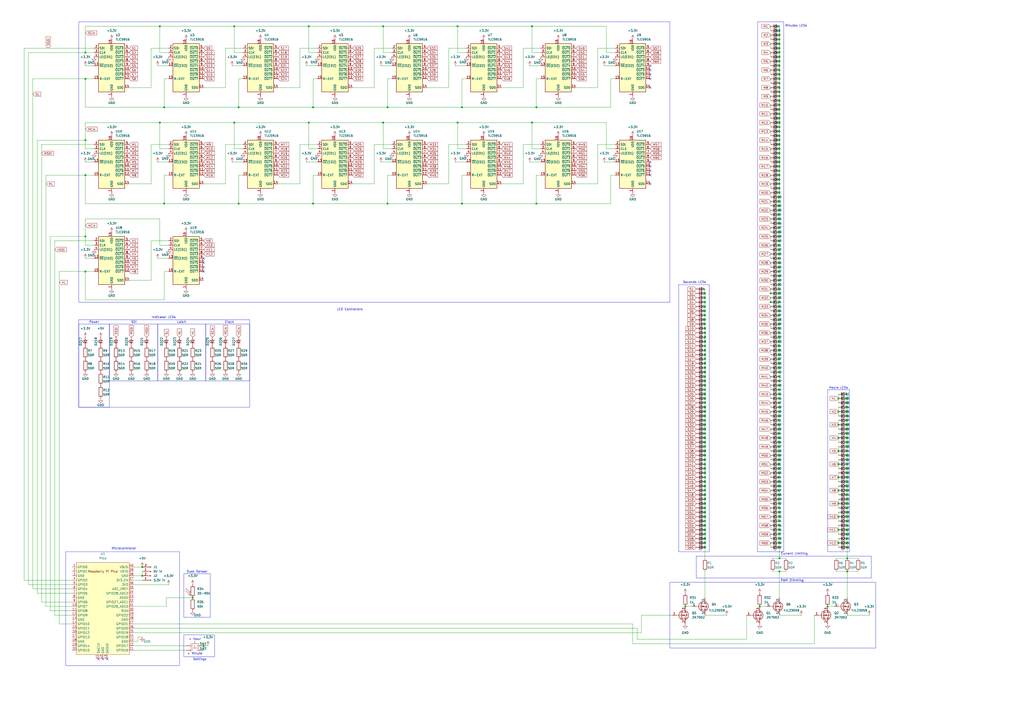
<source format=kicad_sch>
(kicad_sch (version 20231120) (generator "eeschema") (generator_version "8.0")
  (paper "A2")
  (lib_symbols
    (symbol "Connector:Conn_01x02_Pin" (pin_names (offset 1.016) hide)
      (property "Reference" "J" (at 0 2.54 0))
      (property "Value" "Conn_01x02_Pin" (at 0 -5.08 0))
      (symbol "Conn_01x02_Pin_1_1"
        (pin passive line (at 5.08 0 180) (length 3.81) (name "Pin_1") (number "1"))
        (pin passive line (at 5.08 -2.54 180) (length 3.81) (name "Pin_2") (number "2"))
      )
    )
    (symbol "Device:LED_Small" (pin_numbers hide) (pin_names (offset 0.254) hide)
      (property "Reference" "D" (at -1.27 3.175 0))
      (property "Value" "LED_Small" (at -4.445 -2.54 0))
      (symbol "LED_Small_1_1"
        (pin passive line (at -2.54 0 0) (length 1.778) (name "K") (number "1"))
        (pin passive line (at 2.54 0 180) (length 1.778) (name "A") (number "2"))
      )
    )
    (symbol "Device:R" (pin_numbers hide) (pin_names (offset 0))
      (property "Reference" "R" (at 2.032 0 90))
      (property "Value" "R" (at 0 0 90))
      (symbol "R_1_1"
        (pin passive line (at 0 3.81 270) (length 1.27) (name "~") (number "1"))
        (pin passive line (at 0 -3.81 90) (length 1.27) (name "~") (number "2"))
      )
    )
    (symbol "Device:R_Photo" (pin_numbers hide) (pin_names (offset 0))
      (property "Reference" "R" (at 1.27 1.27 0))
      (property "Value" "R_Photo" (at 1.27 0 0))
      (symbol "R_Photo_1_1"
        (pin passive line (at 0 3.81 270) (length 1.27) (name "~") (number "1"))
        (pin passive line (at 0 -3.81 90) (length 1.27) (name "~") (number "2"))
      )
    )
    (symbol "Driver_LED:TLC5916"
      (property "Reference" "U" (at -7.62 13.97 0))
      (property "Value" "TLC5916" (at -7.62 -16.51 0))
      (symbol "TLC5916_1_0"
        (pin power_in line (at 0 -17.78 90) (length 2.54) (name "GND") (number "1"))
        (pin open_collector line (at 10.16 -2.54 180) (length 2.54) (name "~{OUT5}") (number "10"))
        (pin open_collector line (at 10.16 -5.08 180) (length 2.54) (name "~{OUT6}") (number "11"))
        (pin open_collector line (at 10.16 -7.62 180) (length 2.54) (name "~{OUT7}") (number "12"))
        (pin passive line (at -10.16 0 0) (length 2.54) (name "~{OE}(ED2)") (number "13"))
        (pin output line (at 10.16 -12.7 180) (length 2.54) (name "SDO") (number "14"))
        (pin input line (at -10.16 -7.62 0) (length 2.54) (name "R-EXT") (number "15"))
        (pin power_in line (at 0 15.24 270) (length 2.54) (name "VDD") (number "16"))
        (pin input line (at -10.16 10.16 0) (length 2.54) (name "SDI") (number "2"))
        (pin input line (at -10.16 7.62 0) (length 2.54) (name "CLK") (number "3"))
        (pin passive line (at -10.16 5.08 0) (length 2.54) (name "LE(ED1)") (number "4"))
        (pin open_collector line (at 10.16 10.16 180) (length 2.54) (name "~{OUT0}") (number "5"))
        (pin open_collector line (at 10.16 7.62 180) (length 2.54) (name "~{OUT1}") (number "6"))
        (pin open_collector line (at 10.16 5.08 180) (length 2.54) (name "~{OUT2}") (number "7"))
        (pin open_collector line (at 10.16 2.54 180) (length 2.54) (name "~{OUT3}") (number "8"))
        (pin open_collector line (at 10.16 0 180) (length 2.54) (name "~{OUT4}") (number "9"))
      )
    )
    (symbol "Simulation_SPICE:PMOS" (pin_numbers hide) (pin_names (offset 0))
      (property "Reference" "Q" (at 5.08 1.27 0))
      (property "Value" "PMOS" (at 5.08 -1.27 0))
      (symbol "PMOS_1_1"
        (pin passive line (at 2.54 5.08 270) (length 2.54) (name "D") (number "1"))
        (pin input line (at -5.08 0 0) (length 2.54) (name "G") (number "2"))
        (pin passive line (at 2.54 -5.08 90) (length 2.54) (name "S") (number "3"))
      )
    )
    (symbol "Switch:SW_Push" (pin_numbers hide) (pin_names (offset 1.016) hide)
      (property "Reference" "SW" (at 1.27 2.54 0))
      (property "Value" "SW_Push" (at 0 -1.524 0))
      (symbol "SW_Push_0_1"
        (pin passive line (at -5.08 0 0) (length 2.54) (name "1") (number "1"))
        (pin passive line (at 5.08 0 180) (length 2.54) (name "2") (number "2"))
      )
    )
    (symbol "Transistor_FET:2N7002" (pin_names hide)
      (property "Reference" "Q" (at 5.08 1.905 0))
      (property "Value" "2N7002" (at 5.08 0 0))
      (symbol "2N7002_1_1"
        (pin input line (at -5.08 0 0) (length 2.54) (name "G") (number "1"))
        (pin passive line (at 2.54 -5.08 90) (length 2.54) (name "S") (number "2"))
        (pin passive line (at 2.54 5.08 270) (length 2.54) (name "D") (number "3"))
      )
    )
    (symbol "pico:Pico"
      (property "Reference" "U" (at -13.97 27.94 0))
      (property "Value" "Pico" (at 0 19.05 0))
      (symbol "Pico_0_0"
        (text "Raspberry Pi Pico" (at 0 21.59 0) (effects (font (size 1.27 1.27))))
      )
      (symbol "Pico_1_1"
        (pin bidirectional line (at -17.78 24.13 0) (length 2.54) (name "GPIO0") (number "1"))
        (pin bidirectional line (at -17.78 1.27 0) (length 2.54) (name "GPIO7") (number "10"))
        (pin bidirectional line (at -17.78 -1.27 0) (length 2.54) (name "GPIO8") (number "11"))
        (pin bidirectional line (at -17.78 -3.81 0) (length 2.54) (name "GPIO9") (number "12"))
        (pin power_in line (at -17.78 -6.35 0) (length 2.54) (name "GND") (number "13"))
        (pin bidirectional line (at -17.78 -8.89 0) (length 2.54) (name "GPIO10") (number "14"))
        (pin bidirectional line (at -17.78 -11.43 0) (length 2.54) (name "GPIO11") (number "15"))
        (pin bidirectional line (at -17.78 -13.97 0) (length 2.54) (name "GPIO12") (number "16"))
        (pin bidirectional line (at -17.78 -16.51 0) (length 2.54) (name "GPIO13") (number "17"))
        (pin power_in line (at -17.78 -19.05 0) (length 2.54) (name "GND") (number "18"))
        (pin bidirectional line (at -17.78 -21.59 0) (length 2.54) (name "GPIO14") (number "19"))
        (pin bidirectional line (at -17.78 21.59 0) (length 2.54) (name "GPIO1") (number "2"))
        (pin bidirectional line (at -17.78 -24.13 0) (length 2.54) (name "GPIO15") (number "20"))
        (pin bidirectional line (at 17.78 -24.13 180) (length 2.54) (name "GPIO16") (number "21"))
        (pin bidirectional line (at 17.78 -21.59 180) (length 2.54) (name "GPIO17") (number "22"))
        (pin power_in line (at 17.78 -19.05 180) (length 2.54) (name "GND") (number "23"))
        (pin bidirectional line (at 17.78 -16.51 180) (length 2.54) (name "GPIO18") (number "24"))
        (pin bidirectional line (at 17.78 -13.97 180) (length 2.54) (name "GPIO19") (number "25"))
        (pin bidirectional line (at 17.78 -11.43 180) (length 2.54) (name "GPIO20") (number "26"))
        (pin bidirectional line (at 17.78 -8.89 180) (length 2.54) (name "GPIO21") (number "27"))
        (pin power_in line (at 17.78 -6.35 180) (length 2.54) (name "GND") (number "28"))
        (pin bidirectional line (at 17.78 -3.81 180) (length 2.54) (name "GPIO22") (number "29"))
        (pin power_in line (at -17.78 19.05 0) (length 2.54) (name "GND") (number "3"))
        (pin input line (at 17.78 -1.27 180) (length 2.54) (name "RUN") (number "30"))
        (pin bidirectional line (at 17.78 1.27 180) (length 2.54) (name "GPIO26_ADC0") (number "31"))
        (pin bidirectional line (at 17.78 3.81 180) (length 2.54) (name "GPIO27_ADC1") (number "32"))
        (pin power_in line (at 17.78 6.35 180) (length 2.54) (name "AGND") (number "33"))
        (pin bidirectional line (at 17.78 8.89 180) (length 2.54) (name "GPIO28_ADC2") (number "34"))
        (pin power_in line (at 17.78 11.43 180) (length 2.54) (name "ADC_VREF") (number "35"))
        (pin power_in line (at 17.78 13.97 180) (length 2.54) (name "3V3") (number "36"))
        (pin input line (at 17.78 16.51 180) (length 2.54) (name "3V3_EN") (number "37"))
        (pin bidirectional line (at 17.78 19.05 180) (length 2.54) (name "GND") (number "38"))
        (pin power_in line (at 17.78 21.59 180) (length 2.54) (name "VSYS") (number "39"))
        (pin bidirectional line (at -17.78 16.51 0) (length 2.54) (name "GPIO2") (number "4"))
        (pin power_in line (at 17.78 24.13 180) (length 2.54) (name "VBUS") (number "40"))
        (pin input line (at -2.54 -29.21 90) (length 2.54) (name "SWCLK") (number "41"))
        (pin power_in line (at 0 -29.21 90) (length 2.54) (name "GND") (number "42"))
        (pin bidirectional line (at 2.54 -29.21 90) (length 2.54) (name "SWDIO") (number "43"))
        (pin bidirectional line (at -17.78 13.97 0) (length 2.54) (name "GPIO3") (number "5"))
        (pin bidirectional line (at -17.78 11.43 0) (length 2.54) (name "GPIO4") (number "6"))
        (pin bidirectional line (at -17.78 8.89 0) (length 2.54) (name "GPIO5") (number "7"))
        (pin power_in line (at -17.78 6.35 0) (length 2.54) (name "GND") (number "8"))
        (pin bidirectional line (at -17.78 3.81 0) (length 2.54) (name "GPIO6") (number "9"))
      )
    )
    (symbol "power:+3.3V" (power) (pin_numbers hide) (pin_names (offset 0) hide)
      (property "Value" "+3.3V" (at 0 3.556 0))
      (symbol "+3.3V_1_1"
        (pin power_in line (at 0 0 90) (length 0) (name "~") (number "1"))
      )
    )
    (symbol "power:+5V" (power) (pin_numbers hide) (pin_names (offset 0) hide)
      (property "Value" "+5V" (at 0 3.556 0))
      (symbol "+5V_1_1"
        (pin power_in line (at 0 0 90) (length 0) (name "~") (number "1"))
      )
    )
    (symbol "power:GND" (power) (pin_numbers hide) (pin_names (offset 0) hide)
      (property "Value" "GND" (at 0 -3.81 0))
      (symbol "GND_1_1"
        (pin power_in line (at 0 0 270) (length 0) (name "~") (number "1"))
      )
    )
  )
  (junction (at 452.12 38.1))
  (junction (at 265.43 15.24))
  (junction (at 408.94 213.36))
  (junction (at 408.94 297.18))
  (junction (at 491.49 289.56))
  (junction (at 491.49 284.48))
  (junction (at 408.94 220.98))
  (junction (at 452.12 281.94))
  (junction (at 452.12 287.02))
  (junction (at 408.94 172.72))
  (junction (at 486.41 231.14))
  (junction (at 452.12 71.12))
  (junction (at 452.12 142.24))
  (junction (at 452.12 276.86))
  (junction (at 408.94 289.56))
  (junction (at 452.12 144.78))
  (junction (at 491.49 264.16))
  (junction (at 408.94 266.7))
  (junction (at 408.94 218.44))
  (junction (at 408.94 264.16))
  (junction (at 408.94 317.5))
  (junction (at 452.12 226.06))
  (junction (at 452.12 106.68))
  (junction (at 408.94 198.12))
  (junction (at 408.94 200.66))
  (junction (at 452.12 309.88))
  (junction (at 452.12 116.84))
  (junction (at 408.94 203.2))
  (junction (at 452.12 30.48))
  (junction (at 452.12 93.98))
  (junction (at 452.12 331.47))
  (junction (at 408.94 284.48))
  (junction (at 452.12 45.72))
  (junction (at 447.04 170.18))
  (junction (at 452.12 241.3))
  (junction (at 452.12 149.86))
  (junction (at 308.61 15.24))
  (junction (at 452.12 180.34))
  (junction (at 408.94 279.4))
  (junction (at 452.12 43.18))
  (junction (at 452.12 165.1))
  (junction (at 408.94 182.88))
  (junction (at 452.12 294.64))
  (junction (at 49.53 137.16))
  (junction (at 408.94 314.96))
  (junction (at 452.12 314.96))
  (junction (at 491.49 241.3))
  (junction (at 447.04 175.26))
  (junction (at 491.49 269.24))
  (junction (at 452.12 121.92))
  (junction (at 408.94 236.22))
  (junction (at 486.41 246.38))
  (junction (at 452.12 269.24))
  (junction (at 491.49 281.94))
  (junction (at 452.12 284.48))
  (junction (at 452.12 162.56))
  (junction (at 452.12 127))
  (junction (at 452.12 323.85))
  (junction (at 452.12 220.98))
  (junction (at 452.12 63.5))
  (junction (at 452.12 66.04))
  (junction (at 452.12 185.42))
  (junction (at 452.12 223.52))
  (junction (at 408.94 256.54))
  (junction (at 452.12 218.44))
  (junction (at 311.15 118.11))
  (junction (at 480.06 351.79))
  (junction (at 452.12 78.74))
  (junction (at 452.12 261.62))
  (junction (at 491.49 259.08))
  (junction (at 265.43 71.12))
  (junction (at 452.12 289.56))
  (junction (at 111.76 346.71))
  (junction (at 452.12 251.46))
  (junction (at 491.49 246.38))
  (junction (at 408.94 205.74))
  (junction (at 49.53 101.6))
  (junction (at 452.12 210.82))
  (junction (at 452.12 104.14))
  (junction (at 491.49 231.14))
  (junction (at 486.41 238.76))
  (junction (at 138.43 118.11))
  (junction (at 452.12 132.08))
  (junction (at 452.12 195.58))
  (junction (at 486.41 299.72))
  (junction (at 486.41 307.34))
  (junction (at 408.94 185.42))
  (junction (at 452.12 83.82))
  (junction (at 491.49 274.32))
  (junction (at 452.12 187.96))
  (junction (at 408.94 195.58))
  (junction (at 452.12 231.14))
  (junction (at 452.12 167.64))
  (junction (at 491.49 279.4))
  (junction (at 224.79 62.23))
  (junction (at 486.41 284.48))
  (junction (at 452.12 312.42))
  (junction (at 452.12 50.8))
  (junction (at 308.61 71.12))
  (junction (at 452.12 139.7))
  (junction (at 49.53 81.28))
  (junction (at 408.94 294.64))
  (junction (at 491.49 251.46))
  (junction (at 408.94 223.52))
  (junction (at 491.49 254))
  (junction (at 452.12 35.56))
  (junction (at 452.12 236.22))
  (junction (at 408.94 276.86))
  (junction (at 452.12 307.34))
  (junction (at 408.94 248.92))
  (junction (at 452.12 154.94))
  (junction (at 486.41 254))
  (junction (at 452.12 99.06))
  (junction (at 452.12 274.32))
  (junction (at 82.55 328.93))
  (junction (at 491.49 276.86))
  (junction (at 491.49 297.18))
  (junction (at 452.12 254))
  (junction (at 491.49 307.34))
  (junction (at 408.94 241.3))
  (junction (at 138.43 62.23))
  (junction (at 135.89 71.12))
  (junction (at 222.25 71.12))
  (junction (at 491.49 243.84))
  (junction (at 408.94 254))
  (junction (at 491.49 323.85))
  (junction (at 452.12 203.2))
  (junction (at 491.49 271.78))
  (junction (at 408.94 299.72))
  (junction (at 408.94 180.34))
  (junction (at 452.12 137.16))
  (junction (at 491.49 248.92))
  (junction (at 491.49 314.96))
  (junction (at 408.94 177.8))
  (junction (at 452.12 259.08))
  (junction (at 222.25 15.24))
  (junction (at 408.94 274.32))
  (junction (at 408.94 238.76))
  (junction (at 452.12 73.66))
  (junction (at 408.94 312.42))
  (junction (at 452.12 299.72))
  (junction (at 452.12 147.32))
  (junction (at 452.12 256.54))
  (junction (at 486.41 292.1))
  (junction (at 452.12 317.5))
  (junction (at 408.94 281.94))
  (junction (at 452.12 271.78))
  (junction (at 491.49 312.42))
  (junction (at 408.94 302.26))
  (junction (at 452.12 292.1))
  (junction (at 452.12 96.52))
  (junction (at 452.12 160.02))
  (junction (at 452.12 114.3))
  (junction (at 452.12 172.72))
  (junction (at 452.12 20.32))
  (junction (at 452.12 129.54))
  (junction (at 452.12 266.7))
  (junction (at 408.94 309.88))
  (junction (at 452.12 279.4))
  (junction (at 408.94 259.08))
  (junction (at 452.12 213.36))
  (junction (at 452.12 33.02))
  (junction (at 408.94 193.04))
  (junction (at 452.12 68.58))
  (junction (at 408.94 246.38))
  (junction (at 452.12 55.88))
  (junction (at 135.89 15.24))
  (junction (at 49.53 45.72))
  (junction (at 452.12 243.84))
  (junction (at 491.49 331.47))
  (junction (at 452.12 170.18))
  (junction (at 179.07 15.24))
  (junction (at 452.12 177.8))
  (junction (at 452.12 152.4))
  (junction (at 452.12 200.66))
  (junction (at 452.12 193.04))
  (junction (at 408.94 226.06))
  (junction (at 452.12 48.26))
  (junction (at 181.61 118.11))
  (junction (at 452.12 264.16))
  (junction (at 452.12 302.26))
  (junction (at 486.41 261.62))
  (junction (at 491.49 266.7))
  (junction (at 452.12 157.48))
  (junction (at 491.49 304.8))
  (junction (at 408.94 271.78))
  (junction (at 491.49 299.72))
  (junction (at 452.12 60.96))
  (junction (at 452.12 205.74))
  (junction (at 452.12 228.6))
  (junction (at 179.07 71.12))
  (junction (at 408.94 187.96))
  (junction (at 95.25 118.11))
  (junction (at 82.55 334.01))
  (junction (at 452.12 238.76))
  (junction (at 486.41 314.96))
  (junction (at 408.94 210.82))
  (junction (at 452.12 248.92))
  (junction (at 452.12 175.26))
  (junction (at 452.12 27.94))
  (junction (at 408.94 231.14))
  (junction (at 408.94 269.24))
  (junction (at 452.12 101.6))
  (junction (at 491.49 302.26))
  (junction (at 491.49 236.22))
  (junction (at 95.25 62.23))
  (junction (at 491.49 238.76))
  (junction (at 452.12 198.12))
  (junction (at 311.15 62.23))
  (junction (at 452.12 304.8))
  (junction (at 181.61 62.23))
  (junction (at 118.11 374.65))
  (junction (at 408.94 292.1))
  (junction (at 491.49 256.54))
  (junction (at 408.94 233.68))
  (junction (at 452.12 25.4))
  (junction (at 491.49 294.64))
  (junction (at 452.12 297.18))
  (junction (at 486.41 276.86))
  (junction (at 491.49 261.62))
  (junction (at 408.94 190.5))
  (junction (at 267.97 62.23))
  (junction (at 452.12 233.68))
  (junction (at 408.94 215.9))
  (junction (at 452.12 182.88))
  (junction (at 452.12 58.42))
  (junction (at 408.94 287.02))
  (junction (at 408.94 261.62))
  (junction (at 452.12 134.62))
  (junction (at 452.12 111.76))
  (junction (at 92.71 15.24))
  (junction (at 408.94 208.28))
  (junction (at 452.12 22.86))
  (junction (at 452.12 124.46))
  (junction (at 92.71 71.12))
  (junction (at 491.49 292.1))
  (junction (at 452.12 40.64))
  (junction (at 452.12 119.38))
  (junction (at 408.94 175.26))
  (junction (at 491.49 309.88))
  (junction (at 440.69 351.79))
  (junction (at 452.12 88.9))
  (junction (at 491.49 317.5))
  (junction (at 486.41 269.24))
  (junction (at 491.49 287.02))
  (junction (at 408.94 307.34))
  (junction (at 49.53 157.48))
  (junction (at 397.51 351.79))
  (junction (at 452.12 17.78))
  (junction (at 408.94 304.8))
  (junction (at 49.53 30.48))
  (junction (at 452.12 91.44))
  (junction (at 452.12 208.28))
  (junction (at 452.12 109.22))
  (junction (at 452.12 76.2))
  (junction (at 452.12 81.28))
  (junction (at 267.97 118.11))
  (junction (at 408.94 243.84))
  (junction (at 491.49 233.68))
  (junction (at 452.12 215.9))
  (junction (at 452.12 246.38))
  (junction (at 452.12 53.34))
  (junction (at 452.12 86.36))
  (junction (at 452.12 190.5))
  (junction (at 408.94 251.46))
  (junction (at 408.94 228.6))
  (junction (at 408.94 170.18))
  (junction (at 224.79 118.11))
  (no_connect (at 377.19 50.8))
  (no_connect (at 377.19 93.98))
  (no_connect (at 377.19 99.06))
  (no_connect (at 118.11 154.94))
  (no_connect (at 118.11 157.48))
  (no_connect (at 377.19 43.18))
  (no_connect (at 62.23 382.27))
  (no_connect (at 377.19 106.68))
  (no_connect (at 377.19 101.6))
  (no_connect (at 377.19 96.52))
  (no_connect (at 118.11 149.86))
  (no_connect (at 377.19 40.64))
  (no_connect (at 57.15 382.27))
  (no_connect (at 118.11 152.4))
  (no_connect (at 59.69 382.27))
  (no_connect (at 377.19 38.1))
  (no_connect (at 377.19 45.72))
  (wire (pts (xy 452.12 154.94) (xy 452.12 157.48)))
  (wire (pts (xy 173.99 27.94) (xy 184.15 27.94)))
  (wire (pts (xy 452.12 109.22) (xy 452.12 111.76)))
  (wire (pts (xy 452.12 66.04) (xy 452.12 68.58)))
  (wire (pts (xy 491.49 279.4) (xy 491.49 281.94)))
  (wire (pts (xy 452.12 281.94) (xy 452.12 284.48)))
  (wire (pts (xy 452.12 170.18) (xy 452.12 172.72)))
  (wire (pts (xy 311.15 45.72) (xy 311.15 62.23)))
  (wire (pts (xy 408.94 269.24) (xy 408.94 271.78)))
  (wire (pts (xy 260.35 106.68) (xy 260.35 83.82)))
  (wire (pts (xy 135.89 15.24) (xy 92.71 15.24)))
  (wire (pts (xy 95.25 101.6) (xy 97.79 101.6)))
  (wire (pts (xy 92.71 15.24) (xy 49.53 15.24)))
  (wire (pts (xy 491.49 236.22) (xy 491.49 238.76)))
  (wire (pts (xy 447.04 96.52) (xy 447.04 99.06)))
  (wire (pts (xy 447.04 269.24) (xy 447.04 271.78)))
  (wire (pts (xy 452.12 45.72) (xy 452.12 48.26)))
  (wire (pts (xy 447.04 309.88) (xy 447.04 312.42)))
  (wire (pts (xy 350.52 93.98) (xy 356.87 93.98)))
  (wire (pts (xy 486.41 284.48) (xy 486.41 287.02)))
  (wire (pts (xy 408.94 284.48) (xy 408.94 287.02)))
  (wire (pts (xy 303.53 83.82) (xy 313.69 83.82)))
  (wire (pts (xy 447.04 218.44) (xy 447.04 220.98)))
  (wire (pts (xy 452.12 71.12) (xy 452.12 73.66)))
  (wire (pts (xy 140.97 30.48) (xy 135.89 30.48)))
  (wire (pts (xy 485.14 331.47) (xy 491.49 331.47)))
  (wire (pts (xy 452.12 292.1) (xy 452.12 294.64)))
  (wire (pts (xy 408.94 264.16) (xy 408.94 266.7)))
  (wire (pts (xy 372.11 356.87) (xy 372.11 367.03)))
  (wire (pts (xy 92.71 86.36) (xy 92.71 71.12)))
  (wire (pts (xy 408.94 210.82) (xy 408.94 213.36)))
  (wire (pts (xy 408.94 187.96) (xy 408.94 190.5)))
  (wire (pts (xy 408.94 208.28) (xy 408.94 210.82)))
  (wire (pts (xy 452.12 246.38) (xy 452.12 248.92)))
  (wire (pts (xy 130.81 83.82) (xy 140.97 83.82)))
  (wire (pts (xy 452.12 63.5) (xy 452.12 66.04)))
  (wire (pts (xy 408.94 287.02) (xy 408.94 289.56)))
  (wire (pts (xy 452.12 185.42) (xy 452.12 187.96)))
  (wire (pts (xy 408.94 331.47) (xy 408.94 346.71)))
  (wire (pts (xy 452.12 33.02) (xy 452.12 35.56)))
  (wire (pts (xy 447.04 40.64) (xy 447.04 43.18)))
  (wire (pts (xy 408.94 266.7) (xy 408.94 269.24)))
  (wire (pts (xy 452.12 91.44) (xy 452.12 93.98)))
  (wire (pts (xy 447.04 25.4) (xy 447.04 27.94)))
  (wire (pts (xy 140.97 101.6) (xy 138.43 101.6)))
  (wire (pts (xy 440.69 351.79) (xy 444.5 351.79)))
  (wire (pts (xy 452.12 177.8) (xy 452.12 180.34)))
  (wire (pts (xy 447.04 106.68) (xy 447.04 109.22)))
  (wire (pts (xy 24.13 349.25) (xy 24.13 83.82)))
  (wire (pts (xy 452.12 182.88) (xy 452.12 185.42)))
  (wire (pts (xy 486.41 259.08) (xy 486.41 261.62)))
  (wire (pts (xy 486.41 238.76) (xy 486.41 241.3)))
  (wire (pts (xy 486.41 243.84) (xy 486.41 246.38)))
  (wire (pts (xy 452.12 93.98) (xy 452.12 96.52)))
  (wire (pts (xy 408.94 220.98) (xy 408.94 223.52)))
  (wire (pts (xy 408.94 175.26) (xy 408.94 177.8)))
  (wire (pts (xy 130.81 106.68) (xy 130.81 83.82)))
  (wire (pts (xy 346.71 50.8) (xy 346.71 27.94)))
  (wire (pts (xy 408.94 302.26) (xy 408.94 304.8)))
  (wire (pts (xy 351.79 30.48) (xy 351.79 15.24)))
  (wire (pts (xy 290.83 106.68) (xy 303.53 106.68)))
  (wire (pts (xy 49.53 45.72) (xy 54.61 45.72)))
  (wire (pts (xy 87.63 139.7) (xy 97.79 139.7)))
  (wire (pts (xy 267.97 101.6) (xy 270.51 101.6)))
  (wire (pts (xy 408.94 238.76) (xy 408.94 241.3)))
  (wire (pts (xy 307.34 93.98) (xy 313.69 93.98)))
  (wire (pts (xy 303.53 27.94) (xy 313.69 27.94)))
  (wire (pts (xy 452.12 172.72) (xy 452.12 175.26)))
  (wire (pts (xy 134.62 38.1) (xy 140.97 38.1)))
  (wire (pts (xy 486.41 261.62) (xy 486.41 264.16)))
  (wire (pts (xy 486.41 231.14) (xy 486.41 233.68)))
  (wire (pts (xy 135.89 71.12) (xy 179.07 71.12)))
  (wire (pts (xy 204.47 50.8) (xy 217.17 50.8)))
  (wire (pts (xy 452.12 233.68) (xy 452.12 236.22)))
  (wire (pts (xy 491.49 241.3) (xy 491.49 243.84)))
  (wire (pts (xy 49.53 118.11) (xy 49.53 101.6)))
  (wire (pts (xy 433.07 356.87) (xy 433.07 370.84)))
  (wire (pts (xy 313.69 86.36) (xy 308.61 86.36)))
  (wire (pts (xy 447.04 259.08) (xy 447.04 261.62)))
  (wire (pts (xy 408.94 180.34) (xy 408.94 182.88)))
  (wire (pts (xy 356.87 101.6) (xy 354.33 101.6)))
  (wire (pts (xy 486.41 289.56) (xy 486.41 292.1)))
  (wire (pts (xy 452.12 241.3) (xy 452.12 243.84)))
  (wire (pts (xy 308.61 86.36) (xy 308.61 71.12)))
  (wire (pts (xy 247.65 50.8) (xy 260.35 50.8)))
  (wire (pts (xy 452.12 215.9) (xy 452.12 218.44)))
  (wire (pts (xy 97.79 30.48) (xy 92.71 30.48)))
  (wire (pts (xy 408.94 246.38) (xy 408.94 248.92)))
  (wire (pts (xy 452.12 284.48) (xy 452.12 287.02)))
  (wire (pts (xy 97.79 142.24) (xy 92.71 142.24)))
  (wire (pts (xy 54.61 86.36) (xy 49.53 86.36)))
  (wire (pts (xy 313.69 30.48) (xy 308.61 30.48)))
  (wire (pts (xy 408.94 200.66) (xy 408.94 203.2)))
  (wire (pts (xy 491.49 281.94) (xy 491.49 284.48)))
  (wire (pts (xy 491.49 274.32) (xy 491.49 276.86)))
  (wire (pts (xy 408.94 236.22) (xy 408.94 238.76)))
  (wire (pts (xy 49.53 62.23) (xy 49.53 45.72)))
  (wire (pts (xy 452.12 210.82) (xy 452.12 213.36)))
  (wire (pts (xy 173.99 50.8) (xy 173.99 27.94)))
  (wire (pts (xy 49.53 71.12) (xy 92.71 71.12)))
  (wire (pts (xy 452.12 132.08) (xy 452.12 134.62)))
  (wire (pts (xy 447.04 314.96) (xy 447.04 317.5)))
  (wire (pts (xy 486.41 307.34) (xy 486.41 309.88)))
  (wire (pts (xy 452.12 170.18) (xy 447.04 170.18)))
  (wire (pts (xy 138.43 101.6) (xy 138.43 118.11)))
  (wire (pts (xy 452.12 276.86) (xy 452.12 279.4)))
  (wire (pts (xy 452.12 134.62) (xy 452.12 137.16)))
  (wire (pts (xy 346.71 27.94) (xy 356.87 27.94)))
  (wire (pts (xy 486.41 274.32) (xy 486.41 276.86)))
  (wire (pts (xy 49.53 45.72) (xy 19.05 45.72)))
  (wire (pts (xy 452.12 304.8) (xy 452.12 307.34)))
  (wire (pts (xy 408.94 259.08) (xy 408.94 261.62)))
  (wire (pts (xy 408.94 271.78) (xy 408.94 274.32)))
  (wire (pts (xy 87.63 50.8) (xy 87.63 27.94)))
  (wire (pts (xy 452.12 35.56) (xy 452.12 38.1)))
  (wire (pts (xy 96.52 346.71) (xy 111.76 346.71)))
  (wire (pts (xy 118.11 374.65) (xy 120.65 374.65)))
  (wire (pts (xy 408.94 309.88) (xy 408.94 312.42)))
  (wire (pts (xy 452.12 312.42) (xy 452.12 314.96)))
  (wire (pts (xy 408.94 223.52) (xy 408.94 226.06)))
  (wire (pts (xy 447.04 116.84) (xy 447.04 119.38)))
  (wire (pts (xy 49.53 157.48) (xy 54.61 157.48)))
  (wire (pts (xy 397.51 351.79) (xy 401.32 351.79)))
  (wire (pts (xy 491.49 228.6) (xy 491.49 231.14)))
  (wire (pts (xy 448.31 323.85) (xy 452.12 323.85)))
  (wire (pts (xy 290.83 50.8) (xy 303.53 50.8)))
  (wire (pts (xy 80.01 372.11) (xy 77.47 372.11)))
  (wire (pts (xy 447.04 45.72) (xy 447.04 48.26)))
  (wire (pts (xy 447.04 248.92) (xy 447.04 251.46)))
  (wire (pts (xy 97.79 86.36) (xy 92.71 86.36)))
  (wire (pts (xy 452.12 101.6) (xy 452.12 104.14)))
  (wire (pts (xy 408.94 218.44) (xy 408.94 220.98)))
  (wire (pts (xy 447.04 101.6) (xy 447.04 104.14)))
  (wire (pts (xy 303.53 50.8) (xy 303.53 27.94)))
  (wire (pts (xy 408.94 190.5) (xy 408.94 193.04)))
  (wire (pts (xy 265.43 86.36) (xy 265.43 71.12)))
  (wire (pts (xy 452.12 76.2) (xy 452.12 78.74)))
  (wire (pts (xy 447.04 233.68) (xy 447.04 236.22)))
  (wire (pts (xy 452.12 271.78) (xy 452.12 274.32)))
  (wire (pts (xy 356.87 30.48) (xy 351.79 30.48)))
  (wire (pts (xy 220.98 38.1) (xy 227.33 38.1)))
  (wire (pts (xy 447.04 20.32) (xy 447.04 22.86)))
  (wire (pts (xy 92.71 142.24) (xy 92.71 127)))
  (wire (pts (xy 77.47 339.09) (xy 97.79 339.09)))
  (wire (pts (xy 491.49 266.7) (xy 491.49 269.24)))
  (wire (pts (xy 491.49 254) (xy 491.49 256.54)))
  (wire (pts (xy 29.21 354.33) (xy 29.21 137.16)))
  (wire (pts (xy 173.99 83.82) (xy 184.15 83.82)))
  (wire (pts (xy 408.94 289.56) (xy 408.94 292.1)))
  (wire (pts (xy 92.71 71.12) (xy 135.89 71.12)))
  (wire (pts (xy 19.05 45.72) (xy 19.05 341.63)))
  (wire (pts (xy 447.04 182.88) (xy 447.04 185.42)))
  (wire (pts (xy 491.49 256.54) (xy 491.49 259.08)))
  (wire (pts (xy 452.12 259.08) (xy 452.12 261.62)))
  (wire (pts (xy 486.41 297.18) (xy 486.41 299.72)))
  (wire (pts (xy 308.61 15.24) (xy 351.79 15.24)))
  (wire (pts (xy 452.12 297.18) (xy 452.12 299.72)))
  (wire (pts (xy 486.41 236.22) (xy 486.41 238.76)))
  (wire (pts (xy 452.12 40.64) (xy 452.12 43.18)))
  (wire (pts (xy 26.67 351.79) (xy 26.67 101.6)))
  (wire (pts (xy 95.25 101.6) (xy 95.25 118.11)))
  (wire (pts (xy 472.44 356.87) (xy 472.44 373.38)))
  (wire (pts (xy 184.15 30.48) (xy 179.07 30.48)))
  (wire (pts (xy 49.53 71.12) (xy 49.53 81.28)))
  (wire (pts (xy 49.53 81.28) (xy 49.53 86.36)))
  (wire (pts (xy 452.12 302.26) (xy 452.12 304.8)))
  (wire (pts (xy 408.94 312.42) (xy 408.94 314.96)))
  (wire (pts (xy 138.43 45.72) (xy 138.43 62.23)))
  (wire (pts (xy 118.11 50.8) (xy 130.81 50.8)))
  (wire (pts (xy 486.41 304.8) (xy 486.41 307.34)))
  (wire (pts (xy 313.69 45.72) (xy 311.15 45.72)))
  (wire (pts (xy 34.29 157.48) (xy 34.29 361.95)))
  (wire (pts (xy 267.97 45.72) (xy 267.97 62.23)))
  (wire (pts (xy 452.12 187.96) (xy 452.12 190.5)))
  (wire (pts (xy 447.04 147.32) (xy 447.04 149.86)))
  (wire (pts (xy 491.49 312.42) (xy 491.49 314.96)))
  (wire (pts (xy 13.97 336.55) (xy 41.91 336.55)))
  (wire (pts (xy 21.59 81.28) (xy 49.53 81.28)))
  (wire (pts (xy 452.12 58.42) (xy 452.12 60.96)))
  (wire (pts (xy 130.81 27.94) (xy 140.97 27.94)))
  (wire (pts (xy 181.61 118.11) (xy 224.79 118.11)))
  (wire (pts (xy 452.12 55.88) (xy 452.12 58.42)))
  (wire (pts (xy 504.19 356.87) (xy 491.49 356.87)))
  (wire (pts (xy 452.12 254) (xy 452.12 256.54)))
  (wire (pts (xy 227.33 86.36) (xy 222.25 86.36)))
  (wire (pts (xy 447.04 167.64) (xy 447.04 170.18)))
  (wire (pts (xy 491.49 323.85) (xy 497.84 323.85)))
  (wire (pts (xy 452.12 195.58) (xy 452.12 198.12)))
  (wire (pts (xy 408.94 226.06) (xy 408.94 228.6)))
  (wire (pts (xy 267.97 118.11) (xy 311.15 118.11)))
  (wire (pts (xy 227.33 101.6) (xy 224.79 101.6)))
  (wire (pts (xy 224.79 45.72) (xy 224.79 62.23)))
  (wire (pts (xy 408.94 276.86) (xy 408.94 279.4)))
  (wire (pts (xy 491.49 331.47) (xy 497.84 331.47)))
  (wire (pts (xy 41.91 344.17) (xy 21.59 344.17)))
  (wire (pts (xy 87.63 162.56) (xy 87.63 139.7)))
  (wire (pts (xy 447.04 177.8) (xy 447.04 180.34)))
  (wire (pts (xy 247.65 106.68) (xy 260.35 106.68)))
  (wire (pts (xy 447.04 127) (xy 447.04 129.54)))
  (wire (pts (xy 486.41 251.46) (xy 486.41 254)))
  (wire (pts (xy 49.53 15.24) (xy 49.53 30.48)))
  (wire (pts (xy 91.44 93.98) (xy 97.79 93.98)))
  (wire (pts (xy 77.47 328.93) (xy 82.55 328.93)))
  (wire (pts (xy 224.79 118.11) (xy 267.97 118.11)))
  (wire (pts (xy 452.12 15.24) (xy 452.12 17.78)))
  (wire (pts (xy 138.43 118.11) (xy 181.61 118.11)))
  (wire (pts (xy 408.94 254) (xy 408.94 256.54)))
  (wire (pts (xy 491.49 271.78) (xy 491.49 274.32)))
  (wire (pts (xy 447.04 223.52) (xy 447.04 226.06)))
  (wire (pts (xy 452.12 121.92) (xy 452.12 124.46)))
  (wire (pts (xy 408.94 314.96) (xy 408.94 317.5)))
  (wire (pts (xy 49.53 127) (xy 49.53 137.16)))
  (wire (pts (xy 408.94 261.62) (xy 408.94 264.16)))
  (wire (pts (xy 452.12 200.66) (xy 452.12 203.2)))
  (wire (pts (xy 452.12 165.1) (xy 452.12 167.64)))
  (wire (pts (xy 452.12 238.76) (xy 452.12 241.3)))
  (wire (pts (xy 270.51 30.48) (xy 265.43 30.48)))
  (wire (pts (xy 480.06 351.79) (xy 483.87 351.79)))
  (wire (pts (xy 452.12 160.02) (xy 452.12 162.56)))
  (wire (pts (xy 41.91 349.25) (xy 24.13 349.25)))
  (wire (pts (xy 140.97 86.36) (xy 135.89 86.36)))
  (wire (pts (xy 408.94 193.04) (xy 408.94 195.58)))
  (wire (pts (xy 447.04 279.4) (xy 447.04 281.94)))
  (wire (pts (xy 408.94 182.88) (xy 408.94 185.42)))
  (wire (pts (xy 74.93 106.68) (xy 87.63 106.68)))
  (wire (pts (xy 173.99 106.68) (xy 173.99 83.82)))
  (wire (pts (xy 455.93 323.85) (xy 452.12 323.85)))
  (wire (pts (xy 346.71 106.68) (xy 346.71 83.82)))
  (wire (pts (xy 264.16 93.98) (xy 270.51 93.98)))
  (wire (pts (xy 452.12 78.74) (xy 452.12 81.28)))
  (wire (pts (xy 452.12 96.52) (xy 452.12 99.06)))
  (wire (pts (xy 447.04 187.96) (xy 447.04 190.5)))
  (wire (pts (xy 452.12 269.24) (xy 452.12 271.78)))
  (wire (pts (xy 491.49 304.8) (xy 491.49 307.34)))
  (wire (pts (xy 346.71 83.82) (xy 356.87 83.82)))
  (wire (pts (xy 408.94 195.58) (xy 408.94 198.12)))
  (wire (pts (xy 224.79 62.23) (xy 267.97 62.23)))
  (wire (pts (xy 184.15 86.36) (xy 179.07 86.36)))
  (wire (pts (xy 82.55 336.55) (xy 77.47 336.55)))
  (wire (pts (xy 372.11 356.87) (xy 389.89 356.87)))
  (wire (pts (xy 486.41 314.96) (xy 486.41 317.5)))
  (wire (pts (xy 177.8 93.98) (xy 184.15 93.98)))
  (wire (pts (xy 447.04 60.96) (xy 447.04 63.5)))
  (wire (pts (xy 447.04 274.32) (xy 447.04 276.86)))
  (wire (pts (xy 452.12 198.12) (xy 452.12 200.66)))
  (wire (pts (xy 369.57 370.84) (xy 369.57 364.49)))
  (wire (pts (xy 367.03 361.95) (xy 77.47 361.95)))
  (wire (pts (xy 452.12 289.56) (xy 452.12 292.1)))
  (wire (pts (xy 95.25 45.72) (xy 95.25 62.23)))
  (wire (pts (xy 491.49 246.38) (xy 491.49 248.92)))
  (wire (pts (xy 452.12 99.06) (xy 452.12 101.6)))
  (wire (pts (xy 452.12 203.2) (xy 452.12 205.74)))
  (wire (pts (xy 311.15 62.23) (xy 354.33 62.23)))
  (wire (pts (xy 179.07 71.12) (xy 222.25 71.12)))
  (wire (pts (xy 447.04 35.56) (xy 447.04 38.1)))
  (wire (pts (xy 447.04 91.44) (xy 447.04 93.98)))
  (wire (pts (xy 447.04 81.28) (xy 447.04 83.82)))
  (wire (pts (xy 452.12 149.86) (xy 452.12 152.4)))
  (wire (pts (xy 491.49 261.62) (xy 491.49 264.16)))
  (wire (pts (xy 181.61 45.72) (xy 184.15 45.72)))
  (wire (pts (xy 161.29 106.68) (xy 173.99 106.68)))
  (wire (pts (xy 408.94 248.92) (xy 408.94 251.46)))
  (wire (pts (xy 452.12 104.14) (xy 452.12 106.68)))
  (wire (pts (xy 447.04 304.8) (xy 447.04 307.34)))
  (wire (pts (xy 452.12 111.76) (xy 452.12 114.3)))
  (wire (pts (xy 49.53 173.99) (xy 95.25 173.99)))
  (wire (pts (xy 135.89 86.36) (xy 135.89 71.12)))
  (wire (pts (xy 447.04 172.72) (xy 447.04 175.26)))
  (wire (pts (xy 49.53 137.16) (xy 49.53 142.24)))
  (wire (pts (xy 452.12 251.46) (xy 452.12 254)))
  (wire (pts (xy 354.33 101.6) (xy 354.33 118.11)))
  (wire (pts (xy 452.12 307.34) (xy 452.12 309.88)))
  (wire (pts (xy 179.07 15.24) (xy 222.25 15.24)))
  (wire (pts (xy 491.49 317.5) (xy 491.49 323.85)))
  (wire (pts (xy 452.12 226.06) (xy 452.12 228.6)))
  (wire (pts (xy 177.8 38.1) (xy 184.15 38.1)))
  (wire (pts (xy 308.61 30.48) (xy 308.61 15.24)))
  (wire (pts (xy 222.25 86.36) (xy 222.25 71.12)))
  (wire (pts (xy 447.04 162.56) (xy 447.04 165.1)))
  (wire (pts (xy 452.12 106.68) (xy 452.12 109.22)))
  (wire (pts (xy 447.04 30.48) (xy 447.04 33.02)))
  (wire (pts (xy 491.49 294.64) (xy 491.49 297.18)))
  (wire (pts (xy 140.97 45.72) (xy 138.43 45.72)))
  (wire (pts (xy 77.47 351.79) (xy 96.52 351.79)))
  (wire (pts (xy 452.12 167.64) (xy 452.12 170.18)))
  (wire (pts (xy 13.97 27.94) (xy 13.97 336.55)))
  (wire (pts (xy 91.44 149.86) (xy 97.79 149.86)))
  (wire (pts (xy 408.94 203.2) (xy 408.94 205.74)))
  (wire (pts (xy 447.04 198.12) (xy 447.04 200.66)))
  (wire (pts (xy 96.52 351.79) (xy 96.52 346.71)))
  (wire (pts (xy 408.94 228.6) (xy 408.94 231.14)))
  (wire (pts (xy 49.53 157.48) (xy 49.53 173.99)))
  (wire (pts (xy 464.82 356.87) (xy 452.12 356.87)))
  (wire (pts (xy 452.12 287.02) (xy 452.12 289.56)))
  (wire (pts (xy 351.79 86.36) (xy 351.79 71.12)))
  (wire (pts (xy 452.12 236.22) (xy 452.12 238.76)))
  (wire (pts (xy 408.94 281.94) (xy 408.94 284.48)))
  (wire (pts (xy 265.43 15.24) (xy 308.61 15.24)))
  (wire (pts (xy 452.12 220.98) (xy 452.12 223.52)))
  (wire (pts (xy 447.04 208.28) (xy 447.04 210.82)))
  (wire (pts (xy 41.91 354.33) (xy 29.21 354.33)))
  (wire (pts (xy 447.04 142.24) (xy 447.04 144.78)))
  (wire (pts (xy 82.55 331.47) (xy 82.55 334.01)))
  (wire (pts (xy 138.43 62.23) (xy 95.25 62.23)))
  (wire (pts (xy 408.94 170.18) (xy 408.94 172.72)))
  (wire (pts (xy 491.49 243.84) (xy 491.49 246.38)))
  (wire (pts (xy 49.53 30.48) (xy 16.51 30.48)))
  (wire (pts (xy 179.07 30.48) (xy 179.07 15.24)))
  (wire (pts (xy 452.12 129.54) (xy 452.12 132.08)))
  (wire (pts (xy 267.97 101.6) (xy 267.97 118.11)))
  (wire (pts (xy 49.53 93.98) (xy 54.61 93.98)))
  (wire (pts (xy 408.94 299.72) (xy 408.94 302.26)))
  (wire (pts (xy 24.13 83.82) (xy 54.61 83.82)))
  (wire (pts (xy 267.97 45.72) (xy 270.51 45.72)))
  (wire (pts (xy 452.12 142.24) (xy 452.12 144.78)))
  (wire (pts (xy 447.04 50.8) (xy 447.04 53.34)))
  (wire (pts (xy 408.94 307.34) (xy 408.94 309.88)))
  (wire (pts (xy 267.97 62.23) (xy 311.15 62.23)))
  (wire (pts (xy 16.51 30.48) (xy 16.51 339.09)))
  (wire (pts (xy 491.49 302.26) (xy 491.49 304.8)))
  (wire (pts (xy 87.63 83.82) (xy 97.79 83.82)))
  (wire (pts (xy 491.49 233.68) (xy 491.49 236.22)))
  (wire (pts (xy 77.47 374.65) (xy 107.95 374.65)))
  (wire (pts (xy 452.12 180.34) (xy 452.12 182.88)))
  (wire (pts (xy 452.12 20.32) (xy 452.12 22.86)))
  (wire (pts (xy 452.12 314.96) (xy 452.12 317.5)))
  (wire (pts (xy 452.12 152.4) (xy 452.12 154.94)))
  (wire (pts (xy 49.53 149.86) (xy 54.61 149.86)))
  (wire (pts (xy 452.12 22.86) (xy 452.12 25.4)))
  (wire (pts (xy 447.04 213.36) (xy 447.04 215.9)))
  (wire (pts (xy 491.49 264.16) (xy 491.49 266.7)))
  (wire (pts (xy 408.94 172.72) (xy 408.94 175.26)))
  (wire (pts (xy 452.12 137.16) (xy 452.12 139.7)))
  (wire (pts (xy 134.62 93.98) (xy 140.97 93.98)))
  (wire (pts (xy 452.12 48.26) (xy 452.12 50.8)))
  (wire (pts (xy 491.49 287.02) (xy 491.49 289.56)))
  (wire (pts (xy 452.12 124.46) (xy 452.12 127)))
  (wire (pts (xy 260.35 83.82) (xy 270.51 83.82)))
  (wire (pts (xy 452.12 81.28) (xy 452.12 83.82)))
  (wire (pts (xy 486.41 276.86) (xy 486.41 279.4)))
  (wire (pts (xy 95.25 45.72) (xy 97.79 45.72)))
  (wire (pts (xy 313.69 101.6) (xy 311.15 101.6)))
  (wire (pts (xy 29.21 137.16) (xy 49.53 137.16)))
  (wire (pts (xy 452.12 231.14) (xy 452.12 233.68)))
  (wire (pts (xy 447.04 137.16) (xy 447.04 139.7)))
  (wire (pts (xy 452.12 60.96) (xy 452.12 63.5)))
  (wire (pts (xy 452.12 331.47) (xy 455.93 331.47)))
  (wire (pts (xy 452.12 162.56) (xy 452.12 165.1)))
  (wire (pts (xy 49.53 101.6) (xy 54.61 101.6)))
  (wire (pts (xy 491.49 238.76) (xy 491.49 241.3)))
  (wire (pts (xy 408.94 243.84) (xy 408.94 246.38)))
  (wire (pts (xy 87.63 27.94) (xy 97.79 27.94)))
  (wire (pts (xy 491.49 231.14) (xy 491.49 233.68)))
  (wire (pts (xy 26.67 101.6) (xy 49.53 101.6)))
  (wire (pts (xy 447.04 15.24) (xy 447.04 17.78)))
  (wire (pts (xy 452.12 139.7) (xy 452.12 142.24)))
  (wire (pts (xy 491.49 331.47) (xy 491.49 346.71)))
  (wire (pts (xy 181.61 62.23) (xy 224.79 62.23)))
  (wire (pts (xy 356.87 86.36) (xy 351.79 86.36)))
  (wire (pts (xy 452.12 127) (xy 452.12 129.54)))
  (wire (pts (xy 452.12 274.32) (xy 452.12 276.86)))
  (wire (pts (xy 447.04 254) (xy 447.04 256.54)))
  (wire (pts (xy 452.12 17.78) (xy 452.12 20.32)))
  (wire (pts (xy 181.61 101.6) (xy 184.15 101.6)))
  (wire (pts (xy 19.05 341.63) (xy 41.91 341.63)))
  (wire (pts (xy 34.29 361.95) (xy 41.91 361.95)))
  (wire (pts (xy 486.41 246.38) (xy 486.41 248.92)))
  (wire (pts (xy 367.03 373.38) (xy 367.03 361.95)))
  (wire (pts (xy 452.12 50.8) (xy 452.12 53.34)))
  (wire (pts (xy 54.61 139.7) (xy 31.75 139.7)))
  (wire (pts (xy 307.34 38.1) (xy 313.69 38.1)))
  (wire (pts (xy 49.53 127) (xy 92.71 127)))
  (wire (pts (xy 260.35 27.94) (xy 270.51 27.94)))
  (wire (pts (xy 49.53 118.11) (xy 95.25 118.11)))
  (wire (pts (xy 408.94 185.42) (xy 408.94 187.96)))
  (wire (pts (xy 49.53 38.1) (xy 54.61 38.1)))
  (wire (pts (xy 217.17 106.68) (xy 217.17 83.82)))
  (wire (pts (xy 311.15 118.11) (xy 354.33 118.11)))
  (wire (pts (xy 452.12 83.82) (xy 452.12 86.36)))
  (wire (pts (xy 334.01 106.68) (xy 346.71 106.68)))
  (wire (pts (xy 135.89 30.48) (xy 135.89 15.24)))
  (wire (pts (xy 217.17 27.94) (xy 227.33 27.94)))
  (wire (pts (xy 486.41 299.72) (xy 486.41 302.26)))
  (wire (pts (xy 447.04 111.76) (xy 447.04 114.3)))
  (wire (pts (xy 486.41 254) (xy 486.41 256.54)))
  (wire (pts (xy 491.49 299.72) (xy 491.49 302.26)))
  (wire (pts (xy 447.04 243.84) (xy 447.04 246.38)))
  (wire (pts (xy 491.49 276.86) (xy 491.49 279.4)))
  (wire (pts (xy 491.49 248.92) (xy 491.49 251.46)))
  (wire (pts (xy 447.04 299.72) (xy 447.04 302.26)))
  (wire (pts (xy 491.49 289.56) (xy 491.49 292.1)))
  (wire (pts (xy 452.12 264.16) (xy 452.12 266.7)))
  (wire (pts (xy 447.04 71.12) (xy 447.04 73.66)))
  (wire (pts (xy 486.41 266.7) (xy 486.41 269.24)))
  (wire (pts (xy 408.94 294.64) (xy 408.94 297.18)))
  (wire (pts (xy 491.49 307.34) (xy 491.49 309.88)))
  (wire (pts (xy 486.41 228.6) (xy 486.41 231.14)))
  (wire (pts (xy 452.12 119.38) (xy 452.12 121.92)))
  (wire (pts (xy 82.55 369.57) (xy 80.01 369.57)))
  (wire (pts (xy 204.47 106.68) (xy 217.17 106.68)))
  (wire (pts (xy 91.44 38.1) (xy 97.79 38.1)))
  (wire (pts (xy 447.04 228.6) (xy 447.04 231.14)))
  (wire (pts (xy 408.94 241.3) (xy 408.94 243.84)))
  (wire (pts (xy 447.04 66.04) (xy 447.04 68.58)))
  (wire (pts (xy 452.12 175.26) (xy 447.04 175.26)))
  (wire (pts (xy 452.12 299.72) (xy 452.12 302.26)))
  (wire (pts (xy 408.94 304.8) (xy 408.94 307.34)))
  (wire (pts (xy 447.04 203.2) (xy 447.04 205.74)))
  (wire (pts (xy 408.94 317.5) (xy 408.94 323.85)))
  (wire (pts (xy 138.43 62.23) (xy 181.61 62.23)))
  (wire (pts (xy 74.93 162.56) (xy 87.63 162.56)))
  (wire (pts (xy 447.04 238.76) (xy 447.04 241.3)))
  (wire (pts (xy 77.47 334.01) (xy 82.55 334.01)))
  (wire (pts (xy 452.12 43.18) (xy 452.12 45.72)))
  (wire (pts (xy 408.94 167.64) (xy 408.94 170.18)))
  (wire (pts (xy 452.12 27.94) (xy 452.12 30.48)))
  (wire (pts (xy 452.12 38.1) (xy 452.12 40.64)))
  (wire (pts (xy 135.89 15.24) (xy 179.07 15.24)))
  (wire (pts (xy 227.33 30.48) (xy 222.25 30.48)))
  (wire (pts (xy 222.25 71.12) (xy 265.43 71.12)))
  (wire (pts (xy 92.71 30.48) (xy 92.71 15.24)))
  (wire (pts (xy 31.75 139.7) (xy 31.75 356.87)))
  (wire (pts (xy 447.04 284.48) (xy 447.04 287.02)))
  (wire (pts (xy 130.81 50.8) (xy 130.81 27.94)))
  (wire (pts (xy 447.04 55.88) (xy 447.04 58.42)))
  (wire (pts (xy 452.12 294.64) (xy 452.12 297.18)))
  (wire (pts (xy 452.12 243.84) (xy 452.12 246.38)))
  (wire (pts (xy 354.33 45.72) (xy 354.33 62.23)))
  (wire (pts (xy 452.12 228.6) (xy 452.12 231.14)))
  (wire (pts (xy 472.44 373.38) (xy 367.03 373.38)))
  (wire (pts (xy 408.94 256.54) (xy 408.94 259.08)))
  (wire (pts (xy 452.12 144.78) (xy 452.12 147.32)))
  (wire (pts (xy 265.43 71.12) (xy 308.61 71.12)))
  (wire (pts (xy 356.87 45.72) (xy 354.33 45.72)))
  (wire (pts (xy 41.91 351.79) (xy 26.67 351.79)))
  (wire (pts (xy 408.94 198.12) (xy 408.94 200.66)))
  (wire (pts (xy 452.12 266.7) (xy 452.12 269.24)))
  (wire (pts (xy 452.12 53.34) (xy 452.12 55.88)))
  (wire (pts (xy 95.25 157.48) (xy 95.25 173.99)))
  (wire (pts (xy 408.94 274.32) (xy 408.94 276.86)))
  (wire (pts (xy 31.75 356.87) (xy 41.91 356.87)))
  (wire (pts (xy 408.94 213.36) (xy 408.94 215.9)))
  (wire (pts (xy 447.04 289.56) (xy 447.04 292.1)))
  (wire (pts (xy 217.17 83.82) (xy 227.33 83.82)))
  (wire (pts (xy 222.25 30.48) (xy 222.25 15.24)))
  (wire (pts (xy 452.12 68.58) (xy 452.12 71.12)))
  (wire (pts (xy 452.12 73.66) (xy 452.12 76.2)))
  (wire (pts (xy 179.07 86.36) (xy 179.07 71.12)))
  (wire (pts (xy 87.63 106.68) (xy 87.63 83.82)))
  (wire (pts (xy 95.25 157.48) (xy 97.79 157.48)))
  (wire (pts (xy 452.12 147.32) (xy 452.12 149.86)))
  (wire (pts (xy 452.12 208.28) (xy 452.12 210.82)))
  (wire (pts (xy 486.41 269.24) (xy 486.41 271.78)))
  (wire (pts (xy 452.12 223.52) (xy 452.12 226.06)))
  (wire (pts (xy 452.12 86.36) (xy 452.12 88.9)))
  (wire (pts (xy 303.53 106.68) (xy 303.53 83.82)))
  (wire (pts (xy 447.04 76.2) (xy 447.04 78.74)))
  (wire (pts (xy 491.49 292.1) (xy 491.49 294.64)))
  (wire (pts (xy 486.41 281.94) (xy 486.41 284.48)))
  (wire (pts (xy 447.04 294.64) (xy 447.04 297.18)))
  (wire (pts (xy 452.12 88.9) (xy 452.12 91.44)))
  (wire (pts (xy 80.01 369.57) (xy 80.01 372.11)))
  (wire (pts (xy 447.04 193.04) (xy 447.04 195.58)))
  (wire (pts (xy 270.51 86.36) (xy 265.43 86.36)))
  (wire (pts (xy 227.33 45.72) (xy 224.79 45.72)))
  (wire (pts (xy 220.98 93.98) (xy 227.33 93.98)))
  (wire (pts (xy 308.61 71.12) (xy 351.79 71.12)))
  (wire (pts (xy 408.94 297.18) (xy 408.94 299.72)))
  (wire (pts (xy 74.93 50.8) (xy 87.63 50.8)))
  (wire (pts (xy 452.12 116.84) (xy 452.12 119.38)))
  (wire (pts (xy 433.07 370.84) (xy 369.57 370.84)))
  (wire (pts (xy 408.94 205.74) (xy 408.94 208.28)))
  (wire (pts (xy 350.52 38.1) (xy 356.87 38.1)))
  (wire (pts (xy 485.14 323.85) (xy 491.49 323.85)))
  (wire (pts (xy 408.94 231.14) (xy 408.94 233.68)))
  (wire (pts (xy 408.94 292.1) (xy 408.94 294.64)))
  (wire (pts (xy 452.12 279.4) (xy 452.12 281.94)))
  (wire (pts (xy 408.94 215.9) (xy 408.94 218.44)))
  (wire (pts (xy 491.49 251.46) (xy 491.49 254)))
  (wire (pts (xy 491.49 309.88) (xy 491.49 312.42)))
  (wire (pts (xy 77.47 377.19) (xy 107.95 377.19)))
  (wire (pts (xy 21.59 344.17) (xy 21.59 81.28)))
  (wire (pts (xy 452.12 213.36) (xy 452.12 215.9)))
  (wire (pts (xy 34.29 157.48) (xy 49.53 157.48)))
  (wire (pts (xy 311.15 101.6) (xy 311.15 118.11)))
  (wire (pts (xy 447.04 121.92) (xy 447.04 124.46)))
  (wire (pts (xy 421.64 356.87) (xy 408.94 356.87)))
  (wire (pts (xy 452.12 157.48) (xy 452.12 160.02)))
  (wire (pts (xy 452.12 205.74) (xy 452.12 208.28)))
  (wire (pts (xy 491.49 259.08) (xy 491.49 261.62)))
  (wire (pts (xy 452.12 218.44) (xy 452.12 220.98)))
  (wire (pts (xy 408.94 251.46) (xy 408.94 254)))
  (wire (pts (xy 447.04 157.48) (xy 447.04 160.02)))
  (wire (pts (xy 181.61 45.72) (xy 181.61 62.23)))
  (wire (pts (xy 264.16 38.1) (xy 270.51 38.1)))
  (wire (pts (xy 452.12 114.3) (xy 452.12 116.84)))
  (wire (pts (xy 54.61 142.24) (xy 49.53 142.24)))
  (wire (pts (xy 452.12 175.26) (xy 452.12 177.8)))
  (wire (pts (xy 447.04 152.4) (xy 447.04 154.94)))
  (wire (pts (xy 54.61 27.94) (xy 13.97 27.94)))
  (wire (pts (xy 452.12 190.5) (xy 452.12 193.04)))
  (wire (pts (xy 452.12 25.4) (xy 452.12 27.94)))
  (wire (pts (xy 486.41 312.42) (xy 486.41 314.96)))
  (wire (pts (xy 118.11 106.68) (xy 130.81 106.68)))
  (wire (pts (xy 265.43 30.48) (xy 265.43 15.24)))
  (wire (pts (xy 95.25 62.23) (xy 49.53 62.23)))
  (wire (pts (xy 452.12 261.62) (xy 452.12 264.16)))
  (wire (pts (xy 224.79 101.6) (xy 224.79 118.11)))
  (wire (pts (xy 334.01 50.8) (xy 346.71 50.8)))
  (wire (pts (xy 447.04 264.16) (xy 447.04 266.7)))
  (wire (pts (xy 452.12 248.92) (xy 452.12 251.46)))
  (wire (pts (xy 16.51 339.09) (xy 41.91 339.09)))
  (wire (pts (xy 181.61 101.6) (xy 181.61 118.11)))
  (wire (pts (xy 448.31 331.47) (xy 452.12 331.47)))
  (wire (pts (xy 491.49 284.48) (xy 491.49 287.02)))
  (wire (pts (xy 408.94 279.4) (xy 408.94 281.94)))
  (wire (pts (xy 408.94 177.8) (xy 408.94 180.34)))
  (wire (pts (xy 491.49 314.96) (xy 491.49 317.5)))
  (wire (pts (xy 161.29 50.8) (xy 173.99 50.8)))
  (wire (pts (xy 491.49 297.18) (xy 491.49 299.72)))
  (wire (pts (xy 491.49 269.24) (xy 491.49 271.78)))
  (wire (pts (xy 452.12 317.5) (xy 452.12 323.85)))
  (wire (pts (xy 408.94 233.68) (xy 408.94 236.22)))
  (wire (pts (xy 452.12 256.54) (xy 452.12 259.08)))
  (wire (pts (xy 260.35 50.8) (xy 260.35 27.94)))
  (wire (pts (xy 452.12 309.88) (xy 452.12 312.42)))
  (wire (pts (xy 486.41 292.1) (xy 486.41 294.64)))
  (wire (pts (xy 95.25 118.11) (xy 138.43 118.11)))
  (wire (pts (xy 447.04 132.08) (xy 447.04 134.62)))
  (wire (pts (xy 452.12 193.04) (xy 452.12 195.58)))
  (wire (pts (xy 217.17 50.8) (xy 217.17 27.94)))
  (wire (pts (xy 452.12 30.48) (xy 452.12 33.02)))
  (wire (pts (xy 369.57 364.49) (xy 77.47 364.49)))
  (wire (pts (xy 222.25 15.24) (xy 265.43 15.24)))
  (wire (pts (xy 118.11 374.65) (xy 118.11 377.19)))
  (wire (pts (xy 447.04 86.36) (xy 447.04 88.9)))
  (wire (pts (xy 54.61 30.48) (xy 49.53 30.48)))
  (wire (pts (xy 372.11 367.03) (xy 77.47 367.03)))
  (wire (pts (xy 452.12 331.47) (xy 452.12 346.71)))
  (rectangle (start 38.1 320.04) (end 104.14 386.08))
  (rectangle (start 388.62 337.82) (end 508 375.92))
  (rectangle (start 106.68 368.3) (end 124.46 381))
  (rectangle (start 403.86 322.58) (end 505.46 335.28))
  (rectangle (start 63.5 187.96) (end 91.44 220.98))
  (rectangle (start 480.06 226.06) (end 492.76 320.04))
  (rectangle (start 393.7 165.1) (end 411.48 320.04))
  (rectangle (start 439.42 12.7) (end 454.66 320.04))
  (rectangle (start 45.72 12.7) (end 388.62 175.26))
  (rectangle (start 91.44 187.96) (end 119.38 220.98))
  (rectangle (start 106.68 332.74) (end 121.92 358.14))
  (rectangle (start 45.72 185.42) (end 144.78 236.22))
  (rectangle (start 119.38 187.96) (end 144.78 220.98))
  (rectangle (start 45.72 187.96) (end 63.5 236.22))
  (text "Microcontroller" (at 71.882 318.262 0) (effects (font (size 1.27 1.27))))
  (text "Indicator LEDs" (at 94.996 184.15 0) (effects (font (size 1.27 1.27))))
  (text "Settings" (at 115.824 382.524 0) (effects (font (size 1.27 1.27))))
  (text "LED Controllers" (at 202.946 179.578 0) (effects (font (size 1.27 1.27))))
  (text "Power" (at 54.61 186.944 0) (effects (font (size 1.27 1.27))))
  (text "+ Minute" (at 113.03 379.222 0) (effects (font (size 1.27 1.27))))
  (text "Seconds LEDs" (at 402.844 163.83 0) (effects (font (size 1.27 1.27))))
  (text "SDI" (at 77.724 186.944 0) (effects (font (size 1.27 1.27))))
  (text "PWM Dimming" (at 459.486 336.804 0) (effects (font (size 1.27 1.27))))
  (text "Minutes LEDs" (at 461.772 14.986 0) (effects (font (size 1.27 1.27))))
  (text "Dusk Sensor" (at 114.3 331.724 0) (effects (font (size 1.27 1.27))))
  (text "Current Limiting" (at 460.756 321.31 0) (effects (font (size 1.27 1.27))))
  (text "Hours LEDs" (at 486.41 225.044 0) (effects (font (size 1.27 1.27))))
  (text "Latch" (at 105.41 186.944 0) (effects (font (size 1.27 1.27))))
  (text "+ Hour" (at 113.03 370.84 0) (effects (font (size 1.27 1.27))))
  (text "Clock" (at 133.096 186.944 0) (effects (font (size 1.27 1.27))))
  (global_label "M46" (shape input) (at 290.83 96.52 0) (property "Intersheetrefs" "${INTERSHEET_REFS}" (effects (hide yes))))
  (global_label "S20" (shape input) (at 403.86 215.9 180) (property "Intersheetrefs" "${INTERSHEET_REFS}" (effects (hide yes))))
  (global_label "H12" (shape input) (at 118.11 147.32 0) (property "Intersheetrefs" "${INTERSHEET_REFS}" (effects (hide yes))))
  (global_label "S3" (shape input) (at 74.93 33.02 0) (property "Intersheetrefs" "${INTERSHEET_REFS}" (effects (hide yes))))
  (global_label "M32" (shape input) (at 447.04 172.72 180) (property "Intersheetrefs" "${INTERSHEET_REFS}" (effects (hide yes))))
  (global_label "M54" (shape input) (at 334.01 96.52 0) (property "Intersheetrefs" "${INTERSHEET_REFS}" (effects (hide yes))))
  (global_label "S40" (shape input) (at 403.86 266.7 180) (property "Intersheetrefs" "${INTERSHEET_REFS}" (effects (hide yes))))
  (global_label "S34" (shape input) (at 403.86 251.46 180) (property "Intersheetrefs" "${INTERSHEET_REFS}" (effects (hide yes))))
  (global_label "M55" (shape input) (at 447.04 289.56 180) (property "Intersheetrefs" "${INTERSHEET_REFS}" (effects (hide yes))))
  (global_label "M28" (shape input) (at 447.04 152.4 180) (property "Intersheetrefs" "${INTERSHEET_REFS}" (effects (hide yes))))
  (global_label "H5" (shape input) (at 486.41 261.62 180) (property "Intersheetrefs" "${INTERSHEET_REFS}" (effects (hide yes))))
  (global_label "M48" (shape input) (at 290.83 101.6 0) (property "Intersheetrefs" "${INTERSHEET_REFS}" (effects (hide yes))))
  (global_label "S26" (shape input) (at 403.86 231.14 180) (property "Intersheetrefs" "${INTERSHEET_REFS}" (effects (hide yes))))
  (global_label "M16" (shape input) (at 447.04 91.44 180) (property "Intersheetrefs" "${INTERSHEET_REFS}" (effects (hide yes))))
  (global_label "M5" (shape input) (at 447.04 35.56 180) (property "Intersheetrefs" "${INTERSHEET_REFS}" (effects (hide yes))))
  (global_label "M38" (shape input) (at 447.04 203.2 180) (property "Intersheetrefs" "${INTERSHEET_REFS}" (effects (hide yes))))
  (global_label "M19" (shape input) (at 161.29 88.9 0) (property "Intersheetrefs" "${INTERSHEET_REFS}" (effects (hide yes))))
  (global_label "H2" (shape input) (at 74.93 142.24 0) (property "Intersheetrefs" "${INTERSHEET_REFS}" (effects (hide yes))))
  (global_label "S21" (shape input) (at 403.86 218.44 180) (property "Intersheetrefs" "${INTERSHEET_REFS}" (effects (hide yes))))
  (global_label "H4" (shape input) (at 486.41 254 180) (property "Intersheetrefs" "${INTERSHEET_REFS}" (effects (hide yes))))
  (global_label "S48" (shape input) (at 403.86 287.02 180) (property "Intersheetrefs" "${INTERSHEET_REFS}" (effects (hide yes))))
  (global_label "S4" (shape input) (at 403.86 175.26 180) (property "Intersheetrefs" "${INTERSHEET_REFS}" (effects (hide yes))))
  (global_label "M12" (shape input) (at 447.04 71.12 180) (property "Intersheetrefs" "${INTERSHEET_REFS}" (effects (hide yes))))
  (global_label "S4" (shape input) (at 74.93 35.56 0) (property "Intersheetrefs" "${INTERSHEET_REFS}" (effects (hide yes))))
  (global_label "M49" (shape input) (at 447.04 259.08 180) (property "Intersheetrefs" "${INTERSHEET_REFS}" (effects (hide yes))))
  (global_label "M29" (shape input) (at 447.04 157.48 180) (property "Intersheetrefs" "${INTERSHEET_REFS}" (effects (hide yes))))
  (global_label "M10" (shape input) (at 447.04 60.96 180) (property "Intersheetrefs" "${INTERSHEET_REFS}" (effects (hide yes))))
  (global_label "M50" (shape input) (at 334.01 86.36 0) (property "Intersheetrefs" "${INTERSHEET_REFS}" (effects (hide yes))))
  (global_label "M53" (shape input) (at 447.04 279.4 180) (property "Intersheetrefs" "${INTERSHEET_REFS}" (effects (hide yes))))
  (global_label "H9" (shape input) (at 486.41 292.1 180) (property "Intersheetrefs" "${INTERSHEET_REFS}" (effects (hide yes))))
  (global_label "M22" (shape input) (at 161.29 96.52 0) (property "Intersheetrefs" "${INTERSHEET_REFS}" (effects (hide yes))))
  (global_label "M55" (shape input) (at 334.01 99.06 0) (property "Intersheetrefs" "${INTERSHEET_REFS}" (effects (hide yes))))
  (global_label "M20" (shape input) (at 447.04 111.76 180) (property "Intersheetrefs" "${INTERSHEET_REFS}" (effects (hide yes))))
  (global_label "M47" (shape input) (at 290.83 99.06 0) (property "Intersheetrefs" "${INTERSHEET_REFS}" (effects (hide yes))))
  (global_label "S41" (shape input) (at 290.83 27.94 0) (property "Intersheetrefs" "${INTERSHEET_REFS}" (effects (hide yes))))
  (global_label "S13" (shape input) (at 403.86 198.12 180) (property "Intersheetrefs" "${INTERSHEET_REFS}" (effects (hide yes))))
  (global_label "S3" (shape input) (at 403.86 172.72 180) (property "Intersheetrefs" "${INTERSHEET_REFS}" (effects (hide yes))))
  (global_label "S33" (shape input) (at 247.65 27.94 0) (property "Intersheetrefs" "${INTERSHEET_REFS}" (effects (hide yes))))
  (global_label "S15" (shape input) (at 403.86 203.2 180) (property "Intersheetrefs" "${INTERSHEET_REFS}" (effects (hide yes))))
  (global_label "M2" (shape input) (at 74.93 86.36 0) (property "Intersheetrefs" "${INTERSHEET_REFS}" (effects (hide yes))))
  (global_label "H1" (shape input) (at 486.41 231.14 180) (property "Intersheetrefs" "${INTERSHEET_REFS}" (effects (hide yes))))
  (global_label "S10" (shape input) (at 403.86 190.5 180) (property "Intersheetrefs" "${INTERSHEET_REFS}" (effects (hide yes))))
  (global_label "S31" (shape input) (at 204.47 43.18 0) (property "Intersheetrefs" "${INTERSHEET_REFS}" (effects (hide yes))))
  (global_label "S15" (shape input) (at 118.11 43.18 0) (property "Intersheetrefs" "${INTERSHEET_REFS}" (effects (hide yes))))
  (global_label "S32" (shape input) (at 204.47 45.72 0) (property "Intersheetrefs" "${INTERSHEET_REFS}" (effects (hide yes))))
  (global_label "M15" (shape input) (at 118.11 99.06 0) (property "Intersheetrefs" "${INTERSHEET_REFS}" (effects (hide yes))))
  (global_label "M26" (shape input) (at 447.04 142.24 180) (property "Intersheetrefs" "${INTERSHEET_REFS}" (effects (hide yes))))
  (global_label "HL" (shape input) (at 111.76 195.58 90) (property "Intersheetrefs" "${INTERSHEET_REFS}" (effects (hide yes))))
  (global_label "M40" (shape input) (at 447.04 213.36 180) (property "Intersheetrefs" "${INTERSHEET_REFS}" (effects (hide yes))))
  (global_label "M29" (shape input) (at 204.47 93.98 0) (property "Intersheetrefs" "${INTERSHEET_REFS}" (effects (hide yes))))
  (global_label "M22" (shape input) (at 447.04 121.92 180) (property "Intersheetrefs" "${INTERSHEET_REFS}" (effects (hide yes))))
  (global_label "M21" (shape input) (at 447.04 116.84 180) (property "Intersheetrefs" "${INTERSHEET_REFS}" (effects (hide yes))))
  (global_label "S17" (shape input) (at 403.86 208.28 180) (property "Intersheetrefs" "${INTERSHEET_REFS}" (effects (hide yes))))
  (global_label "S47" (shape input) (at 290.83 43.18 0) (property "Intersheetrefs" "${INTERSHEET_REFS}" (effects (hide yes))))
  (global_label "HClk" (shape input) (at 138.43 195.58 90) (property "Intersheetrefs" "${INTERSHEET_REFS}" (effects (hide yes))))
  (global_label "M7" (shape input) (at 74.93 99.06 0) (property "Intersheetrefs" "${INTERSHEET_REFS}" (effects (hide yes))))
  (global_label "M51" (shape input) (at 334.01 88.9 0) (property "Intersheetrefs" "${INTERSHEET_REFS}" (effects (hide yes))))
  (global_label "M20" (shape input) (at 161.29 91.44 0) (property "Intersheetrefs" "${INTERSHEET_REFS}" (effects (hide yes))))
  (global_label "M56" (shape input) (at 334.01 101.6 0) (property "Intersheetrefs" "${INTERSHEET_REFS}" (effects (hide yes))))
  (global_label "S25" (shape input) (at 403.86 228.6 180) (property "Intersheetrefs" "${INTERSHEET_REFS}" (effects (hide yes))))
  (global_label "M60" (shape input) (at 447.04 314.96 180) (property "Intersheetrefs" "${INTERSHEET_REFS}" (effects (hide yes))))
  (global_label "S37" (shape input) (at 247.65 38.1 0) (property "Intersheetrefs" "${INTERSHEET_REFS}" (effects (hide yes))))
  (global_label "M4" (shape input) (at 447.04 30.48 180) (property "Intersheetrefs" "${INTERSHEET_REFS}" (effects (hide yes))))
  (global_label "S29" (shape input) (at 403.86 238.76 180) (property "Intersheetrefs" "${INTERSHEET_REFS}" (effects (hide yes))))
  (global_label "S9" (shape input) (at 118.11 27.94 0) (property "Intersheetrefs" "${INTERSHEET_REFS}" (effects (hide yes))))
  (global_label "M1" (shape input) (at 74.93 83.82 0) (property "Intersheetrefs" "${INTERSHEET_REFS}" (effects (hide yes))))
  (global_label "M12" (shape input) (at 118.11 91.44 0) (property "Intersheetrefs" "${INTERSHEET_REFS}" (effects (hide yes))))
  (global_label "S29" (shape input) (at 204.47 38.1 0) (property "Intersheetrefs" "${INTERSHEET_REFS}" (effects (hide yes))))
  (global_label "S2" (shape input) (at 74.93 30.48 0) (property "Intersheetrefs" "${INTERSHEET_REFS}" (effects (hide yes))))
  (global_label "S33" (shape input) (at 403.86 248.92 180) (property "Intersheetrefs" "${INTERSHEET_REFS}" (effects (hide yes))))
  (global_label "M25" (shape input) (at 204.47 83.82 0) (property "Intersheetrefs" "${INTERSHEET_REFS}" (effects (hide yes))))
  (global_label "M32" (shape input) (at 204.47 101.6 0) (property "Intersheetrefs" "${INTERSHEET_REFS}" (effects (hide yes))))
  (global_label "M36" (shape input) (at 447.04 193.04 180) (property "Intersheetrefs" "${INTERSHEET_REFS}" (effects (hide yes))))
  (global_label "SSDI" (shape input) (at 67.31 195.58 90) (property "Intersheetrefs" "${INTERSHEET_REFS}" (effects (hide yes))))
  (global_label "S40" (shape input) (at 247.65 45.72 0) (property "Intersheetrefs" "${INTERSHEET_REFS}" (effects (hide yes))))
  (global_label "M35" (shape input) (at 247.65 88.9 0) (property "Intersheetrefs" "${INTERSHEET_REFS}" (effects (hide yes))))
  (global_label "S8" (shape input) (at 403.86 185.42 180) (property "Intersheetrefs" "${INTERSHEET_REFS}" (effects (hide yes))))
  (global_label "H8" (shape input) (at 486.41 284.48 180) (property "Intersheetrefs" "${INTERSHEET_REFS}" (effects (hide yes))))
  (global_label "M3" (shape input) (at 74.93 88.9 0) (property "Intersheetrefs" "${INTERSHEET_REFS}" (effects (hide yes))))
  (global_label "S41" (shape input) (at 403.86 269.24 180) (property "Intersheetrefs" "${INTERSHEET_REFS}" (effects (hide yes))))
  (global_label "S26" (shape input) (at 204.47 30.48 0) (property "Intersheetrefs" "${INTERSHEET_REFS}" (effects (hide yes))))
  (global_label "S7" (shape input) (at 403.86 182.88 180) (property "Intersheetrefs" "${INTERSHEET_REFS}" (effects (hide yes))))
  (global_label "S36" (shape input) (at 247.65 35.56 0) (property "Intersheetrefs" "${INTERSHEET_REFS}" (effects (hide yes))))
  (global_label "S7" (shape input) (at 74.93 43.18 0) (property "Intersheetrefs" "${INTERSHEET_REFS}" (effects (hide yes))))
  (global_label "S58" (shape input) (at 377.19 30.48 0) (property "Intersheetrefs" "${INTERSHEET_REFS}" (effects (hide yes))))
  (global_label "MClk" (shape input) (at 49.53 74.93 0) (property "Intersheetrefs" "${INTERSHEET_REFS}" (effects (hide yes))))
  (global_label "M41" (shape input) (at 290.83 83.82 0) (property "Intersheetrefs" "${INTERSHEET_REFS}" (effects (hide yes))))
  (global_label "M41" (shape input) (at 447.04 218.44 180) (property "Intersheetrefs" "${INTERSHEET_REFS}" (effects (hide yes))))
  (global_label "S51" (shape input) (at 403.86 294.64 180) (property "Intersheetrefs" "${INTERSHEET_REFS}" (effects (hide yes))))
  (global_label "M33" (shape input) (at 447.04 177.8 180) (property "Intersheetrefs" "${INTERSHEET_REFS}" (effects (hide yes))))
  (global_label "MSDI" (shape input) (at 76.2 195.58 90) (property "Intersheetrefs" "${INTERSHEET_REFS}" (effects (hide yes))))
  (global_label "S6" (shape input) (at 74.93 40.64 0) (property "Intersheetrefs" "${INTERSHEET_REFS}" (effects (hide yes))))
  (global_label "H3" (shape input) (at 486.41 246.38 180) (property "Intersheetrefs" "${INTERSHEET_REFS}" (effects (hide yes))))
  (global_label "S30" (shape input) (at 204.47 40.64 0) (property "Intersheetrefs" "${INTERSHEET_REFS}" (effects (hide yes))))
  (global_label "S1" (shape input) (at 74.93 27.94 0) (property "Intersheetrefs" "${INTERSHEET_REFS}" (effects (hide yes))))
  (global_label "M15" (shape input) (at 447.04 86.36 180) (property "Intersheetrefs" "${INTERSHEET_REFS}" (effects (hide yes))))
  (global_label "S47" (shape input) (at 403.86 284.48 180) (property "Intersheetrefs" "${INTERSHEET_REFS}" (effects (hide yes))))
  (global_label "S54" (shape input) (at 403.86 302.26 180) (property "Intersheetrefs" "${INTERSHEET_REFS}" (effects (hide yes))))
  (global_label "S14" (shape input) (at 403.86 200.66 180) (property "Intersheetrefs" "${INTERSHEET_REFS}" (effects (hide yes))))
  (global_label "S45" (shape input) (at 403.86 279.4 180) (property "Intersheetrefs" "${INTERSHEET_REFS}" (effects (hide yes))))
  (global_label "M42" (shape input) (at 447.04 223.52 180) (property "Intersheetrefs" "${INTERSHEET_REFS}" (effects (hide yes))))
  (global_label "S58" (shape input) (at 403.86 312.42 180) (property "Intersheetrefs" "${INTERSHEET_REFS}" (effects (hide yes))))
  (global_label "SClk" (shape input) (at 49.53 19.05 0) (property "Intersheetrefs" "${INTERSHEET_REFS}" (effects (hide yes))))
  (global_label "M17" (shape input) (at 447.04 96.52 180) (property "Intersheetrefs" "${INTERSHEET_REFS}" (effects (hide yes))))
  (global_label "S2" (shape input) (at 403.86 170.18 180) (property "Intersheetrefs" "${INTERSHEET_REFS}" (effects (hide yes))))
  (global_label "M31" (shape input) (at 204.47 99.06 0) (property "Intersheetrefs" "${INTERSHEET_REFS}" (effects (hide yes))))
  (global_label "M14" (shape input) (at 118.11 96.52 0) (property "Intersheetrefs" "${INTERSHEET_REFS}" (effects (hide yes))))
  (global_label "M18" (shape input) (at 161.29 86.36 0) (property "Intersheetrefs" "${INTERSHEET_REFS}" (effects (hide yes))))
  (global_label "M34" (shape input) (at 447.04 182.88 180) (property "Intersheetrefs" "${INTERSHEET_REFS}" (effects (hide yes))))
  (global_label "S19" (shape input) (at 403.86 213.36 180) (property "Intersheetrefs" "${INTERSHEET_REFS}" (effects (hide yes))))
  (global_label "MSDI" (shape input) (at 24.13 88.9 0) (property "Intersheetrefs" "${INTERSHEET_REFS}" (effects (hide yes))))
  (global_label "S20" (shape input) (at 161.29 35.56 0) (property "Intersheetrefs" "${INTERSHEET_REFS}" (effects (hide yes))))
  (global_label "HL" (shape input) (at 34.29 163.83 0) (property "Intersheetrefs" "${INTERSHEET_REFS}" (effects (hide yes))))
  (global_label "S22" (shape input) (at 161.29 40.64 0) (property "Intersheetrefs" "${INTERSHEET_REFS}" (effects (hide yes))))
  (global_label "S51" (shape input) (at 334.01 33.02 0) (property "Intersheetrefs" "${INTERSHEET_REFS}" (effects (hide yes))))
  (global_label "M59" (shape input) (at 377.19 88.9 0) (property "Intersheetrefs" "${INTERSHEET_REFS}" (effects (hide yes))))
  (global_label "SClk" (shape input) (at 123.19 195.58 90) (property "Intersheetrefs" "${INTERSHEET_REFS}" (effects (hide yes))))
  (global_label "S48" (shape input) (at 290.83 45.72 0) (property "Intersheetrefs" "${INTERSHEET_REFS}" (effects (hide yes))))
  (global_label "M57" (shape input) (at 447.04 299.72 180) (property "Intersheetrefs" "${INTERSHEET_REFS}" (effects (hide yes))))
  (global_label "S59" (shape input) (at 377.19 33.02 0) (property "Intersheetrefs" "${INTERSHEET_REFS}" (effects (hide yes))))
  (global_label "S18" (shape input) (at 161.29 30.48 0) (property "Intersheetrefs" "${INTERSHEET_REFS}" (effects (hide yes))))
  (global_label "M27" (shape input) (at 204.47 88.9 0) (property "Intersheetrefs" "${INTERSHEET_REFS}" (effects (hide yes))))
  (global_label "S23" (shape input) (at 403.86 223.52 180) (property "Intersheetrefs" "${INTERSHEET_REFS}" (effects (hide yes))))
  (global_label "S12" (shape input) (at 118.11 35.56 0) (property "Intersheetrefs" "${INTERSHEET_REFS}" (effects (hide yes))))
  (global_label "M48" (shape input) (at 447.04 254 180) (property "Intersheetrefs" "${INTERSHEET_REFS}" (effects (hide yes))))
  (global_label "S19" (shape input) (at 161.29 33.02 0) (property "Intersheetrefs" "${INTERSHEET_REFS}" (effects (hide yes))))
  (global_label "S35" (shape input) (at 403.86 254 180) (property "Intersheetrefs" "${INTERSHEET_REFS}" (effects (hide yes))))
  (global_label "S49" (shape input) (at 403.86 289.56 180) (property "Intersheetrefs" "${INTERSHEET_REFS}" (effects (hide yes))))
  (global_label "M37" (shape input) (at 447.04 198.12 180) (property "Intersheetrefs" "${INTERSHEET_REFS}" (effects (hide yes))))
  (global_label "M10" (shape input) (at 118.11 86.36 0) (property "Intersheetrefs" "${INTERSHEET_REFS}" (effects (hide yes))))
  (global_label "M6" (shape input) (at 447.04 40.64 180) (property "Intersheetrefs" "${INTERSHEET_REFS}" (effects (hide yes))))
  (global_label "M58" (shape input) (at 377.19 86.36 0) (property "Intersheetrefs" "${INTERSHEET_REFS}" (effects (hide yes))))
  (global_label "M58" (shape input) (at 447.04 304.8 180) (property "Intersheetrefs" "${INTERSHEET_REFS}" (effects (hide yes))))
  (global_label "M16" (shape input) (at 118.11 101.6 0) (property "Intersheetrefs" "${INTERSHEET_REFS}" (effects (hide yes))))
  (global_label "M42" (shape input) (at 290.83 86.36 0) (property "Intersheetrefs" "${INTERSHEET_REFS}" (effects (hide yes))))
  (global_label "M30" (shape input) (at 204.47 96.52 0) (property "Intersheetrefs" "${INTERSHEET_REFS}" (effects (hide yes))))
  (global_label "S9" (shape input) (at 403.86 187.96 180) (property "Intersheetrefs" "${INTERSHEET_REFS}" (effects (hide yes))))
  (global_label "S1" (shape input) (at 403.86 167.64 180) (property "Intersheetrefs" "${INTERSHEET_REFS}" (effects (hide yes))))
  (global_label "M33" (shape input) (at 247.65 83.82 0) (property "Intersheetrefs" "${INTERSHEET_REFS}" (effects (hide yes))))
  (global_label "M51" (shape input) (at 447.04 269.24 180) (property "Intersheetrefs" "${INTERSHEET_REFS}" (effects (hide yes))))
  (global_label "S22" (shape input) (at 403.86 220.98 180) (property "Intersheetrefs" "${INTERSHEET_REFS}" (effects (hide yes))))
  (global_label "S57" (shape input) (at 377.19 27.94 0) (property "Intersheetrefs" "${INTERSHEET_REFS}" (effects (hide yes))))
  (global_label "M7" (shape input) (at 447.04 45.72 180) (property "Intersheetrefs" "${INTERSHEET_REFS}" (effects (hide yes))))
  (global_label "M23" (shape input) (at 161.29 99.06 0) (property "Intersheetrefs" "${INTERSHEET_REFS}" (effects (hide yes))))
  (global_label "S30" (shape input) (at 403.86 241.3 180) (property "Intersheetrefs" "${INTERSHEET_REFS}" (effects (hide yes))))
  (global_label "M28" (shape input) (at 204.47 91.44 0) (property "Intersheetrefs" "${INTERSHEET_REFS}" (effects (hide yes))))
  (global_label "H6" (shape input) (at 486.41 269.24 180) (property "Intersheetrefs" "${INTERSHEET_REFS}" (effects (hide yes))))
  (global_label "S10" (shape input) (at 118.11 30.48 0) (property "Intersheetrefs" "${INTERSHEET_REFS}" (effects (hide yes))))
  (global_label "M60" (shape input) (at 377.19 91.44 0) (property "Intersheetrefs" "${INTERSHEET_REFS}" (effects (hide yes))))
  (global_label "S32" (shape input) (at 403.86 246.38 180) (property "Intersheetrefs" "${INTERSHEET_REFS}" (effects (hide yes))))
  (global_label "SSDI" (shape input) (at 27.94 27.94 90) (property "Intersheetrefs" "${INTERSHEET_REFS}" (effects (hide yes))))
  (global_label "S54" (shape input) (at 334.01 40.64 0) (property "Intersheetrefs" "${INTERSHEET_REFS}" (effects (hide yes))))
  (global_label "S39" (shape input) (at 403.86 264.16 180) (property "Intersheetrefs" "${INTERSHEET_REFS}" (effects (hide yes))))
  (global_label "S59" (shape input) (at 403.86 314.96 180) (property "Intersheetrefs" "${INTERSHEET_REFS}" (effects (hide yes))))
  (global_label "M18" (shape input) (at 447.04 101.6 180) (property "Intersheetrefs" "${INTERSHEET_REFS}" (effects (hide yes))))
  (global_label "S56" (shape input) (at 334.01 45.72 0) (property "Intersheetrefs" "${INTERSHEET_REFS}" (effects (hide yes))))
  (global_label "S52" (shape input) (at 403.86 297.18 180) (property "Intersheetrefs" "${INTERSHEET_REFS}" (effects (hide yes))))
  (global_label "S60" (shape input) (at 403.86 317.5 180) (property "Intersheetrefs" "${INTERSHEET_REFS}" (effects (hide yes))))
  (global_label "S12" (shape input) (at 403.86 195.58 180) (property "Intersheetrefs" "${INTERSHEET_REFS}" (effects (hide yes))))
  (global_label "M5" (shape input) (at 74.93 93.98 0) (property "Intersheetrefs" "${INTERSHEET_REFS}" (effects (hide yes))))
  (global_label "M17" (shape input) (at 161.29 83.82 0) (property "Intersheetrefs" "${INTERSHEET_REFS}" (effects (hide yes))))
  (global_label "M50" (shape input) (at 447.04 264.16 180) (property "Intersheetrefs" "${INTERSHEET_REFS}" (effects (hide yes))))
  (global_label "M54" (shape input) (at 447.04 284.48 180) (property "Intersheetrefs" "${INTERSHEET_REFS}" (effects (hide yes))))
  (global_label "S42" (shape input) (at 290.83 30.48 0) (property "Intersheetrefs" "${INTERSHEET_REFS}" (effects (hide yes))))
  (global_label "S45" (shape input) (at 290.83 38.1 0) (property "Intersheetrefs" "${INTERSHEET_REFS}" (effects (hide yes))))
  (global_label "S55" (shape input) (at 334.01 43.18 0) (property "Intersheetrefs" "${INTERSHEET_REFS}" (effects (hide yes))))
  (global_label "S28" (shape input) (at 403.86 236.22 180) (property "Intersheetrefs" "${INTERSHEET_REFS}" (effects (hide yes))))
  (global_label "M37" (shape input) (at 247.65 93.98 0) (property "Intersheetrefs" "${INTERSHEET_REFS}" (effects (hide yes))))
  (global_label "M49" (shape input) (at 334.01 83.82 0) (property "Intersheetrefs" "${INTERSHEET_REFS}" (effects (hide yes))))
  (global_label "S52" (shape input) (at 334.01 35.56 0) (property "Intersheetrefs" "${INTERSHEET_REFS}" (effects (hide yes))))
  (global_label "H5" (shape input) (at 74.93 149.86 0) (property "Intersheetrefs" "${INTERSHEET_REFS}" (effects (hide yes))))
  (global_label "S27" (shape input) (at 403.86 233.68 180) (property "Intersheetrefs" "${INTERSHEET_REFS}" (effects (hide yes))))
  (global_label "M39" (shape input) (at 447.04 208.28 180) (property "Intersheetrefs" "${INTERSHEET_REFS}" (effects (hide yes))))
  (global_label "S44" (shape input) (at 403.86 276.86 180) (property "Intersheetrefs" "${INTERSHEET_REFS}" (effects (hide yes))))
  (global_label "S43" (shape input) (at 290.83 33.02 0) (property "Intersheetrefs" "${INTERSHEET_REFS}" (effects (hide yes))))
  (global_label "M39" (shape input) (at 247.65 99.06 0) (property "Intersheetrefs" "${INTERSHEET_REFS}" (effects (hide yes))))
  (global_label "S17" (shape input) (at 161.29 27.94 0) (property "Intersheetrefs" "${INTERSHEET_REFS}" (effects (hide yes))))
  (global_label "H1" (shape input) (at 74.93 139.7 0) (property "Intersheetrefs" "${INTERSHEET_REFS}" (effects (hide yes))))
  (global_label "S50" (shape input) (at 403.86 292.1 180) (property "Intersheetrefs" "${INTERSHEET_REFS}" (effects (hide yes))))
  (global_label "M2" (shape input) (at 447.04 20.32 180) (property "Intersheetrefs" "${INTERSHEET_REFS}" (effects (hide yes))))
  (global_label "S8" (shape input) (at 74.93 45.72 0) (property "Intersheetrefs" "${INTERSHEET_REFS}" (effects (hide yes))))
  (global_label "M43" (shape input) (at 447.04 228.6 180) (property "Intersheetrefs" "${INTERSHEET_REFS}" (effects (hide yes))))
  (global_label "M3" (shape input) (at 447.04 25.4 180) (property "Intersheetrefs" "${INTERSHEET_REFS}" (effects (hide yes))))
  (global_label "M19" (shape input) (at 447.04 106.68 180) (property "Intersheetrefs" "${INTERSHEET_REFS}" (effects (hide yes))))
  (global_label "S34" (shape input) (at 247.65 30.48 0) (property "Intersheetrefs" "${INTERSHEET_REFS}" (effects (hide yes))))
  (global_label "H7" (shape input) (at 74.93 154.94 0) (property "Intersheetrefs" "${INTERSHEET_REFS}" (effects (hide yes))))
  (global_label "S37" (shape input) (at 403.86 259.08 180) (property "Intersheetrefs" "${INTERSHEET_REFS}" (effects (hide yes))))
  (global_label "S38" (shape input) (at 247.65 40.64 0) (property "Intersheetrefs" "${INTERSHEET_REFS}" (effects (hide yes))))
  (global_label "M13" (shape input) (at 447.04 76.2 180) (property "Intersheetrefs" "${INTERSHEET_REFS}" (effects (hide yes))))
  (global_label "H3" (shape input) (at 74.93 144.78 0) (property "Intersheetrefs" "${INTERSHEET_REFS}" (effects (hide yes))))
  (global_label "H4" (shape input) (at 74.93 147.32 0) (property "Intersheetrefs" "${INTERSHEET_REFS}" (effects (hide yes))))
  (global_label "S14" (shape input) (at 118.11 40.64 0) (property "Intersheetrefs" "${INTERSHEET_REFS}" (effects (hide yes))))
  (global_label "M59" (shape input) (at 447.04 309.88 180) (property "Intersheetrefs" "${INTERSHEET_REFS}" (effects (hide yes))))
  (global_label "M45" (shape input) (at 290.83 93.98 0) (property "Intersheetrefs" "${INTERSHEET_REFS}" (effects (hide yes))))
  (global_label "S55" (shape input) (at 403.86 304.8 180) (property "Intersheetrefs" "${INTERSHEET_REFS}" (effects (hide yes))))
  (global_label "M56" (shape input) (at 447.04 294.64 180) (property "Intersheetrefs" "${INTERSHEET_REFS}" (effects (hide yes))))
  (global_label "M24" (shape input) (at 161.29 101.6 0) (property "Intersheetrefs" "${INTERSHEET_REFS}" (effects (hide yes))))
  (global_label "M27" (shape input) (at 447.04 147.32 180) (property "Intersheetrefs" "${INTERSHEET_REFS}" (effects (hide yes))))
  (global_label "M26" (shape input) (at 204.47 86.36 0) (property "Intersheetrefs" "${INTERSHEET_REFS}" (effects (hide yes))))
  (global_label "M47" (shape input) (at 447.04 248.92 180) (property "Intersheetrefs" "${INTERSHEET_REFS}" (effects (hide yes))))
  (global_label "M53" (shape input) (at 334.01 93.98 0) (property "Intersheetrefs" "${INTERSHEET_REFS}" (effects (hide yes))))
  (global_label "M36" (shape input) (at 247.65 91.44 0) (property "Intersheetrefs" "${INTERSHEET_REFS}" (effects (hide yes))))
  (global_label "M30" (shape input) (at 447.04 162.56 180) (property "Intersheetrefs" "${INTERSHEET_REFS}" (effects (hide yes))))
  (global_label "S27" (shape input) (at 204.47 33.02 0) (property "Intersheetrefs" "${INTERSHEET_REFS}" (effects (hide yes))))
  (global_label "HSDI" (shape input) (at 85.09 195.58 90) (property "Intersheetrefs" "${INTERSHEET_REFS}" (effects (hide yes))))
  (global_label "S36" (shape input) (at 403.86 256.54 180) (property "Intersheetrefs" "${INTERSHEET_REFS}" (effects (hide yes))))
  (global_label "S5" (shape input) (at 74.93 38.1 0) (property "Intersheetrefs" "${INTERSHEET_REFS}" (effects (hide yes))))
  (global_label "M52" (shape input) (at 334.01 91.44 0) (property "Intersheetrefs" "${INTERSHEET_REFS}" (effects (hide yes))))
  (global_label "M8" (shape input) (at 74.93 101.6 0) (property "Intersheetrefs" "${INTERSHEET_REFS}" (effects (hide yes))))
  (global_label "S35" (shape input) (at 247.65 33.02 0) (property "Intersheetrefs" "${INTERSHEET_REFS}" (effects (hide yes))))
  (global_label "M4" (shape input) (at 74.93 91.44 0) (property "Intersheetrefs" "${INTERSHEET_REFS}" (effects (hide yes))))
  (global_label "S42" (shape input) (at 403.86 271.78 180) (property "Intersheetrefs" "${INTERSHEET_REFS}" (effects (hide yes))))
  (global_label "S57" (shape input) (at 403.86 309.88 180) (property "Intersheetrefs" "${INTERSHEET_REFS}" (effects (hide yes))))
  (global_label "S43" (shape input) (at 403.86 274.32 180) (property "Intersheetrefs" "${INTERSHEET_REFS}" (effects (hide yes))))
  (global_label "S53" (shape input) (at 403.86 299.72 180) (property "Intersheetrefs" "${INTERSHEET_REFS}" (effects (hide yes))))
  (global_label "M13" (shape input) (at 118.11 93.98 0) (property "Intersheetrefs" "${INTERSHEET_REFS}" (effects (hide yes))))
  (global_label "M43" (shape input) (at 290.83 88.9 0) (property "Intersheetrefs" "${INTERSHEET_REFS}" (effects (hide yes))))
  (global_label "S56" (shape input) (at 403.86 307.34 180) (property "Intersheetrefs" "${INTERSHEET_REFS}" (effects (hide yes))))
  (global_label "S53" (shape input) (at 334.01 38.1 0) (property "Intersheetrefs" "${INTERSHEET_REFS}" (effects (hide yes))))
  (global_label "S50" (shape input) (at 334.01 30.48 0) (property "Intersheetrefs" "${INTERSHEET_REFS}" (effects (hide yes))))
  (global_label "S21" (shape input) (at 161.29 38.1 0) (property "Intersheetrefs" "${INTERSHEET_REFS}" (effects (hide yes))))
  (global_label "S13" (shape input) (at 118.11 38.1 0) (property "Intersheetrefs" "${INTERSHEET_REFS}" (effects (hide yes))))
  (global_label "S16" (shape input) (at 403.86 205.74 180) (property "Intersheetrefs" "${INTERSHEET_REFS}" (effects (hide yes))))
  (global_label "H9" (shape input) (at 118.11 139.7 0) (property "Intersheetrefs" "${INTERSHEET_REFS}" (effects (hide yes))))
  (global_label "M34" (shape input) (at 247.65 86.36 0) (property "Intersheetrefs" "${INTERSHEET_REFS}" (effects (hide yes))))
  (global_label "M38" (shape input) (at 247.65 96.52 0) (property "Intersheetrefs" "${INTERSHEET_REFS}" (effects (hide yes))))
  (global_label "HClk" (shape input) (at 49.53 130.81 0) (property "Intersheetrefs" "${INTERSHEET_REFS}" (effects (hide yes))))
  (global_label "S6" (shape input) (at 403.86 180.34 180) (property "Intersheetrefs" "${INTERSHEET_REFS}" (effects (hide yes))))
  (global_label "M35" (shape input) (at 447.04 187.96 180) (property "Intersheetrefs" "${INTERSHEET_REFS}" (effects (hide yes))))
  (global_label "S38" (shape input) (at 403.86 261.62 180) (property "Intersheetrefs" "${INTERSHEET_REFS}" (effects (hide yes))))
  (global_label "M52" (shape input) (at 447.04 274.32 180) (property "Intersheetrefs" "${INTERSHEET_REFS}" (effects (hide yes))))
  (global_label "HSDI" (shape input) (at 31.75 144.78 0) (property "Intersheetrefs" "${INTERSHEET_REFS}" (effects (hide yes))))
  (global_label "SL" (shape input) (at 96.52 195.58 90) (property "Intersheetrefs" "${INTERSHEET_REFS}" (effects (hide yes))))
  (global_label "H10" (shape input) (at 486.41 299.72 180) (property "Intersheetrefs" "${INTERSHEET_REFS}" (effects (hide yes))))
  (global_label "M45" (shape input) (at 447.04 238.76 180) (property "Intersheetrefs" "${INTERSHEET_REFS}" (effects (hide yes))))
  (global_label "H11" (shape input) (at 486.41 307.34 180) (property "Intersheetrefs" "${INTERSHEET_REFS}" (effects (hide yes))))
  (global_label "S31" (shape input) (at 403.86 243.84 180) (property "Intersheetrefs" "${INTERSHEET_REFS}" (effects (hide yes))))
  (global_label "M11" (shape input) (at 118.11 88.9 0) (property "Intersheetrefs" "${INTERSHEET_REFS}" (effects (hide yes))))
  (global_label "M24" (shape input) (at 447.04 132.08 180) (property "Intersheetrefs" "${INTERSHEET_REFS}" (effects (hide yes))))
  (global_label "H12" (shape input) (at 486.41 314.96 180) (property "Intersheetrefs" "${INTERSHEET_REFS}" (effects (hide yes))))
  (global_label "S16" (shape input) (at 118.11 45.72 0) (property "Intersheetrefs" "${INTERSHEET_REFS}" (effects (hide yes))))
  (global_label "S39" (shape input) (at 247.65 43.18 0) (property "Intersheetrefs" "${INTERSHEET_REFS}" (effects (hide yes))))
  (global_label "ML" (shape input) (at 26.67 106.68 0) (property "Intersheetrefs" "${INTERSHEET_REFS}" (effects (hide yes))))
  (global_label "M6" (shape input) (at 74.93 96.52 0) (property "Intersheetrefs" "${INTERSHEET_REFS}" (effects (hide yes))))
  (global_label "H8" (shape input) (at 74.93 157.48 0) (property "Intersheetrefs" "${INTERSHEET_REFS}" (effects (hide yes))))
  (global_label "S5" (shape input) (at 403.86 177.8 180) (property "Intersheetrefs" "${INTERSHEET_REFS}" (effects (hide yes))))
  (global_label "M8" (shape input) (at 447.04 50.8 180) (property "Intersheetrefs" "${INTERSHEET_REFS}" (effects (hide yes))))
  (global_label "S24" (shape input) (at 161.29 45.72 0) (property "Intersheetrefs" "${INTERSHEET_REFS}" (effects (hide yes))))
  (global_label "S11" (shape input) (at 118.11 33.02 0) (property "Intersheetrefs" "${INTERSHEET_REFS}" (effects (hide yes))))
  (global_label "S60" (shape input) (at 377.19 35.56 0) (property "Intersheetrefs" "${INTERSHEET_REFS}" (effects (hide yes))))
  (global_label "M40" (shape input) (at 247.65 101.6 0) (property "Intersheetrefs" "${INTERSHEET_REFS}" (effects (hide yes))))
  (global_label "S25" (shape input) (at 204.47 27.94 0) (property "Intersheetrefs" "${INTERSHEET_REFS}" (effects (hide yes))))
  (global_label "H6" (shape input) (at 74.93 152.4 0) (property "Intersheetrefs" "${INTERSHEET_REFS}" (effects (hide yes))))
  (global_label "SL" (shape input) (at 19.05 54.61 0) (property "Intersheetrefs" "${INTERSHEET_REFS}" (effects (hide yes))))
  (global_label "S49" (shape input) (at 334.01 27.94 0) (property "Intersheetrefs" "${INTERSHEET_REFS}" (effects (hide yes))))
  (global_label "M14" (shape input) (at 447.04 81.28 180) (property "Intersheetrefs" "${INTERSHEET_REFS}" (effects (hide yes))))
  (global_label "S23" (shape input) (at 161.29 43.18 0) (property "Intersheetrefs" "${INTERSHEET_REFS}" (effects (hide yes))))
  (global_label "S44" (shape input) (at 290.83 35.56 0) (property "Intersheetrefs" "${INTERSHEET_REFS}" (effects (hide yes))))
  (global_label "MClk" (shape input) (at 130.81 195.58 90) (property "Intersheetrefs" "${INTERSHEET_REFS}" (effects (hide yes))))
  (global_label "S46" (shape input) (at 290.83 40.64 0) (property "Intersheetrefs" "${INTERSHEET_REFS}" (effects (hide yes))))
  (global_label "S11" (shape input) (at 403.86 193.04 180) (property "Intersheetrefs" "${INTERSHEET_REFS}" (effects (hide yes))))
  (global_label "S18" (shape input) (at 403.86 210.82 180) (property "Intersheetrefs" "${INTERSHEET_REFS}" (effects (hide yes))))
  (global_label "M9" (shape input) (at 447.04 55.88 180) (property "Intersheetrefs" "${INTERSHEET_REFS}" (effects (hide yes))))
  (global_label "S24" (shape input) (at 403.86 226.06 180) (property "Intersheetrefs" "${INTERSHEET_REFS}" (effects (hide yes))))
  (global_label "M11" (shape input) (at 447.04 66.04 180) (property "Intersheetrefs" "${INTERSHEET_REFS}" (effects (hide yes))))
  (global_label "H10" (shape input) (at 118.11 142.24 0) (property "Intersheetrefs" "${INTERSHEET_REFS}" (effects (hide yes))))
  (global_label "M9" (shape input) (at 118.11 83.82 0) (property "Intersheetrefs" "${INTERSHEET_REFS}" (effects (hide yes))))
  (global_label "M31" (shape input) (at 447.04 167.64 180) (property "Intersheetrefs" "${INTERSHEET_REFS}" (effects (hide yes))))
  (global_label "M25" (shape input) (at 447.04 137.16 180) (property "Intersheetrefs" "${INTERSHEET_REFS}" (effects (hide yes))))
  (global_label "M1" (shape input) (at 447.04 15.24 180) (property "Intersheetrefs" "${INTERSHEET_REFS}" (effects (hide yes))))
  (global_label "ML" (shape input) (at 104.14 195.58 90) (property "Intersheetrefs" "${INTERSHEET_REFS}" (effects (hide yes))))
  (global_label "M23" (shape input) (at 447.04 127 180) (property "Intersheetrefs" "${INTERSHEET_REFS}" (effects (hide yes))))
  (global_label "M21" (shape input) (at 161.29 93.98 0) (property "Intersheetrefs" "${INTERSHEET_REFS}" (effects (hide yes))))
  (global_label "S28" (shape input) (at 204.47 35.56 0) (property "Intersheetrefs" "${INTERSHEET_REFS}" (effects (hide yes))))
  (global_label "H11" (shape input) (at 118.11 144.78 0) (property "Intersheetrefs" "${INTERSHEET_REFS}" (effects (hide yes))))
  (global_label "M46" (shape input) (at 447.04 243.84 180) (property "Intersheetrefs" "${INTERSHEET_REFS}" (effects (hide yes))))
  (global_label "H2" (shape input) (at 486.41 238.76 180) (property "Intersheetrefs" "${INTERSHEET_REFS}" (effects (hide yes))))
  (global_label "S46" (shape input) (at 403.86 281.94 180) (property "Intersheetrefs" "${INTERSHEET_REFS}" (effects (hide yes))))
  (global_label "M44" (shape input) (at 290.83 91.44 0) (property "Intersheetrefs" "${INTERSHEET_REFS}" (effects (hide yes))))
  (global_label "M44" (shape input) (at 447.04 233.68 180) (property "Intersheetrefs" "${INTERSHEET_REFS}" (effects (hide yes))))
  (global_label "H7" (shape input) (at 486.41 276.86 180) (property "Intersheetrefs" "${INTERSHEET_REFS}" (effects (hide yes))))
  (global_label "M57" (shape input) (at 377.19 83.82 0) (property "Intersheetrefs" "${INTERSHEET_REFS}" (effects (hide yes))))
  (symbol (lib_id "Device:R") (at 111.76 204.47 0) (unit 1)
    (property "Reference" "R23" (at 113.03 203.454 0) (effects (justify left)))
    (property "Value" "50R" (at 113.03 205.994 0) (effects (justify left)))
    (property "Footprint" "Resistor_SMD:R_0402_1005Metric_Pad0.72x0.64mm_HandSolder" (effects (hide yes)))
    (property "Description" "Resistor" (effects (hide yes)))
  )
  (symbol (lib_id "Device:LED_Small") (at 406.4 287.02 0) (mirror x) (unit 1)
    (property "Reference" "D48" (at 407.67 287.02 0))
    (property "Value" "LED_Small" (effects (hide yes)))
    (property "Footprint" "LED_SMD:LED_0805_2012Metric_Pad1.15x1.40mm_HandSolder" (effects (hide yes)))
    (property "Description" "Light emitting diode, small symbol" (effects (hide yes)))
  )
  (symbol (lib_id "Device:LED_Small") (at 406.4 281.94 0) (mirror x) (unit 1)
    (property "Reference" "D46" (at 407.67 281.94 0))
    (property "Value" "LED_Small" (effects (hide yes)))
    (property "Footprint" "LED_SMD:LED_0805_2012Metric_Pad1.15x1.40mm_HandSolder" (effects (hide yes)))
    (property "Description" "Light emitting diode, small symbol" (effects (hide yes)))
  )
  (symbol (lib_id "power:GND") (at 184.15 88.9 0) (unit 1)
    (property "Reference" "#PWR048" (effects (hide yes)))
    (property "Value" "GND" (at 182.118 91.948 0))
    (property "Description" "Power symbol creates a global label with name \"GND\" , ground" (effects (hide yes)))
  )
  (symbol (lib_id "power:GND") (at 54.61 88.9 0) (unit 1)
    (property "Reference" "#PWR036" (effects (hide yes)))
    (property "Value" "GND" (at 52.832 92.202 0))
    (property "Description" "Power symbol creates a global label with name \"GND\" , ground" (effects (hide yes)))
  )
  (symbol (lib_id "power:GND") (at 480.06 361.95 0) (unit 1)
    (property "Reference" "#PWR096" (effects (hide yes)))
    (property "Value" "GND" (at 480.06 367.03 0))
    (property "Description" "Power symbol creates a global label with name \"GND\" , ground" (effects (hide yes)))
  )
  (symbol (lib_id "power:+3.3V") (at 49.53 149.86 0) (unit 1)
    (property "Reference" "#PWR067" (effects (hide yes)))
    (property "Value" "+3.3V" (at 49.53 144.78 0))
    (property "Description" "Power symbol creates a global label with name \"+3.3V\"" (effects (hide yes)))
  )
  (symbol (lib_id "Device:LED_Small") (at 406.4 297.18 0) (mirror x) (unit 1)
    (property "Reference" "D52" (at 407.67 297.18 0))
    (property "Value" "LED_Small" (effects (hide yes)))
    (property "Footprint" "LED_SMD:LED_0805_2012Metric_Pad1.15x1.40mm_HandSolder" (effects (hide yes)))
    (property "Description" "Light emitting diode, small symbol" (effects (hide yes)))
  )
  (symbol (lib_id "Device:LED_Small") (at 449.58 180.34 0) (mirror x) (unit 1)
    (property "Reference" "D126" (at 450.85 180.34 0))
    (property "Value" "LED_Small" (effects (hide yes)))
    (property "Footprint" "LED_SMD:LED_0805_2012Metric_Pad1.15x1.40mm_HandSolder" (effects (hide yes)))
    (property "Description" "Light emitting diode, small symbol" (effects (hide yes)))
  )
  (symbol (lib_id "Device:LED_Small") (at 449.58 116.84 0) (mirror x) (unit 1)
    (property "Reference" "D101" (at 450.85 116.84 0))
    (property "Value" "LED_Small" (effects (hide yes)))
    (property "Footprint" "LED_SMD:LED_0805_2012Metric_Pad1.15x1.40mm_HandSolder" (effects (hide yes)))
    (property "Description" "Light emitting diode, small symbol" (effects (hide yes)))
  )
  (symbol (lib_id "Device:LED_Small") (at 488.95 281.94 0) (mirror x) (unit 1)
    (property "Reference" "D202" (at 490.22 281.94 0))
    (property "Value" "LED_Small" (effects (hide yes)))
    (property "Footprint" "LED_SMD:LED_0805_2012Metric_Pad1.15x1.40mm_HandSolder" (effects (hide yes)))
    (property "Description" "Light emitting diode, small symbol" (effects (hide yes)))
  )
  (symbol (lib_id "power:GND") (at 184.15 33.02 0) (unit 1)
    (property "Reference" "#PWR016" (effects (hide yes)))
    (property "Value" "GND" (at 182.118 36.068 0))
    (property "Description" "Power symbol creates a global label with name \"GND\" , ground" (effects (hide yes)))
  )
  (symbol (lib_id "Device:LED_Small") (at 104.14 198.12 90) (unit 1)
    (property "Reference" "D223" (at 101.346 198.12 0))
    (property "Value" "LED_Small" (effects (hide yes)))
    (property "Footprint" "LED_SMD:LED_0805_2012Metric_Pad1.15x1.40mm_HandSolder" (effects (hide yes)))
    (property "Description" "Light emitting diode, small symbol" (effects (hide yes)))
  )
  (symbol (lib_id "Device:LED_Small") (at 406.4 218.44 0) (mirror x) (unit 1)
    (property "Reference" "D21" (at 407.67 218.44 0))
    (property "Value" "LED_Small" (effects (hide yes)))
    (property "Footprint" "LED_SMD:LED_0805_2012Metric_Pad1.15x1.40mm_HandSolder" (effects (hide yes)))
    (property "Description" "Light emitting diode, small symbol" (effects (hide yes)))
  )
  (symbol (lib_id "Device:LED_Small") (at 449.58 119.38 0) (mirror x) (unit 1)
    (property "Reference" "D102" (at 450.85 119.38 0))
    (property "Value" "LED_Small" (effects (hide yes)))
    (property "Footprint" "LED_SMD:LED_0805_2012Metric_Pad1.15x1.40mm_HandSolder" (effects (hide yes)))
    (property "Description" "Light emitting diode, small symbol" (effects (hide yes)))
  )
  (symbol (lib_id "power:GND") (at 97.79 33.02 0) (unit 1)
    (property "Reference" "#PWR04" (effects (hide yes)))
    (property "Value" "GND" (at 95.758 36.068 0))
    (property "Description" "Power symbol creates a global label with name \"GND\" , ground" (effects (hide yes)))
  )
  (symbol (lib_id "Device:LED_Small") (at 67.31 198.12 90) (unit 1)
    (property "Reference" "D219" (at 64.516 198.12 0))
    (property "Value" "LED_Small" (effects (hide yes)))
    (property "Footprint" "LED_SMD:LED_0805_2012Metric_Pad1.15x1.40mm_HandSolder" (effects (hide yes)))
    (property "Description" "Light emitting diode, small symbol" (effects (hide yes)))
  )
  (symbol (lib_id "power:+3.3V") (at 323.85 22.86 0) (unit 1)
    (property "Reference" "#PWR029" (effects (hide yes)))
    (property "Value" "+3.3V" (at 323.85 17.78 0))
    (property "Description" "Power symbol creates a global label with name \"+3.3V\"" (effects (hide yes)))
  )
  (symbol (lib_id "Device:LED_Small") (at 449.58 190.5 0) (mirror x) (unit 1)
    (property "Reference" "D130" (at 450.85 190.5 0))
    (property "Value" "LED_Small" (effects (hide yes)))
    (property "Footprint" "LED_SMD:LED_0805_2012Metric_Pad1.15x1.40mm_HandSolder" (effects (hide yes)))
    (property "Description" "Light emitting diode, small symbol" (effects (hide yes)))
  )
  (symbol (lib_id "power:GND") (at 82.55 369.57 0) (unit 1)
    (property "Reference" "#PWR01" (effects (hide yes)))
    (property "Value" "GND" (at 85.344 372.11 0))
    (property "Description" "Power symbol creates a global label with name \"GND\" , ground" (effects (hide yes)))
  )
  (symbol (lib_id "Simulation_SPICE:PMOS") (at 406.4 351.79 0) (unit 1)
    (property "Reference" "Q4" (at 412.75 350.5199 0) (effects (justify left)))
    (property "Value" "YJL2305B" (at 411.226 354.076 0) (effects (justify left)))
    (property "Footprint" "Package_TO_SOT_SMD:SOT-323_SC-70_Handsoldering" (effects (hide yes)))
    (property "Datasheet" "https://ngspice.sourceforge.io/docs/ngspice-html-manual/manual.xhtml#cha_MOSFETs" (effects (hide yes)))
    (property "Description" "P-MOSFET transistor, drain/source/gate" (effects (hide yes)))
    (property "Sim.Device" "PMOS" (effects (hide yes)))
    (property "Sim.Type" "VDMOS" (effects (hide yes)))
    (property "Sim.Pins" "1=D 2=G 3=S" (effects (hide yes)))
  )
  (symbol (lib_id "Device:LED_Small") (at 85.09 198.12 90) (unit 1)
    (property "Reference" "D221" (at 82.296 198.12 0))
    (property "Value" "LED_Small" (effects (hide yes)))
    (property "Footprint" "LED_SMD:LED_0805_2012Metric_Pad1.15x1.40mm_HandSolder" (effects (hide yes)))
    (property "Description" "Light emitting diode, small symbol" (effects (hide yes)))
  )
  (symbol (lib_id "Device:LED_Small") (at 449.58 53.34 0) (mirror x) (unit 1)
    (property "Reference" "D76" (at 450.85 53.34 0))
    (property "Value" "LED_Small" (effects (hide yes)))
    (property "Footprint" "LED_SMD:LED_0805_2012Metric_Pad1.15x1.40mm_HandSolder" (effects (hide yes)))
    (property "Description" "Light emitting diode, small symbol" (effects (hide yes)))
  )
  (symbol (lib_id "Device:LED_Small") (at 449.58 274.32 0) (mirror x) (unit 1)
    (property "Reference" "D163" (at 450.85 274.32 0))
    (property "Value" "LED_Small" (effects (hide yes)))
    (property "Footprint" "LED_SMD:LED_0805_2012Metric_Pad1.15x1.40mm_HandSolder" (effects (hide yes)))
    (property "Description" "Light emitting diode, small symbol" (effects (hide yes)))
  )
  (symbol (lib_id "Device:LED_Small") (at 406.4 246.38 0) (mirror x) (unit 1)
    (property "Reference" "D32" (at 407.67 246.38 0))
    (property "Value" "LED_Small" (effects (hide yes)))
    (property "Footprint" "LED_SMD:LED_0805_2012Metric_Pad1.15x1.40mm_HandSolder" (effects (hide yes)))
    (property "Description" "Light emitting diode, small symbol" (effects (hide yes)))
  )
  (symbol (lib_id "Transistor_FET:2N7002") (at 438.15 356.87 0) (unit 1)
    (property "Reference" "Q1" (at 444.5 355.5999 0) (effects (justify left)))
    (property "Value" "2N7002" (at 444.5 358.1399 0) (effects (justify left)))
    (property "Footprint" "Package_TO_SOT_SMD:SOT-23" (effects (hide yes)))
    (property "Datasheet" "https://www.onsemi.com/pub/Collateral/NDS7002A-D.PDF" (effects (hide yes)))
    (property "Description" "0.115A Id, 60V Vds, N-Channel MOSFET, SOT-23" (effects (hide yes)))
  )
  (symbol (lib_id "Device:LED_Small") (at 406.4 210.82 0) (mirror x) (unit 1)
    (property "Reference" "D18" (at 407.67 210.82 0))
    (property "Value" "LED_Small" (effects (hide yes)))
    (property "Footprint" "LED_SMD:LED_0805_2012Metric_Pad1.15x1.40mm_HandSolder" (effects (hide yes)))
    (property "Description" "Light emitting diode, small symbol" (effects (hide yes)))
  )
  (symbol (lib_id "power:+3.3V") (at 220.98 93.98 0) (unit 1)
    (property "Reference" "#PWR051" (effects (hide yes)))
    (property "Value" "+3.3V" (at 220.98 88.9 0))
    (property "Description" "Power symbol creates a global label with name \"+3.3V\"" (effects (hide yes)))
  )
  (symbol (lib_id "Device:LED_Small") (at 449.58 144.78 0) (mirror x) (unit 1)
    (property "Reference" "D112" (at 450.85 144.78 0))
    (property "Value" "LED_Small" (effects (hide yes)))
    (property "Footprint" "LED_SMD:LED_0805_2012Metric_Pad1.15x1.40mm_HandSolder" (effects (hide yes)))
    (property "Description" "Light emitting diode, small symbol" (effects (hide yes)))
  )
  (symbol (lib_id "Device:LED_Small") (at 449.58 231.14 0) (mirror x) (unit 1)
    (property "Reference" "D146" (at 450.85 231.14 0))
    (property "Value" "LED_Small" (effects (hide yes)))
    (property "Footprint" "LED_SMD:LED_0805_2012Metric_Pad1.15x1.40mm_HandSolder" (effects (hide yes)))
    (property "Description" "Light emitting diode, small symbol" (effects (hide yes)))
  )
  (symbol (lib_id "Device:R") (at 408.94 327.66 0) (unit 1)
    (property "Reference" "R1" (at 410.21 326.644 0) (effects (justify left)))
    (property "Value" "50R" (at 410.21 329.184 0) (effects (justify left)))
    (property "Footprint" "Resistor_SMD:R_0402_1005Metric_Pad0.72x0.64mm_HandSolder" (effects (hide yes)))
    (property "Description" "Resistor" (effects (hide yes)))
  )
  (symbol (lib_id "Device:LED_Small") (at 449.58 200.66 0) (mirror x) (unit 1)
    (property "Reference" "D134" (at 450.85 200.66 0))
    (property "Value" "LED_Small" (effects (hide yes)))
    (property "Footprint" "LED_SMD:LED_0805_2012Metric_Pad1.15x1.40mm_HandSolder" (effects (hide yes)))
    (property "Description" "Light emitting diode, small symbol" (effects (hide yes)))
  )
  (symbol (lib_id "Device:LED_Small") (at 406.4 203.2 0) (mirror x) (unit 1)
    (property "Reference" "D15" (at 407.67 203.2 0))
    (property "Value" "LED_Small" (effects (hide yes)))
    (property "Footprint" "LED_SMD:LED_0805_2012Metric_Pad1.15x1.40mm_HandSolder" (effects (hide yes)))
    (property "Description" "Light emitting diode, small symbol" (effects (hide yes)))
  )
  (symbol (lib_id "Driver_LED:TLC5916") (at 107.95 93.98 0) (unit 1)
    (property "Reference" "U11" (at 110.1441 76.2 0) (effects (justify left)))
    (property "Value" "TLC5916" (at 110.1441 78.74 0) (effects (justify left)))
    (property "Footprint" "Package_SO:SO-16_3.9x9.9mm_P1.27mm" (effects (hide yes)))
    (property "Datasheet" "https://www.ti.com/lit/ds/symlink/tlc5916.pdf" (effects (hide yes)))
    (property "Description" "8-Channel Constant-Current LED Sink Driver" (effects (hide yes)))
  )
  (symbol (lib_id "power:+3.3V") (at 91.44 93.98 0) (unit 1)
    (property "Reference" "#PWR039" (effects (hide yes)))
    (property "Value" "+3.3V" (at 91.44 88.9 0))
    (property "Description" "Power symbol creates a global label with name \"+3.3V\"" (effects (hide yes)))
  )
  (symbol (lib_id "power:GND") (at 64.77 111.76 0) (unit 1)
    (property "Reference" "#PWR038" (effects (hide yes)))
    (property "Value" "GND" (at 64.77 115.57 0))
    (property "Description" "Power symbol creates a global label with name \"GND\" , ground" (effects (hide yes)))
  )
  (symbol (lib_id "Device:LED_Small") (at 449.58 50.8 0) (mirror x) (unit 1)
    (property "Reference" "D75" (at 450.85 50.8 0))
    (property "Value" "LED_Small" (effects (hide yes)))
    (property "Footprint" "LED_SMD:LED_0805_2012Metric_Pad1.15x1.40mm_HandSolder" (effects (hide yes)))
    (property "Description" "Light emitting diode, small symbol" (effects (hide yes)))
  )
  (symbol (lib_id "Device:LED_Small") (at 449.58 73.66 0) (mirror x) (unit 1)
    (property "Reference" "D84" (at 450.85 73.66 0))
    (property "Value" "LED_Small" (effects (hide yes)))
    (property "Footprint" "LED_SMD:LED_0805_2012Metric_Pad1.15x1.40mm_HandSolder" (effects (hide yes)))
    (property "Description" "Light emitting diode, small symbol" (effects (hide yes)))
  )
  (symbol (lib_id "power:+3.3V") (at 64.77 134.62 0) (unit 1)
    (property "Reference" "#PWR069" (effects (hide yes)))
    (property "Value" "+3.3V" (at 64.77 129.54 0))
    (property "Description" "Power symbol creates a global label with name \"+3.3V\"" (effects (hide yes)))
  )
  (symbol (lib_id "Device:R") (at 58.42 227.33 0) (unit 1)
    (property "Reference" "R12" (at 59.69 226.314 0) (effects (justify left)))
    (property "Value" "50R" (at 59.69 228.854 0) (effects (justify left)))
    (property "Footprint" "Resistor_SMD:R_0402_1005Metric_Pad0.72x0.64mm_HandSolder" (effects (hide yes)))
    (property "Description" "Resistor" (effects (hide yes)))
  )
  (symbol (lib_id "power:+3.3V") (at 97.79 339.09 0) (unit 1)
    (property "Reference" "#PWR02" (effects (hide yes)))
    (property "Value" "+3.3V" (at 97.79 334.01 0))
    (property "Description" "Power symbol creates a global label with name \"+3.3V\"" (effects (hide yes)))
  )
  (symbol (lib_id "Device:LED_Small") (at 449.58 302.26 0) (mirror x) (unit 1)
    (property "Reference" "D174" (at 450.85 302.26 0))
    (property "Value" "LED_Small" (effects (hide yes)))
    (property "Footprint" "LED_SMD:LED_0805_2012Metric_Pad1.15x1.40mm_HandSolder" (effects (hide yes)))
    (property "Description" "Light emitting diode, small symbol" (effects (hide yes)))
  )
  (symbol (lib_id "Device:LED_Small") (at 488.95 292.1 0) (mirror x) (unit 1)
    (property "Reference" "D206" (at 490.22 292.1 0))
    (property "Value" "LED_Small" (effects (hide yes)))
    (property "Footprint" "LED_SMD:LED_0805_2012Metric_Pad1.15x1.40mm_HandSolder" (effects (hide yes)))
    (property "Description" "Light emitting diode, small symbol" (effects (hide yes)))
  )
  (symbol (lib_id "Device:LED_Small") (at 406.4 231.14 0) (mirror x) (unit 1)
    (property "Reference" "D26" (at 407.67 231.14 0))
    (property "Value" "LED_Small" (effects (hide yes)))
    (property "Footprint" "LED_SMD:LED_0805_2012Metric_Pad1.15x1.40mm_HandSolder" (effects (hide yes)))
    (property "Description" "Light emitting diode, small symbol" (effects (hide yes)))
  )
  (symbol (lib_id "Device:LED_Small") (at 449.58 185.42 0) (mirror x) (unit 1)
    (property "Reference" "D128" (at 450.85 185.42 0))
    (property "Value" "LED_Small" (effects (hide yes)))
    (property "Footprint" "LED_SMD:LED_0805_2012Metric_Pad1.15x1.40mm_HandSolder" (effects (hide yes)))
    (property "Description" "Light emitting diode, small symbol" (effects (hide yes)))
  )
  (symbol (lib_id "Device:LED_Small") (at 449.58 88.9 0) (mirror x) (unit 1)
    (property "Reference" "D90" (at 450.85 88.9 0))
    (property "Value" "LED_Small" (effects (hide yes)))
    (property "Footprint" "LED_SMD:LED_0805_2012Metric_Pad1.15x1.40mm_HandSolder" (effects (hide yes)))
    (property "Description" "Light emitting diode, small symbol" (effects (hide yes)))
  )
  (symbol (lib_id "Device:LED_Small") (at 449.58 304.8 0) (mirror x) (unit 1)
    (property "Reference" "D175" (at 450.85 304.8 0))
    (property "Value" "LED_Small" (effects (hide yes)))
    (property "Footprint" "LED_SMD:LED_0805_2012Metric_Pad1.15x1.40mm_HandSolder" (effects (hide yes)))
    (property "Description" "Light emitting diode, small symbol" (effects (hide yes)))
  )
  (symbol (lib_id "Device:R") (at 480.06 347.98 0) (unit 1)
    (property "Reference" "R33" (at 482.6 346.7099 0) (effects (justify left)))
    (property "Value" "1k" (at 482.6 349.2499 0) (effects (justify left)))
    (property "Footprint" "Resistor_SMD:R_0402_1005Metric_Pad0.72x0.64mm_HandSolder" (effects (hide yes)))
    (property "Description" "Resistor" (effects (hide yes)))
  )
  (symbol (lib_id "Device:LED_Small") (at 406.4 205.74 0) (mirror x) (unit 1)
    (property "Reference" "D16" (at 407.67 205.74 0))
    (property "Value" "LED_Small" (effects (hide yes)))
    (property "Footprint" "LED_SMD:LED_0805_2012Metric_Pad1.15x1.40mm_HandSolder" (effects (hide yes)))
    (property "Description" "Light emitting diode, small symbol" (effects (hide yes)))
  )
  (symbol (lib_id "Device:LED_Small") (at 449.58 195.58 0) (mirror x) (unit 1)
    (property "Reference" "D132" (at 450.85 195.58 0))
    (property "Value" "LED_Small" (effects (hide yes)))
    (property "Footprint" "LED_SMD:LED_0805_2012Metric_Pad1.15x1.40mm_HandSolder" (effects (hide yes)))
    (property "Description" "Light emitting diode, small symbol" (effects (hide yes)))
  )
  (symbol (lib_id "Device:LED_Small") (at 449.58 25.4 0) (mirror x) (unit 1)
    (property "Reference" "D65" (at 450.85 25.4 0))
    (property "Value" "LED_Small" (effects (hide yes)))
    (property "Footprint" "LED_SMD:LED_0805_2012Metric_Pad1.15x1.40mm_HandSolder" (effects (hide yes)))
    (property "Description" "Light emitting diode, small symbol" (effects (hide yes)))
  )
  (symbol (lib_id "Device:LED_Small") (at 449.58 271.78 0) (mirror x) (unit 1)
    (property "Reference" "D162" (at 450.85 271.78 0))
    (property "Value" "LED_Small" (effects (hide yes)))
    (property "Footprint" "LED_SMD:LED_0805_2012Metric_Pad1.15x1.40mm_HandSolder" (effects (hide yes)))
    (property "Description" "Light emitting diode, small symbol" (effects (hide yes)))
  )
  (symbol (lib_id "power:+3.3V") (at 177.8 38.1 0) (unit 1)
    (property "Reference" "#PWR015" (effects (hide yes)))
    (property "Value" "+3.3V" (at 177.8 33.02 0))
    (property "Description" "Power symbol creates a global label with name \"+3.3V\"" (effects (hide yes)))
  )
  (symbol (lib_id "power:+3.3V") (at 107.95 78.74 0) (unit 1)
    (property "Reference" "#PWR041" (effects (hide yes)))
    (property "Value" "+3.3V" (at 107.95 73.66 0))
    (property "Description" "Power symbol creates a global label with name \"+3.3V\"" (effects (hide yes)))
  )
  (symbol (lib_id "Device:LED_Small") (at 449.58 96.52 0) (mirror x) (unit 1)
    (property "Reference" "D93" (at 450.85 96.52 0))
    (property "Value" "LED_Small" (effects (hide yes)))
    (property "Footprint" "LED_SMD:LED_0805_2012Metric_Pad1.15x1.40mm_HandSolder" (effects (hide yes)))
    (property "Description" "Light emitting diode, small symbol" (effects (hide yes)))
  )
  (symbol (lib_id "Device:LED_Small") (at 449.58 248.92 0) (mirror x) (unit 1)
    (property "Reference" "D153" (at 450.85 248.92 0))
    (property "Value" "LED_Small" (effects (hide yes)))
    (property "Footprint" "LED_SMD:LED_0805_2012Metric_Pad1.15x1.40mm_HandSolder" (effects (hide yes)))
    (property "Description" "Light emitting diode, small symbol" (effects (hide yes)))
  )
  (symbol (lib_id "power:+3.3V") (at 237.49 78.74 0) (unit 1)
    (property "Reference" "#PWR053" (effects (hide yes)))
    (property "Value" "+3.3V" (at 237.49 73.66 0))
    (property "Description" "Power symbol creates a global label with name \"+3.3V\"" (effects (hide yes)))
  )
  (symbol (lib_id "Device:LED_Small") (at 449.58 134.62 0) (mirror x) (unit 1)
    (property "Reference" "D108" (at 450.85 134.62 0))
    (property "Value" "LED_Small" (effects (hide yes)))
    (property "Footprint" "LED_SMD:LED_0805_2012Metric_Pad1.15x1.40mm_HandSolder" (effects (hide yes)))
    (property "Description" "Light emitting diode, small symbol" (effects (hide yes)))
  )
  (symbol (lib_id "power:+3.3V") (at 107.95 134.62 0) (unit 1)
    (property "Reference" "#PWR073" (effects (hide yes)))
    (property "Value" "+3.3V" (at 107.95 129.54 0))
    (property "Description" "Power symbol creates a global label with name \"+3.3V\"" (effects (hide yes)))
  )
  (symbol (lib_id "Device:LED_Small") (at 488.95 238.76 0) (mirror x) (unit 1)
    (property "Reference" "D185" (at 490.22 238.76 0))
    (property "Value" "LED_Small" (effects (hide yes)))
    (property "Footprint" "LED_SMD:LED_0805_2012Metric_Pad1.15x1.40mm_HandSolder" (effects (hide yes)))
    (property "Description" "Light emitting diode, small symbol" (effects (hide yes)))
  )
  (symbol (lib_id "Device:LED_Small") (at 449.58 205.74 0) (mirror x) (unit 1)
    (property "Reference" "D136" (at 450.85 205.74 0))
    (property "Value" "LED_Small" (effects (hide yes)))
    (property "Footprint" "LED_SMD:LED_0805_2012Metric_Pad1.15x1.40mm_HandSolder" (effects (hide yes)))
    (property "Description" "Light emitting diode, small symbol" (effects (hide yes)))
  )
  (symbol (lib_id "power:GND") (at 64.77 167.64 0) (unit 1)
    (property "Reference" "#PWR070" (effects (hide yes)))
    (property "Value" "GND" (at 64.77 171.45 0))
    (property "Description" "Power symbol creates a global label with name \"GND\" , ground" (effects (hide yes)))
  )
  (symbol (lib_id "Simulation_SPICE:PMOS") (at 488.95 351.79 0) (unit 1)
    (property "Reference" "Q3" (at 495.3 350.5199 0) (effects (justify left)))
    (property "Value" "YJL2305B" (at 493.776 354.076 0) (effects (justify left)))
    (property "Footprint" "Package_TO_SOT_SMD:SOT-323_SC-70_Handsoldering" (effects (hide yes)))
    (property "Datasheet" "https://ngspice.sourceforge.io/docs/ngspice-html-manual/manual.xhtml#cha_MOSFETs" (effects (hide yes)))
    (property "Description" "P-MOSFET transistor, drain/source/gate" (effects (hide yes)))
    (property "Sim.Device" "PMOS" (effects (hide yes)))
    (property "Sim.Type" "VDMOS" (effects (hide yes)))
    (property "Sim.Pins" "1=D 2=G 3=S" (effects (hide yes)))
  )
  (symbol (lib_id "power:+5V") (at 82.55 328.93 0) (unit 1)
    (property "Reference" "#PWR080" (effects (hide yes)))
    (property "Value" "+5V" (at 82.55 323.85 0))
    (property "Description" "Power symbol creates a global label with name \"+5V\"" (effects (hide yes)))
  )
  (symbol (lib_id "Device:LED_Small") (at 449.58 129.54 0) (mirror x) (unit 1)
    (property "Reference" "D106" (at 450.85 129.54 0))
    (property "Value" "LED_Small" (effects (hide yes)))
    (property "Footprint" "LED_SMD:LED_0805_2012Metric_Pad1.15x1.40mm_HandSolder" (effects (hide yes)))
    (property "Description" "Light emitting diode, small symbol" (effects (hide yes)))
  )
  (symbol (lib_id "power:GND") (at 313.69 88.9 0) (unit 1)
    (property "Reference" "#PWR060" (effects (hide yes)))
    (property "Value" "GND" (at 311.658 92.202 0))
    (property "Description" "Power symbol creates a global label with name \"GND\" , ground" (effects (hide yes)))
  )
  (symbol (lib_id "power:GND") (at 397.51 361.95 0) (unit 1)
    (property "Reference" "#PWR093" (effects (hide yes)))
    (property "Value" "GND" (at 397.51 367.03 0))
    (property "Description" "Power symbol creates a global label with name \"GND\" , ground" (effects (hide yes)))
  )
  (symbol (lib_id "power:GND") (at 138.43 215.9 0) (unit 1)
    (property "Reference" "#PWR091" (effects (hide yes)))
    (property "Value" "GND" (at 138.43 219.71 0))
    (property "Description" "Power symbol creates a global label with name \"GND\" , ground" (effects (hide yes)))
  )
  (symbol (lib_id "Device:LED_Small") (at 488.95 233.68 0) (mirror x) (unit 1)
    (property "Reference" "D183" (at 490.22 233.68 0))
    (property "Value" "LED_Small" (effects (hide yes)))
    (property "Footprint" "LED_SMD:LED_0805_2012Metric_Pad1.15x1.40mm_HandSolder" (effects (hide yes)))
    (property "Description" "Light emitting diode, small symbol" (effects (hide yes)))
  )
  (symbol (lib_id "Device:LED_Small") (at 449.58 284.48 0) (mirror x) (unit 1)
    (property "Reference" "D167" (at 450.85 284.48 0))
    (property "Value" "LED_Small" (effects (hide yes)))
    (property "Footprint" "LED_SMD:LED_0805_2012Metric_Pad1.15x1.40mm_HandSolder" (effects (hide yes)))
    (property "Description" "Light emitting diode, small symbol" (effects (hide yes)))
  )
  (symbol (lib_id "Connector:Conn_01x02_Pin") (at 87.63 331.47 180) (unit 1)
    (property "Reference" "J1" (at 88.9 328.9299 0) (effects (justify right)))
    (property "Value" "5V in" (at 88.9 331.4699 0) (effects (justify right)))
    (property "Footprint" "Connector_PinHeader_2.54mm:PinHeader_1x02_P2.54mm_Vertical" (effects (hide yes)))
    (property "Description" "Generic connector, single row, 01x02, script generated" (effects (hide yes)))
  )
  (symbol (lib_id "power:GND") (at 104.14 215.9 0) (unit 1)
    (property "Reference" "#PWR087" (effects (hide yes)))
    (property "Value" "GND" (at 104.14 219.71 0))
    (property "Description" "Power symbol creates a global label with name \"GND\" , ground" (effects (hide yes)))
  )
  (symbol (lib_id "Device:LED_Small") (at 406.4 264.16 0) (mirror x) (unit 1)
    (property "Reference" "D39" (at 407.67 264.16 0))
    (property "Value" "LED_Small" (effects (hide yes)))
    (property "Footprint" "LED_SMD:LED_0805_2012Metric_Pad1.15x1.40mm_HandSolder" (effects (hide yes)))
    (property "Description" "Light emitting diode, small symbol" (effects (hide yes)))
  )
  (symbol (lib_id "Device:LED_Small") (at 488.95 259.08 0) (mirror x) (unit 1)
    (property "Reference" "D193" (at 490.22 259.08 0))
    (property "Value" "LED_Small" (effects (hide yes)))
    (property "Footprint" "LED_SMD:LED_0805_2012Metric_Pad1.15x1.40mm_HandSolder" (effects (hide yes)))
    (property "Description" "Light emitting diode, small symbol" (effects (hide yes)))
  )
  (symbol (lib_id "Device:LED_Small") (at 488.95 309.88 0) (mirror x) (unit 1)
    (property "Reference" "D213" (at 490.22 309.88 0))
    (property "Value" "LED_Small" (effects (hide yes)))
    (property "Footprint" "LED_SMD:LED_0805_2012Metric_Pad1.15x1.40mm_HandSolder" (effects (hide yes)))
    (property "Description" "Light emitting diode, small symbol" (effects (hide yes)))
  )
  (symbol (lib_id "Device:LED_Small") (at 406.4 172.72 0) (mirror x) (unit 1)
    (property "Reference" "D3" (at 407.67 172.72 0))
    (property "Value" "LED_Small" (effects (hide yes)))
    (property "Footprint" "LED_SMD:LED_0805_2012Metric_Pad1.15x1.40mm_HandSolder" (effects (hide yes)))
    (property "Description" "Light emitting diode, small symbol" (effects (hide yes)))
  )
  (symbol (lib_id "Device:LED_Small") (at 406.4 279.4 0) (mirror x) (unit 1)
    (property "Reference" "D45" (at 407.67 279.4 0))
    (property "Value" "LED_Small" (effects (hide yes)))
    (property "Footprint" "LED_SMD:LED_0805_2012Metric_Pad1.15x1.40mm_HandSolder" (effects (hide yes)))
    (property "Description" "Light emitting diode, small symbol" (effects (hide yes)))
  )
  (symbol (lib_id "Device:LED_Small") (at 449.58 182.88 0) (mirror x) (unit 1)
    (property "Reference" "D127" (at 450.85 182.88 0))
    (property "Value" "LED_Small" (effects (hide yes)))
    (property "Footprint" "LED_SMD:LED_0805_2012Metric_Pad1.15x1.40mm_HandSolder" (effects (hide yes)))
    (property "Description" "Light emitting diode, small symbol" (effects (hide yes)))
  )
  (symbol (lib_id "power:GND") (at 107.95 167.64 0) (unit 1)
    (property "Reference" "#PWR074" (effects (hide yes)))
    (property "Value" "GND" (at 107.95 171.45 0))
    (property "Description" "Power symbol creates a global label with name \"GND\" , ground" (effects (hide yes)))
  )
  (symbol (lib_id "pico:Pico") (at 59.69 353.06 0) (unit 1)
    (property "Reference" "U1" (at 59.69 321.31 0))
    (property "Value" "Pico" (at 59.69 323.85 0))
    (property "Footprint" "Module:RaspberryPi_Pico_SMD_HandSolder" (effects (hide yes)))
  )
  (symbol (lib_id "Device:LED_Small") (at 96.52 198.12 90) (unit 1)
    (property "Reference" "D222" (at 93.726 198.12 0))
    (property "Value" "LED_Small" (effects (hide yes)))
    (property "Footprint" "LED_SMD:LED_0805_2012Metric_Pad1.15x1.40mm_HandSolder" (effects (hide yes)))
    (property "Description" "Light emitting diode, small symbol" (effects (hide yes)))
  )
  (symbol (lib_id "power:+3.3V") (at 134.62 38.1 0) (unit 1)
    (property "Reference" "#PWR014" (effects (hide yes)))
    (property "Value" "+3.3V" (at 134.62 33.02 0))
    (property "Description" "Power symbol creates a global label with name \"+3.3V\"" (effects (hide yes)))
  )
  (symbol (lib_id "Device:LED_Small") (at 449.58 246.38 0) (mirror x) (unit 1)
    (property "Reference" "D152" (at 450.85 246.38 0))
    (property "Value" "LED_Small" (effects (hide yes)))
    (property "Footprint" "LED_SMD:LED_0805_2012Metric_Pad1.15x1.40mm_HandSolder" (effects (hide yes)))
    (property "Description" "Light emitting diode, small symbol" (effects (hide yes)))
  )
  (symbol (lib_id "Device:LED_Small") (at 406.4 193.04 0) (mirror x) (unit 1)
    (property "Reference" "D11" (at 407.67 193.04 0))
    (property "Value" "LED_Small" (effects (hide yes)))
    (property "Footprint" "LED_SMD:LED_0805_2012Metric_Pad1.15x1.40mm_HandSolder" (effects (hide yes)))
    (property "Description" "Light emitting diode, small symbol" (effects (hide yes)))
  )
  (symbol (lib_id "Device:LED_Small") (at 406.4 284.48 0) (mirror x) (unit 1)
    (property "Reference" "D47" (at 407.67 284.48 0))
    (property "Value" "LED_Small" (effects (hide yes)))
    (property "Footprint" "LED_SMD:LED_0805_2012Metric_Pad1.15x1.40mm_HandSolder" (effects (hide yes)))
    (property "Description" "Light emitting diode, small symbol" (effects (hide yes)))
  )
  (symbol (lib_id "Device:LED_Small") (at 449.58 198.12 0) (mirror x) (unit 1)
    (property "Reference" "D133" (at 450.85 198.12 0))
    (property "Value" "LED_Small" (effects (hide yes)))
    (property "Footprint" "LED_SMD:LED_0805_2012Metric_Pad1.15x1.40mm_HandSolder" (effects (hide yes)))
    (property "Description" "Light emitting diode, small symbol" (effects (hide yes)))
  )
  (symbol (lib_id "Device:LED_Small") (at 449.58 99.06 0) (mirror x) (unit 1)
    (property "Reference" "D94" (at 450.85 99.06 0))
    (property "Value" "LED_Small" (effects (hide yes)))
    (property "Footprint" "LED_SMD:LED_0805_2012Metric_Pad1.15x1.40mm_HandSolder" (effects (hide yes)))
    (property "Description" "Light emitting diode, small symbol" (effects (hide yes)))
  )
  (symbol (lib_id "Device:LED_Small") (at 406.4 307.34 0) (mirror x) (unit 1)
    (property "Reference" "D56" (at 407.67 307.34 0))
    (property "Value" "LED_Small" (effects (hide yes)))
    (property "Footprint" "LED_SMD:LED_0805_2012Metric_Pad1.15x1.40mm_HandSolder" (effects (hide yes)))
    (property "Description" "Light emitting diode, small symbol" (effects (hide yes)))
  )
  (symbol (lib_id "Device:LED_Small") (at 449.58 218.44 0) (mirror x) (unit 1)
    (property "Reference" "D141" (at 450.85 218.44 0))
    (property "Value" "LED_Small" (effects (hide yes)))
    (property "Footprint" "LED_SMD:LED_0805_2012Metric_Pad1.15x1.40mm_HandSolder" (effects (hide yes)))
    (property "Description" "Light emitting diode, small symbol" (effects (hide yes)))
  )
  (symbol (lib_id "Device:LED_Small") (at 449.58 35.56 0) (mirror x) (unit 1)
    (property "Reference" "D69" (at 450.85 35.56 0))
    (property "Value" "LED_Small" (effects (hide yes)))
    (property "Footprint" "LED_SMD:LED_0805_2012Metric_Pad1.15x1.40mm_HandSolder" (effects (hide yes)))
    (property "Description" "Light emitting diode, small symbol" (effects (hide yes)))
  )
  (symbol (lib_id "Device:LED_Small") (at 488.95 279.4 0) (mirror x) (unit 1)
    (property "Reference" "D201" (at 490.22 279.4 0))
    (property "Value" "LED_Small" (effects (hide yes)))
    (property "Footprint" "LED_SMD:LED_0805_2012Metric_Pad1.15x1.40mm_HandSolder" (effects (hide yes)))
    (property "Description" "Light emitting diode, small symbol" (effects (hide yes)))
  )
  (symbol (lib_id "Device:LED_Small") (at 449.58 40.64 0) (mirror x) (unit 1)
    (property "Reference" "D71" (at 450.85 40.64 0))
    (property "Value" "LED_Small" (effects (hide yes)))
    (property "Footprint" "LED_SMD:LED_0805_2012Metric_Pad1.15x1.40mm_HandSolder" (effects (hide yes)))
    (property "Description" "Light emitting diode, small symbol" (effects (hide yes)))
  )
  (symbol (lib_id "Device:LED_Small") (at 406.4 243.84 0) (mirror x) (unit 1)
    (property "Reference" "D31" (at 407.67 243.84 0))
    (property "Value" "LED_Small" (effects (hide yes)))
    (property "Footprint" "LED_SMD:LED_0805_2012Metric_Pad1.15x1.40mm_HandSolder" (effects (hide yes)))
    (property "Description" "Light emitting diode, small symbol" (effects (hide yes)))
  )
  (symbol (lib_id "power:+3.3V") (at 237.49 22.86 0) (unit 1)
    (property "Reference" "#PWR021" (effects (hide yes)))
    (property "Value" "+3.3V" (at 237.49 17.78 0))
    (property "Description" "Power symbol creates a global label with name \"+3.3V\"" (effects (hide yes)))
  )
  (symbol (lib_id "power:GND") (at 140.97 88.9 0) (unit 1)
    (property "Reference" "#PWR044" (effects (hide yes)))
    (property "Value" "GND" (at 138.938 92.202 0))
    (property "Description" "Power symbol creates a global label with name \"GND\" , ground" (effects (hide yes)))
  )
  (symbol (lib_id "Device:LED_Small") (at 406.4 228.6 0) (mirror x) (unit 1)
    (property "Reference" "D25" (at 407.67 228.6 0))
    (property "Value" "LED_Small" (effects (hide yes)))
    (property "Footprint" "LED_SMD:LED_0805_2012Metric_Pad1.15x1.40mm_HandSolder" (effects (hide yes)))
    (property "Description" "Light emitting diode, small symbol" (effects (hide yes)))
  )
  (symbol (lib_id "Device:R") (at 96.52 212.09 0) (unit 1)
    (property "Reference" "R20" (at 97.79 211.074 0) (effects (justify left)))
    (property "Value" "50R" (at 97.79 213.614 0) (effects (justify left)))
    (property "Footprint" "Resistor_SMD:R_0402_1005Metric_Pad0.72x0.64mm_HandSolder" (effects (hide yes)))
    (property "Description" "Resistor" (effects (hide yes)))
  )
  (symbol (lib_id "Driver_LED:TLC5916") (at 194.31 93.98 0) (unit 1)
    (property "Reference" "U13" (at 196.5041 76.2 0) (effects (justify left)))
    (property "Value" "TLC5916" (at 196.5041 78.74 0) (effects (justify left)))
    (property "Footprint" "Package_SO:SO-16_3.9x9.9mm_P1.27mm" (effects (hide yes)))
    (property "Datasheet" "https://www.ti.com/lit/ds/symlink/tlc5916.pdf" (effects (hide yes)))
    (property "Description" "8-Channel Constant-Current LED Sink Driver" (effects (hide yes)))
  )
  (symbol (lib_id "power:+3.3V") (at 49.53 38.1 0) (unit 1)
    (property "Reference" "#PWR09" (effects (hide yes)))
    (property "Value" "+3.3V" (at 49.53 33.02 0))
    (property "Description" "Power symbol creates a global label with name \"+3.3V\"" (effects (hide yes)))
  )
  (symbol (lib_id "power:+3.3V") (at 367.03 22.86 0) (unit 1)
    (property "Reference" "#PWR033" (effects (hide yes)))
    (property "Value" "+3.3V" (at 367.03 17.78 0))
    (property "Description" "Power symbol creates a global label with name \"+3.3V\"" (effects (hide yes)))
  )
  (symbol (lib_id "Device:LED_Small") (at 449.58 93.98 0) (mirror x) (unit 1)
    (property "Reference" "D92" (at 450.85 93.98 0))
    (property "Value" "LED_Small" (effects (hide yes)))
    (property "Footprint" "LED_SMD:LED_0805_2012Metric_Pad1.15x1.40mm_HandSolder" (effects (hide yes)))
    (property "Description" "Light emitting diode, small symbol" (effects (hide yes)))
  )
  (symbol (lib_id "Device:LED_Small") (at 449.58 15.24 0) (mirror x) (unit 1)
    (property "Reference" "D61" (at 450.85 15.24 0))
    (property "Value" "LED_Small" (effects (hide yes)))
    (property "Footprint" "LED_SMD:LED_0805_2012Metric_Pad1.15x1.40mm_HandSolder" (effects (hide yes)))
    (property "Description" "Light emitting diode, small symbol" (effects (hide yes)))
  )
  (symbol (lib_id "Device:LED_Small") (at 488.95 251.46 0) (mirror x) (unit 1)
    (property "Reference" "D190" (at 490.22 251.46 0))
    (property "Value" "LED_Small" (effects (hide yes)))
    (property "Footprint" "LED_SMD:LED_0805_2012Metric_Pad1.15x1.40mm_HandSolder" (effects (hide yes)))
    (property "Description" "Light emitting diode, small symbol" (effects (hide yes)))
  )
  (symbol (lib_id "power:+3.3V") (at 151.13 78.74 0) (unit 1)
    (property "Reference" "#PWR045" (effects (hide yes)))
    (property "Value" "+3.3V" (at 151.13 73.66 0))
    (property "Description" "Power symbol creates a global label with name \"+3.3V\"" (effects (hide yes)))
  )
  (symbol (lib_id "Device:LED_Small") (at 449.58 55.88 0) (mirror x) (unit 1)
    (property "Reference" "D77" (at 450.85 55.88 0))
    (property "Value" "LED_Small" (effects (hide yes)))
    (property "Footprint" "LED_SMD:LED_0805_2012Metric_Pad1.15x1.40mm_HandSolder" (effects (hide yes)))
    (property "Description" "Light emitting diode, small symbol" (effects (hide yes)))
  )
  (symbol (lib_id "power:+3.3V") (at 220.98 38.1 0) (unit 1)
    (property "Reference" "#PWR019" (effects (hide yes)))
    (property "Value" "+3.3V" (at 220.98 33.02 0))
    (property "Description" "Power symbol creates a global label with name \"+3.3V\"" (effects (hide yes)))
  )
  (symbol (lib_id "Device:LED_Small") (at 449.58 243.84 0) (mirror x) (unit 1)
    (property "Reference" "D151" (at 450.85 243.84 0))
    (property "Value" "LED_Small" (effects (hide yes)))
    (property "Footprint" "LED_SMD:LED_0805_2012Metric_Pad1.15x1.40mm_HandSolder" (effects (hide yes)))
    (property "Description" "Light emitting diode, small symbol" (effects (hide yes)))
  )
  (symbol (lib_id "Device:R") (at 58.42 204.47 0) (unit 1)
    (property "Reference" "R9" (at 59.69 203.454 0) (effects (justify left)))
    (property "Value" "50R" (at 59.69 205.994 0) (effects (justify left)))
    (property "Footprint" "Resistor_SMD:R_0402_1005Metric_Pad0.72x0.64mm_HandSolder" (effects (hide yes)))
    (property "Description" "Resistor" (effects (hide yes)))
  )
  (symbol (lib_id "power:+3.3V") (at 194.31 78.74 0) (unit 1)
    (property "Reference" "#PWR049" (effects (hide yes)))
    (property "Value" "+3.3V" (at 194.31 73.66 0))
    (property "Description" "Power symbol creates a global label with name \"+3.3V\"" (effects (hide yes)))
  )
  (symbol (lib_id "Device:LED_Small") (at 449.58 170.18 0) (mirror x) (unit 1)
    (property "Reference" "D122" (at 450.85 170.18 0))
    (property "Value" "LED_Small" (effects (hide yes)))
    (property "Footprint" "LED_SMD:LED_0805_2012Metric_Pad1.15x1.40mm_HandSolder" (effects (hide yes)))
    (property "Description" "Light emitting diode, small symbol" (effects (hide yes)))
  )
  (symbol (lib_id "Device:LED_Small") (at 449.58 228.6 0) (mirror x) (unit 1)
    (property "Reference" "D145" (at 450.85 228.6 0))
    (property "Value" "LED_Small" (effects (hide yes)))
    (property "Footprint" "LED_SMD:LED_0805_2012Metric_Pad1.15x1.40mm_HandSolder" (effects (hide yes)))
    (property "Description" "Light emitting diode, small symbol" (effects (hide yes)))
  )
  (symbol (lib_id "Device:LED_Small") (at 406.4 195.58 0) (mirror x) (unit 1)
    (property "Reference" "D12" (at 407.67 195.58 0))
    (property "Value" "LED_Small" (effects (hide yes)))
    (property "Footprint" "LED_SMD:LED_0805_2012Metric_Pad1.15x1.40mm_HandSolder" (effects (hide yes)))
    (property "Description" "Light emitting diode, small symbol" (effects (hide yes)))
  )
  (symbol (lib_id "Device:LED_Small") (at 449.58 215.9 0) (mirror x) (unit 1)
    (property "Reference" "D140" (at 450.85 215.9 0))
    (property "Value" "LED_Small" (effects (hide yes)))
    (property "Footprint" "LED_SMD:LED_0805_2012Metric_Pad1.15x1.40mm_HandSolder" (effects (hide yes)))
    (property "Description" "Light emitting diode, small symbol" (effects (hide yes)))
  )
  (symbol (lib_id "Device:LED_Small") (at 449.58 236.22 0) (mirror x) (unit 1)
    (property "Reference" "D148" (at 450.85 236.22 0))
    (property "Value" "LED_Small" (effects (hide yes)))
    (property "Footprint" "LED_SMD:LED_0805_2012Metric_Pad1.15x1.40mm_HandSolder" (effects (hide yes)))
    (property "Description" "Light emitting diode, small symbol" (effects (hide yes)))
  )
  (symbol (lib_id "Device:LED_Small") (at 130.81 198.12 90) (unit 1)
    (property "Reference" "D226" (at 128.016 198.12 0))
    (property "Value" "LED_Small" (effects (hide yes)))
    (property "Footprint" "LED_SMD:LED_0805_2012Metric_Pad1.15x1.40mm_HandSolder" (effects (hide yes)))
    (property "Description" "Light emitting diode, small symbol" (effects (hide yes)))
  )
  (symbol (lib_id "Device:LED_Small") (at 406.4 261.62 0) (mirror x) (unit 1)
    (property "Reference" "D38" (at 407.67 261.62 0))
    (property "Value" "LED_Small" (effects (hide yes)))
    (property "Footprint" "LED_SMD:LED_0805_2012Metric_Pad1.15x1.40mm_HandSolder" (effects (hide yes)))
    (property "Description" "Light emitting diode, small symbol" (effects (hide yes)))
  )
  (symbol (lib_id "Device:LED_Small") (at 449.58 269.24 0) (mirror x) (unit 1)
    (property "Reference" "D161" (at 450.85 269.24 0))
    (property "Value" "LED_Small" (effects (hide yes)))
    (property "Footprint" "LED_SMD:LED_0805_2012Metric_Pad1.15x1.40mm_HandSolder" (effects (hide yes)))
    (property "Description" "Light emitting diode, small symbol" (effects (hide yes)))
  )
  (symbol (lib_id "Driver_LED:TLC5916") (at 151.13 93.98 0) (unit 1)
    (property "Reference" "U12" (at 153.3241 76.2 0) (effects (justify left)))
    (property "Value" "TLC5916" (at 153.3241 78.74 0) (effects (justify left)))
    (property "Footprint" "Package_SO:SO-16_3.9x9.9mm_P1.27mm" (effects (hide yes)))
    (property "Datasheet" "https://www.ti.com/lit/ds/symlink/tlc5916.pdf" (effects (hide yes)))
    (property "Description" "8-Channel Constant-Current LED Sink Driver" (effects (hide yes)))
  )
  (symbol (lib_id "Driver_LED:TLC5916") (at 367.03 38.1 0) (unit 1)
    (property "Reference" "U9" (at 369.2241 20.32 0) (effects (justify left)))
    (property "Value" "TLC5916" (at 369.2241 22.86 0) (effects (justify left)))
    (property "Footprint" "Package_SO:SO-16_3.9x9.9mm_P1.27mm" (effects (hide yes)))
    (property "Datasheet" "https://www.ti.com/lit/ds/symlink/tlc5916.pdf" (effects (hide yes)))
    (property "Description" "8-Channel Constant-Current LED Sink Driver" (effects (hide yes)))
  )
  (symbol (lib_id "Driver_LED:TLC5916") (at 237.49 93.98 0) (unit 1)
    (property "Reference" "U14" (at 239.6841 76.2 0) (effects (justify left)))
    (property "Value" "TLC5916" (at 239.6841 78.74 0) (effects (justify left)))
    (property "Footprint" "Package_SO:SO-16_3.9x9.9mm_P1.27mm" (effects (hide yes)))
    (property "Datasheet" "https://www.ti.com/lit/ds/symlink/tlc5916.pdf" (effects (hide yes)))
    (property "Description" "8-Channel Constant-Current LED Sink Driver" (effects (hide yes)))
  )
  (symbol (lib_id "Device:LED_Small") (at 449.58 22.86 0) (mirror x) (unit 1)
    (property "Reference" "D64" (at 450.85 22.86 0))
    (property "Value" "LED_Small" (effects (hide yes)))
    (property "Footprint" "LED_SMD:LED_0805_2012Metric_Pad1.15x1.40mm_HandSolder" (effects (hide yes)))
    (property "Description" "Light emitting diode, small symbol" (effects (hide yes)))
  )
  (symbol (lib_id "Device:LED_Small") (at 449.58 251.46 0) (mirror x) (unit 1)
    (property "Reference" "D154" (at 450.85 251.46 0))
    (property "Value" "LED_Small" (effects (hide yes)))
    (property "Footprint" "LED_SMD:LED_0805_2012Metric_Pad1.15x1.40mm_HandSolder" (effects (hide yes)))
    (property "Description" "Light emitting diode, small symbol" (effects (hide yes)))
  )
  (symbol (lib_id "Driver_LED:TLC5916") (at 323.85 38.1 0) (unit 1)
    (property "Reference" "U8" (at 326.0441 20.32 0) (effects (justify left)))
    (property "Value" "TLC5916" (at 326.0441 22.86 0) (effects (justify left)))
    (property "Footprint" "Package_SO:SO-16_3.9x9.9mm_P1.27mm" (effects (hide yes)))
    (property "Datasheet" "https://www.ti.com/lit/ds/symlink/tlc5916.pdf" (effects (hide yes)))
    (property "Description" "8-Channel Constant-Current LED Sink Driver" (effects (hide yes)))
  )
  (symbol (lib_id "Device:LED_Small") (at 488.95 243.84 0) (mirror x) (unit 1)
    (property "Reference" "D187" (at 490.22 243.84 0))
    (property "Value" "LED_Small" (effects (hide yes)))
    (property "Footprint" "LED_SMD:LED_0805_2012Metric_Pad1.15x1.40mm_HandSolder" (effects (hide yes)))
    (property "Description" "Light emitting diode, small symbol" (effects (hide yes)))
  )
  (symbol (lib_id "Switch:SW_Push") (at 113.03 377.19 0) (unit 1)
    (property "Reference" "SW2" (at 117.856 376.174 0))
    (property "Value" "SW_Push" (effects (hide yes)))
    (property "Footprint" "Button_Switch_SMD:SW_DIP_SPSTx01_Slide_6.7x4.1mm_W6.73mm_P2.54mm_LowProfile_JPin" (effects (hide yes)))
    (property "Description" "Push button switch, generic, two pins" (effects (hide yes)))
  )
  (symbol (lib_id "Device:LED_Small") (at 449.58 132.08 0) (mirror x) (unit 1)
    (property "Reference" "D107" (at 450.85 132.08 0))
    (property "Value" "LED_Small" (effects (hide yes)))
    (property "Footprint" "LED_SMD:LED_0805_2012Metric_Pad1.15x1.40mm_HandSolder" (effects (hide yes)))
    (property "Description" "Light emitting diode, small symbol" (effects (hide yes)))
  )
  (symbol (lib_id "Device:LED_Small") (at 406.4 271.78 0) (mirror x) (unit 1)
    (property "Reference" "D42" (at 407.67 271.78 0))
    (property "Value" "LED_Small" (effects (hide yes)))
    (property "Footprint" "LED_SMD:LED_0805_2012Metric_Pad1.15x1.40mm_HandSolder" (effects (hide yes)))
    (property "Description" "Light emitting diode, small symbol" (effects (hide yes)))
  )
  (symbol (lib_id "power:GND") (at 367.03 111.76 0) (unit 1)
    (property "Reference" "#PWR066" (effects (hide yes)))
    (property "Value" "GND" (at 367.03 115.57 0))
    (property "Description" "Power symbol creates a global label with name \"GND\" , ground" (effects (hide yes)))
  )
  (symbol (lib_id "Device:LED_Small") (at 449.58 276.86 0) (mirror x) (unit 1)
    (property "Reference" "D164" (at 450.85 276.86 0))
    (property "Value" "LED_Small" (effects (hide yes)))
    (property "Footprint" "LED_SMD:LED_0805_2012Metric_Pad1.15x1.40mm_HandSolder" (effects (hide yes)))
    (property "Description" "Light emitting diode, small symbol" (effects (hide yes)))
  )
  (symbol (lib_id "Device:LED_Small") (at 449.58 261.62 0) (mirror x) (unit 1)
    (property "Reference" "D158" (at 450.85 261.62 0))
    (property "Value" "LED_Small" (effects (hide yes)))
    (property "Footprint" "LED_SMD:LED_0805_2012Metric_Pad1.15x1.40mm_HandSolder" (effects (hide yes)))
    (property "Description" "Light emitting diode, small symbol" (effects (hide yes)))
  )
  (symbol (lib_id "Device:LED_Small") (at 449.58 294.64 0) (mirror x) (unit 1)
    (property "Reference" "D171" (at 450.85 294.64 0))
    (property "Value" "LED_Small" (effects (hide yes)))
    (property "Footprint" "LED_SMD:LED_0805_2012Metric_Pad1.15x1.40mm_HandSolder" (effects (hide yes)))
    (property "Description" "Light emitting diode, small symbol" (effects (hide yes)))
  )
  (symbol (lib_id "power:+3.3V") (at 264.16 93.98 0) (unit 1)
    (property "Reference" "#PWR055" (effects (hide yes)))
    (property "Value" "+3.3V" (at 264.16 88.9 0))
    (property "Description" "Power symbol creates a global label with name \"+3.3V\"" (effects (hide yes)))
  )
  (symbol (lib_id "Device:LED_Small") (at 449.58 167.64 0) (mirror x) (unit 1)
    (property "Reference" "D121" (at 450.85 167.64 0))
    (property "Value" "LED_Small" (effects (hide yes)))
    (property "Footprint" "LED_SMD:LED_0805_2012Metric_Pad1.15x1.40mm_HandSolder" (effects (hide yes)))
    (property "Description" "Light emitting diode, small symbol" (effects (hide yes)))
  )
  (symbol (lib_id "Device:LED_Small") (at 449.58 137.16 0) (mirror x) (unit 1)
    (property "Reference" "D109" (at 450.85 137.16 0))
    (property "Value" "LED_Small" (effects (hide yes)))
    (property "Footprint" "LED_SMD:LED_0805_2012Metric_Pad1.15x1.40mm_HandSolder" (effects (hide yes)))
    (property "Description" "Light emitting diode, small symbol" (effects (hide yes)))
  )
  (symbol (lib_id "Device:LED_Small") (at 449.58 63.5 0) (mirror x) (unit 1)
    (property "Reference" "D80" (at 450.85 63.5 0))
    (property "Value" "LED_Small" (effects (hide yes)))
    (property "Footprint" "LED_SMD:LED_0805_2012Metric_Pad1.15x1.40mm_HandSolder" (effects (hide yes)))
    (property "Description" "Light emitting diode, small symbol" (effects (hide yes)))
  )
  (symbol (lib_id "Device:R") (at 67.31 204.47 0) (unit 1)
    (property "Reference" "R13" (at 68.58 203.454 0) (effects (justify left)))
    (property "Value" "50R" (at 68.58 205.994 0) (effects (justify left)))
    (property "Footprint" "Resistor_SMD:R_0402_1005Metric_Pad0.72x0.64mm_HandSolder" (effects (hide yes)))
    (property "Description" "Resistor" (effects (hide yes)))
  )
  (symbol (lib_id "Device:LED_Small") (at 449.58 307.34 0) (mirror x) (unit 1)
    (property "Reference" "D176" (at 450.85 307.34 0))
    (property "Value" "LED_Small" (effects (hide yes)))
    (property "Footprint" "LED_SMD:LED_0805_2012Metric_Pad1.15x1.40mm_HandSolder" (effects (hide yes)))
    (property "Description" "Light emitting diode, small symbol" (effects (hide yes)))
  )
  (symbol (lib_id "Device:R") (at 448.31 327.66 0) (unit 1)
    (property "Reference" "R3" (at 449.58 326.644 0) (effects (justify left)))
    (property "Value" "50R" (at 449.58 329.184 0) (effects (justify left)))
    (property "Footprint" "Resistor_SMD:R_0402_1005Metric_Pad0.72x0.64mm_HandSolder" (effects (hide yes)))
    (property "Description" "Resistor" (effects (hide yes)))
  )
  (symbol (lib_id "Device:LED_Small") (at 449.58 233.68 0) (mirror x) (unit 1)
    (property "Reference" "D147" (at 450.85 233.68 0))
    (property "Value" "LED_Small" (effects (hide yes)))
    (property "Footprint" "LED_SMD:LED_0805_2012Metric_Pad1.15x1.40mm_HandSolder" (effects (hide yes)))
    (property "Description" "Light emitting diode, small symbol" (effects (hide yes)))
  )
  (symbol (lib_id "Device:R") (at 491.49 327.66 0) (unit 1)
    (property "Reference" "R4" (at 492.76 326.644 0) (effects (justify left)))
    (property "Value" "50R" (at 492.76 329.184 0) (effects (justify left)))
    (property "Footprint" "Resistor_SMD:R_0402_1005Metric_Pad0.72x0.64mm_HandSolder" (effects (hide yes)))
    (property "Description" "Resistor" (effects (hide yes)))
  )
  (symbol (lib_id "Device:LED_Small") (at 449.58 147.32 0) (mirror x) (unit 1)
    (property "Reference" "D113" (at 450.85 147.32 0))
    (property "Value" "LED_Small" (effects (hide yes)))
    (property "Footprint" "LED_SMD:LED_0805_2012Metric_Pad1.15x1.40mm_HandSolder" (effects (hide yes)))
    (property "Description" "Light emitting diode, small symbol" (effects (hide yes)))
  )
  (symbol (lib_id "power:+3.3V") (at 280.67 78.74 0) (unit 1)
    (property "Reference" "#PWR057" (effects (hide yes)))
    (property "Value" "+3.3V" (at 280.67 73.66 0))
    (property "Description" "Power symbol creates a global label with name \"+3.3V\"" (effects (hide yes)))
  )
  (symbol (lib_id "power:GND") (at 194.31 55.88 0) (unit 1)
    (property "Reference" "#PWR018" (effects (hide yes)))
    (property "Value" "GND" (at 194.31 59.69 0))
    (property "Description" "Power symbol creates a global label with name \"GND\" , ground" (effects (hide yes)))
  )
  (symbol (lib_id "Device:LED_Small") (at 449.58 142.24 0) (mirror x) (unit 1)
    (property "Reference" "D111" (at 450.85 142.24 0))
    (property "Value" "LED_Small" (effects (hide yes)))
    (property "Footprint" "LED_SMD:LED_0805_2012Metric_Pad1.15x1.40mm_HandSolder" (effects (hide yes)))
    (property "Description" "Light emitting diode, small symbol" (effects (hide yes)))
  )
  (symbol (lib_id "Device:LED_Small") (at 449.58 20.32 0) (mirror x) (unit 1)
    (property "Reference" "D63" (at 450.85 20.32 0))
    (property "Value" "LED_Small" (effects (hide yes)))
    (property "Footprint" "LED_SMD:LED_0805_2012Metric_Pad1.15x1.40mm_HandSolder" (effects (hide yes)))
    (property "Description" "Light emitting diode, small symbol" (effects (hide yes)))
  )
  (symbol (lib_id "power:+3.3V") (at 307.34 38.1 0) (unit 1)
    (property "Reference" "#PWR027" (effects (hide yes)))
    (property "Value" "+3.3V" (at 307.34 33.02 0))
    (property "Description" "Power symbol creates a global label with name \"+3.3V\"" (effects (hide yes)))
  )
  (symbol (lib_id "Device:LED_Small") (at 406.4 309.88 0) (mirror x) (unit 1)
    (property "Reference" "D57" (at 407.67 309.88 0))
    (property "Value" "LED_Small" (effects (hide yes)))
    (property "Footprint" "LED_SMD:LED_0805_2012Metric_Pad1.15x1.40mm_HandSolder" (effects (hide yes)))
    (property "Description" "Light emitting diode, small symbol" (effects (hide yes)))
  )
  (symbol (lib_id "Device:LED_Small") (at 406.4 317.5 0) (mirror x) (unit 1)
    (property "Reference" "D60" (at 407.67 317.5 0))
    (property "Value" "LED_Small" (effects (hide yes)))
    (property "Footprint" "LED_SMD:LED_0805_2012Metric_Pad1.15x1.40mm_HandSolder" (effects (hide yes)))
    (property "Description" "Light emitting diode, small symbol" (effects (hide yes)))
  )
  (symbol (lib_id "power:+3.3V") (at 151.13 22.86 0) (unit 1)
    (property "Reference" "#PWR011" (effects (hide yes)))
    (property "Value" "+3.3V" (at 151.13 17.78 0))
    (property "Description" "Power symbol creates a global label with name \"+3.3V\"" (effects (hide yes)))
  )
  (symbol (lib_id "Device:LED_Small") (at 406.4 175.26 0) (mirror x) (unit 1)
    (property "Reference" "D4" (at 407.67 175.26 0))
    (property "Value" "LED_Small" (effects (hide yes)))
    (property "Footprint" "LED_SMD:LED_0805_2012Metric_Pad1.15x1.40mm_HandSolder" (effects (hide yes)))
    (property "Description" "Light emitting diode, small symbol" (effects (hide yes)))
  )
  (symbol (lib_id "Device:LED_Small") (at 449.58 101.6 0) (mirror x) (unit 1)
    (property "Reference" "D95" (at 450.85 101.6 0))
    (property "Value" "LED_Small" (effects (hide yes)))
    (property "Footprint" "LED_SMD:LED_0805_2012Metric_Pad1.15x1.40mm_HandSolder" (effects (hide yes)))
    (property "Description" "Light emitting diode, small symbol" (effects (hide yes)))
  )
  (symbol (lib_id "power:+3.3V") (at 421.64 356.87 0) (unit 1)
    (property "Reference" "#PWR075" (effects (hide yes)))
    (property "Value" "+3.3V" (at 421.64 351.79 0))
    (property "Description" "Power symbol creates a global label with name \"+3.3V\"" (effects (hide yes)))
  )
  (symbol (lib_id "Device:LED_Small") (at 406.4 314.96 0) (mirror x) (unit 1)
    (property "Reference" "D59" (at 407.67 314.96 0))
    (property "Value" "LED_Small" (effects (hide yes)))
    (property "Footprint" "LED_SMD:LED_0805_2012Metric_Pad1.15x1.40mm_HandSolder" (effects (hide yes)))
    (property "Description" "Light emitting diode, small symbol" (effects (hide yes)))
  )
  (symbol (lib_id "Device:LED_Small") (at 406.4 241.3 0) (mirror x) (unit 1)
    (property "Reference" "D30" (at 407.67 241.3 0))
    (property "Value" "LED_Small" (effects (hide yes)))
    (property "Footprint" "LED_SMD:LED_0805_2012Metric_Pad1.15x1.40mm_HandSolder" (effects (hide yes)))
    (property "Description" "Light emitting diode, small symbol" (effects (hide yes)))
  )
  (symbol (lib_id "Device:LED_Small") (at 488.95 287.02 0) (mirror x) (unit 1)
    (property "Reference" "D204" (at 490.22 287.02 0))
    (property "Value" "LED_Small" (effects (hide yes)))
    (property "Footprint" "LED_SMD:LED_0805_2012Metric_Pad1.15x1.40mm_HandSolder" (effects (hide yes)))
    (property "Description" "Light emitting diode, small symbol" (effects (hide yes)))
  )
  (symbol (lib_id "Device:LED_Small") (at 449.58 106.68 0) (mirror x) (unit 1)
    (property "Reference" "D97" (at 450.85 106.68 0))
    (property "Value" "LED_Small" (effects (hide yes)))
    (property "Footprint" "LED_SMD:LED_0805_2012Metric_Pad1.15x1.40mm_HandSolder" (effects (hide yes)))
    (property "Description" "Light emitting diode, small symbol" (effects (hide yes)))
  )
  (symbol (lib_id "Device:R") (at 455.93 327.66 0) (unit 1)
    (property "Reference" "R2" (at 457.2 326.644 0) (effects (justify left)))
    (property "Value" "50R" (at 457.2 329.184 0) (effects (justify left)))
    (property "Footprint" "Resistor_SMD:R_0402_1005Metric_Pad0.72x0.64mm_HandSolder" (effects (hide yes)))
    (property "Description" "Resistor" (effects (hide yes)))
  )
  (symbol (lib_id "Device:LED_Small") (at 449.58 279.4 0) (mirror x) (unit 1)
    (property "Reference" "D165" (at 450.85 279.4 0))
    (property "Value" "LED_Small" (effects (hide yes)))
    (property "Footprint" "LED_SMD:LED_0805_2012Metric_Pad1.15x1.40mm_HandSolder" (effects (hide yes)))
    (property "Description" "Light emitting diode, small symbol" (effects (hide yes)))
  )
  (symbol (lib_id "Device:LED_Small") (at 488.95 312.42 0) (mirror x) (unit 1)
    (property "Reference" "D214" (at 490.22 312.42 0))
    (property "Value" "LED_Small" (effects (hide yes)))
    (property "Footprint" "LED_SMD:LED_0805_2012Metric_Pad1.15x1.40mm_HandSolder" (effects (hide yes)))
    (property "Description" "Light emitting diode, small symbol" (effects (hide yes)))
  )
  (symbol (lib_id "Device:LED_Small") (at 449.58 177.8 0) (mirror x) (unit 1)
    (property "Reference" "D125" (at 450.85 177.8 0))
    (property "Value" "LED_Small" (effects (hide yes)))
    (property "Footprint" "LED_SMD:LED_0805_2012Metric_Pad1.15x1.40mm_HandSolder" (effects (hide yes)))
    (property "Description" "Light emitting diode, small symbol" (effects (hide yes)))
  )
  (symbol (lib_id "Device:R") (at 85.09 212.09 0) (unit 1)
    (property "Reference" "R18" (at 86.36 211.074 0) (effects (justify left)))
    (property "Value" "50R" (at 86.36 213.614 0) (effects (justify left)))
    (property "Footprint" "Resistor_SMD:R_0402_1005Metric_Pad0.72x0.64mm_HandSolder" (effects (hide yes)))
    (property "Description" "Resistor" (effects (hide yes)))
  )
  (symbol (lib_id "Device:LED_Small") (at 449.58 210.82 0) (mirror x) (unit 1)
    (property "Reference" "D138" (at 450.85 210.82 0))
    (property "Value" "LED_Small" (effects (hide yes)))
    (property "Footprint" "LED_SMD:LED_0805_2012Metric_Pad1.15x1.40mm_HandSolder" (effects (hide yes)))
    (property "Description" "Light emitting diode, small symbol" (effects (hide yes)))
  )
  (symbol (lib_id "power:GND") (at 85.09 215.9 0) (unit 1)
    (property "Reference" "#PWR085" (effects (hide yes)))
    (property "Value" "GND" (at 85.09 219.71 0))
    (property "Description" "Power symbol creates a global label with name \"GND\" , ground" (effects (hide yes)))
  )
  (symbol (lib_id "Device:LED_Small") (at 449.58 91.44 0) (mirror x) (unit 1)
    (property "Reference" "D91" (at 450.85 91.44 0))
    (property "Value" "LED_Small" (effects (hide yes)))
    (property "Footprint" "LED_SMD:LED_0805_2012Metric_Pad1.15x1.40mm_HandSolder" (effects (hide yes)))
    (property "Description" "Light emitting diode, small symbol" (effects (hide yes)))
  )
  (symbol (lib_id "power:GND") (at 194.31 111.76 0) (unit 1)
    (property "Reference" "#PWR050" (effects (hide yes)))
    (property "Value" "GND" (at 194.31 115.57 0))
    (property "Description" "Power symbol creates a global label with name \"GND\" , ground" (effects (hide yes)))
  )
  (symbol (lib_id "Device:LED_Small") (at 406.4 299.72 0) (mirror x) (unit 1)
    (property "Reference" "D53" (at 407.67 299.72 0))
    (property "Value" "LED_Small" (effects (hide yes)))
    (property "Footprint" "LED_SMD:LED_0805_2012Metric_Pad1.15x1.40mm_HandSolder" (effects (hide yes)))
    (property "Description" "Light emitting diode, small symbol" (effects (hide yes)))
  )
  (symbol (lib_id "power:GND") (at 67.31 215.9 0) (unit 1)
    (property "Reference" "#PWR083" (effects (hide yes)))
    (property "Value" "GND" (at 67.31 219.71 0))
    (property "Description" "Power symbol creates a global label with name \"GND\" , ground" (effects (hide yes)))
  )
  (symbol (lib_id "Device:LED_Small") (at 449.58 193.04 0) (mirror x) (unit 1)
    (property "Reference" "D131" (at 450.85 193.04 0))
    (property "Value" "LED_Small" (effects (hide yes)))
    (property "Footprint" "LED_SMD:LED_0805_2012Metric_Pad1.15x1.40mm_HandSolder" (effects (hide yes)))
    (property "Description" "Light emitting diode, small symbol" (effects (hide yes)))
  )
  (symbol (lib_id "power:GND") (at 151.13 111.76 0) (unit 1)
    (property "Reference" "#PWR046" (effects (hide yes)))
    (property "Value" "GND" (at 151.13 115.57 0))
    (property "Description" "Power symbol creates a global label with name \"GND\" , ground" (effects (hide yes)))
  )
  (symbol (lib_id "Device:LED_Small") (at 449.58 264.16 0) (mirror x) (unit 1)
    (property "Reference" "D159" (at 450.85 264.16 0))
    (property "Value" "LED_Small" (effects (hide yes)))
    (property "Footprint" "LED_SMD:LED_0805_2012Metric_Pad1.15x1.40mm_HandSolder" (effects (hide yes)))
    (property "Description" "Light emitting diode, small symbol" (effects (hide yes)))
  )
  (symbol (lib_id "power:+3.3V") (at 91.44 38.1 0) (unit 1)
    (property "Reference" "#PWR013" (effects (hide yes)))
    (property "Value" "+3.3V" (at 91.44 33.02 0))
    (property "Description" "Power symbol creates a global label with name \"+3.3V\"" (effects (hide yes)))
  )
  (symbol (lib_id "Device:R") (at 485.14 327.66 0) (unit 1)
    (property "Reference" "R6" (at 486.41 326.644 0) (effects (justify left)))
    (property "Value" "50R" (at 486.41 329.184 0) (effects (justify left)))
    (property "Footprint" "Resistor_SMD:R_0402_1005Metric_Pad0.72x0.64mm_HandSolder" (effects (hide yes)))
    (property "Description" "Resistor" (effects (hide yes)))
  )
  (symbol (lib_id "Device:LED_Small") (at 488.95 299.72 0) (mirror x) (unit 1)
    (property "Reference" "D209" (at 490.22 299.72 0))
    (property "Value" "LED_Small" (effects (hide yes)))
    (property "Footprint" "LED_SMD:LED_0805_2012Metric_Pad1.15x1.40mm_HandSolder" (effects (hide yes)))
    (property "Description" "Light emitting diode, small symbol" (effects (hide yes)))
  )
  (symbol (lib_id "Device:LED_Small") (at 488.95 297.18 0) (mirror x) (unit 1)
    (property "Reference" "D208" (at 490.22 297.18 0))
    (property "Value" "LED_Small" (effects (hide yes)))
    (property "Footprint" "LED_SMD:LED_0805_2012Metric_Pad1.15x1.40mm_HandSolder" (effects (hide yes)))
    (property "Description" "Light emitting diode, small symbol" (effects (hide yes)))
  )
  (symbol (lib_id "Driver_LED:TLC5916") (at 107.95 149.86 0) (unit 1)
    (property "Reference" "U19" (at 110.1441 132.08 0) (effects (justify left)))
    (property "Value" "TLC5916" (at 110.1441 134.62 0) (effects (justify left)))
    (property "Footprint" "Package_SO:SO-16_3.9x9.9mm_P1.27mm" (effects (hide yes)))
    (property "Datasheet" "https://www.ti.com/lit/ds/symlink/tlc5916.pdf" (effects (hide yes)))
    (property "Description" "8-Channel Constant-Current LED Sink Driver" (effects (hide yes)))
  )
  (symbol (lib_id "Device:LED_Small") (at 488.95 264.16 0) (mirror x) (unit 1)
    (property "Reference" "D195" (at 490.22 264.16 0))
    (property "Value" "LED_Small" (effects (hide yes)))
    (property "Footprint" "LED_SMD:LED_0805_2012Metric_Pad1.15x1.40mm_HandSolder" (effects (hide yes)))
    (property "Description" "Light emitting diode, small symbol" (effects (hide yes)))
  )
  (symbol (lib_id "power:GND") (at 367.03 55.88 0) (unit 1)
    (property "Reference" "#PWR034" (effects (hide yes)))
    (property "Value" "GND" (at 367.03 59.69 0))
    (property "Description" "Power symbol creates a global label with name \"GND\" , ground" (effects (hide yes)))
  )
  (symbol (lib_id "Device:LED_Small") (at 449.58 289.56 0) (mirror x) (unit 1)
    (property "Reference" "D169" (at 450.85 289.56 0))
    (property "Value" "LED_Small" (effects (hide yes)))
    (property "Footprint" "LED_SMD:LED_0805_2012Metric_Pad1.15x1.40mm_HandSolder" (effects (hide yes)))
    (property "Description" "Light emitting diode, small symbol" (effects (hide yes)))
  )
  (symbol (lib_id "Device:LED_Small") (at 449.58 223.52 0) (mirror x) (unit 1)
    (property "Reference" "D143" (at 450.85 223.52 0))
    (property "Value" "LED_Small" (effects (hide yes)))
    (property "Footprint" "LED_SMD:LED_0805_2012Metric_Pad1.15x1.40mm_HandSolder" (effects (hide yes)))
    (property "Description" "Light emitting diode, small symbol" (effects (hide yes)))
  )
  (symbol (lib_id "power:+3.3V") (at 111.76 339.09 0) (unit 1)
    (property "Reference" "#PWR099" (effects (hide yes)))
    (property "Value" "+3.3V" (at 111.76 334.01 0))
    (property "Description" "Power symbol creates a global label with name \"+3.3V\"" (effects (hide yes)))
  )
  (symbol (lib_id "power:GND") (at 54.61 144.78 0) (unit 1)
    (property "Reference" "#PWR068" (effects (hide yes)))
    (property "Value" "GND" (at 52.832 148.082 0))
    (property "Description" "Power symbol creates a global label with name \"GND\" , ground" (effects (hide yes)))
  )
  (symbol (lib_id "Device:LED_Small") (at 488.95 269.24 0) (mirror x) (unit 1)
    (property "Reference" "D197" (at 490.22 269.24 0))
    (property "Value" "LED_Small" (effects (hide yes)))
    (property "Footprint" "LED_SMD:LED_0805_2012Metric_Pad1.15x1.40mm_HandSolder" (effects (hide yes)))
    (property "Description" "Light emitting diode, small symbol" (effects (hide yes)))
  )
  (symbol (lib_id "Device:LED_Small") (at 449.58 114.3 0) (mirror x) (unit 1)
    (property "Reference" "D100" (at 450.85 114.3 0))
    (property "Value" "LED_Small" (effects (hide yes)))
    (property "Footprint" "LED_SMD:LED_0805_2012Metric_Pad1.15x1.40mm_HandSolder" (effects (hide yes)))
    (property "Description" "Light emitting diode, small symbol" (effects (hide yes)))
  )
  (symbol (lib_id "Driver_LED:TLC5916") (at 323.85 93.98 0) (unit 1)
    (property "Reference" "U16" (at 326.0441 76.2 0) (effects (justify left)))
    (property "Value" "TLC5916" (at 326.0441 78.74 0) (effects (justify left)))
    (property "Footprint" "Package_SO:SO-16_3.9x9.9mm_P1.27mm" (effects (hide yes)))
    (property "Datasheet" "https://www.ti.com/lit/ds/symlink/tlc5916.pdf" (effects (hide yes)))
    (property "Description" "8-Channel Constant-Current LED Sink Driver" (effects (hide yes)))
  )
  (symbol (lib_id "Device:R") (at 138.43 212.09 0) (unit 1)
    (property "Reference" "R30" (at 139.7 211.074 0) (effects (justify left)))
    (property "Value" "50R" (at 139.7 213.614 0) (effects (justify left)))
    (property "Footprint" "Resistor_SMD:R_0402_1005Metric_Pad0.72x0.64mm_HandSolder" (effects (hide yes)))
    (property "Description" "Resistor" (effects (hide yes)))
  )
  (symbol (lib_id "Device:LED_Small") (at 488.95 261.62 0) (mirror x) (unit 1)
    (property "Reference" "D194" (at 490.22 261.62 0))
    (property "Value" "LED_Small" (effects (hide yes)))
    (property "Footprint" "LED_SMD:LED_0805_2012Metric_Pad1.15x1.40mm_HandSolder" (effects (hide yes)))
    (property "Description" "Light emitting diode, small symbol" (effects (hide yes)))
  )
  (symbol (lib_id "power:GND") (at 107.95 55.88 0) (unit 1)
    (property "Reference" "#PWR06" (effects (hide yes)))
    (property "Value" "GND" (at 107.95 59.69 0))
    (property "Description" "Power symbol creates a global label with name \"GND\" , ground" (effects (hide yes)))
  )
  (symbol (lib_id "power:GND") (at 76.2 215.9 0) (unit 1)
    (property "Reference" "#PWR084" (effects (hide yes)))
    (property "Value" "GND" (at 76.2 219.71 0))
    (property "Description" "Power symbol creates a global label with name \"GND\" , ground" (effects (hide yes)))
  )
  (symbol (lib_id "Device:LED_Small") (at 449.58 149.86 0) (mirror x) (unit 1)
    (property "Reference" "D114" (at 450.85 149.86 0))
    (property "Value" "LED_Small" (effects (hide yes)))
    (property "Footprint" "LED_SMD:LED_0805_2012Metric_Pad1.15x1.40mm_HandSolder" (effects (hide yes)))
    (property "Description" "Light emitting diode, small symbol" (effects (hide yes)))
  )
  (symbol (lib_id "Driver_LED:TLC5916") (at 64.77 38.1 0) (unit 1)
    (property "Reference" "U2" (at 66.9641 20.32 0) (effects (justify left)))
    (property "Value" "TLC5916" (at 66.9641 22.86 0) (effects (justify left)))
    (property "Footprint" "Package_SO:SO-16_3.9x9.9mm_P1.27mm" (effects (hide yes)))
    (property "Datasheet" "https://www.ti.com/lit/ds/symlink/tlc5916.pdf" (effects (hide yes)))
    (property "Description" "8-Channel Constant-Current LED Sink Driver" (effects (hide yes)))
  )
  (symbol (lib_id "Device:LED_Small") (at 449.58 292.1 0) (mirror x) (unit 1)
    (property "Reference" "D170" (at 450.85 292.1 0))
    (property "Value" "LED_Small" (effects (hide yes)))
    (property "Footprint" "LED_SMD:LED_0805_2012Metric_Pad1.15x1.40mm_HandSolder" (effects (hide yes)))
    (property "Description" "Light emitting diode, small symbol" (effects (hide yes)))
  )
  (symbol (lib_id "power:GND") (at 54.61 33.02 0) (unit 1)
    (property "Reference" "#PWR03" (effects (hide yes)))
    (property "Value" "GND" (at 52.832 36.322 0))
    (property "Description" "Power symbol creates a global label with name \"GND\" , ground" (effects (hide yes)))
  )
  (symbol (lib_id "Device:LED_Small") (at 406.4 233.68 0) (mirror x) (unit 1)
    (property "Reference" "D27" (at 407.67 233.68 0))
    (property "Value" "LED_Small" (effects (hide yes)))
    (property "Footprint" "LED_SMD:LED_0805_2012Metric_Pad1.15x1.40mm_HandSolder" (effects (hide yes)))
    (property "Description" "Light emitting diode, small symbol" (effects (hide yes)))
  )
  (symbol (lib_id "Device:R") (at 49.53 212.09 0) (unit 1)
    (property "Reference" "R8" (at 50.8 211.074 0) (effects (justify left)))
    (property "Value" "50R" (at 50.8 213.614 0) (effects (justify left)))
    (property "Footprint" "Resistor_SMD:R_0402_1005Metric_Pad0.72x0.64mm_HandSolder" (effects (hide yes)))
    (property "Description" "Resistor" (effects (hide yes)))
  )
  (symbol (lib_id "Device:LED_Small") (at 406.4 208.28 0) (mirror x) (unit 1)
    (property "Reference" "D17" (at 407.67 208.28 0))
    (property "Value" "LED_Small" (effects (hide yes)))
    (property "Footprint" "LED_SMD:LED_0805_2012Metric_Pad1.15x1.40mm_HandSolder" (effects (hide yes)))
    (property "Description" "Light emitting diode, small symbol" (effects (hide yes)))
  )
  (symbol (lib_id "Device:LED_Small") (at 406.4 182.88 0) (mirror x) (unit 1)
    (property "Reference" "D7" (at 407.67 182.88 0))
    (property "Value" "LED_Small" (effects (hide yes)))
    (property "Footprint" "LED_SMD:LED_0805_2012Metric_Pad1.15x1.40mm_HandSolder" (effects (hide yes)))
    (property "Description" "Light emitting diode, small symbol" (effects (hide yes)))
  )
  (symbol (lib_id "power:GND") (at 97.79 144.78 0) (unit 1)
    (property "Reference" "#PWR072" (effects (hide yes)))
    (property "Value" "GND" (at 95.758 147.828 0))
    (property "Description" "Power symbol creates a global label with name \"GND\" , ground" (effects (hide yes)))
  )
  (symbol (lib_id "power:+3.3V") (at 64.77 78.74 0) (unit 1)
    (property "Reference" "#PWR037" (effects (hide yes)))
    (property "Value" "+3.3V" (at 64.77 73.66 0))
    (property "Description" "Power symbol creates a global label with name \"+3.3V\"" (effects (hide yes)))
  )
  (symbol (lib_id "Device:LED_Small") (at 406.4 185.42 0) (mirror x) (unit 1)
    (property "Reference" "D8" (at 407.67 185.42 0))
    (property "Value" "LED_Small" (effects (hide yes)))
    (property "Footprint" "LED_SMD:LED_0805_2012Metric_Pad1.15x1.40mm_HandSolder" (effects (hide yes)))
    (property "Description" "Light emitting diode, small symbol" (effects (hide yes)))
  )
  (symbol (lib_id "power:GND") (at 64.77 55.88 0) (unit 1)
    (property "Reference" "#PWR05" (effects (hide yes)))
    (property "Value" "GND" (at 64.77 59.69 0))
    (property "Description" "Power symbol creates a global label with name \"GND\" , ground" (effects (hide yes)))
  )
  (symbol (lib_id "Device:LED_Small") (at 406.4 251.46 0) (mirror x) (unit 1)
    (property "Reference" "D34" (at 407.67 251.46 0))
    (property "Value" "LED_Small" (effects (hide yes)))
    (property "Footprint" "LED_SMD:LED_0805_2012Metric_Pad1.15x1.40mm_HandSolder" (effects (hide yes)))
    (property "Description" "Light emitting diode, small symbol" (effects (hide yes)))
  )
  (symbol (lib_id "Device:LED_Small") (at 488.95 236.22 0) (mirror x) (unit 1)
    (property "Reference" "D184" (at 490.22 236.22 0))
    (property "Value" "LED_Small" (effects (hide yes)))
    (property "Footprint" "LED_SMD:LED_0805_2012Metric_Pad1.15x1.40mm_HandSolder" (effects (hide yes)))
    (property "Description" "Light emitting diode, small symbol" (effects (hide yes)))
  )
  (symbol (lib_id "power:+5V") (at 58.42 195.58 0) (unit 1)
    (property "Reference" "#PWR082" (effects (hide yes)))
    (property "Value" "+5V" (at 58.42 190.5 0))
    (property "Description" "Power symbol creates a global label with name \"+5V\"" (effects (hide yes)))
  )
  (symbol (lib_id "Device:LED_Small") (at 449.58 157.48 0) (mirror x) (unit 1)
    (property "Reference" "D117" (at 450.85 157.48 0))
    (property "Value" "LED_Small" (effects (hide yes)))
    (property "Footprint" "LED_SMD:LED_0805_2012Metric_Pad1.15x1.40mm_HandSolder" (effects (hide yes)))
    (property "Description" "Light emitting diode, small symbol" (effects (hide yes)))
  )
  (symbol (lib_id "Device:LED_Small") (at 449.58 297.18 0) (mirror x) (unit 1)
    (property "Reference" "D172" (at 450.85 297.18 0))
    (property "Value" "LED_Small" (effects (hide yes)))
    (property "Footprint" "LED_SMD:LED_0805_2012Metric_Pad1.15x1.40mm_HandSolder" (effects (hide yes)))
    (property "Description" "Light emitting diode, small symbol" (effects (hide yes)))
  )
  (symbol (lib_id "Device:LED_Small") (at 449.58 33.02 0) (mirror x) (unit 1)
    (property "Reference" "D68" (at 450.85 33.02 0))
    (property "Value" "LED_Small" (effects (hide yes)))
    (property "Footprint" "LED_SMD:LED_0805_2012Metric_Pad1.15x1.40mm_HandSolder" (effects (hide yes)))
    (property "Description" "Light emitting diode, small symbol" (effects (hide yes)))
  )
  (symbol (lib_id "Driver_LED:TLC5916") (at 280.67 38.1 0) (unit 1)
    (property "Reference" "U7" (at 282.8641 20.32 0) (effects (justify left)))
    (property "Value" "TLC5916" (at 282.8641 22.86 0) (effects (justify left)))
    (property "Footprint" "Package_SO:SO-16_3.9x9.9mm_P1.27mm" (effects (hide yes)))
    (property "Datasheet" "https://www.ti.com/lit/ds/symlink/tlc5916.pdf" (effects (hide yes)))
    (property "Description" "8-Channel Constant-Current LED Sink Driver" (effects (hide yes)))
  )
  (symbol (lib_id "Device:LED_Small") (at 449.58 127 0) (mirror x) (unit 1)
    (property "Reference" "D105" (at 450.85 127 0))
    (property "Value" "LED_Small" (effects (hide yes)))
    (property "Footprint" "LED_SMD:LED_0805_2012Metric_Pad1.15x1.40mm_HandSolder" (effects (hide yes)))
    (property "Description" "Light emitting diode, small symbol" (effects (hide yes)))
  )
  (symbol (lib_id "Device:LED_Small") (at 449.58 43.18 0) (mirror x) (unit 1)
    (property "Reference" "D72" (at 450.85 43.18 0))
    (property "Value" "LED_Small" (effects (hide yes)))
    (property "Footprint" "LED_SMD:LED_0805_2012Metric_Pad1.15x1.40mm_HandSolder" (effects (hide yes)))
    (property "Description" "Light emitting diode, small symbol" (effects (hide yes)))
  )
  (symbol (lib_id "power:+3.3V") (at 49.53 93.98 0) (unit 1)
    (property "Reference" "#PWR035" (effects (hide yes)))
    (property "Value" "+3.3V" (at 49.53 88.9 0))
    (property "Description" "Power symbol creates a global label with name \"+3.3V\"" (effects (hide yes)))
  )
  (symbol (lib_id "Device:LED_Small") (at 488.95 248.92 0) (mirror x) (unit 1)
    (property "Reference" "D189" (at 490.22 248.92 0))
    (property "Value" "LED_Small" (effects (hide yes)))
    (property "Footprint" "LED_SMD:LED_0805_2012Metric_Pad1.15x1.40mm_HandSolder" (effects (hide yes)))
    (property "Description" "Light emitting diode, small symbol" (effects (hide yes)))
  )
  (symbol (lib_id "Device:LED_Small") (at 488.95 304.8 0) (mirror x) (unit 1)
    (property "Reference" "D211" (at 490.22 304.8 0))
    (property "Value" "LED_Small" (effects (hide yes)))
    (property "Footprint" "LED_SMD:LED_0805_2012Metric_Pad1.15x1.40mm_HandSolder" (effects (hide yes)))
    (property "Description" "Light emitting diode, small symbol" (effects (hide yes)))
  )
  (symbol (lib_id "Device:LED_Small") (at 449.58 124.46 0) (mirror x) (unit 1)
    (property "Reference" "D104" (at 450.85 124.46 0))
    (property "Value" "LED_Small" (effects (hide yes)))
    (property "Footprint" "LED_SMD:LED_0805_2012Metric_Pad1.15x1.40mm_HandSolder" (effects (hide yes)))
    (property "Description" "Light emitting diode, small symbol" (effects (hide yes)))
  )
  (symbol (lib_id "Device:LED_Small") (at 449.58 111.76 0) (mirror x) (unit 1)
    (property "Reference" "D99" (at 450.85 111.76 0))
    (property "Value" "LED_Small" (effects (hide yes)))
    (property "Footprint" "LED_SMD:LED_0805_2012Metric_Pad1.15x1.40mm_HandSolder" (effects (hide yes)))
    (property "Description" "Light emitting diode, small symbol" (effects (hide yes)))
  )
  (symbol (lib_id "power:+3.3V") (at 350.52 38.1 0) (unit 1)
    (property "Reference" "#PWR031" (effects (hide yes)))
    (property "Value" "+3.3V" (at 350.52 33.02 0))
    (property "Description" "Power symbol creates a global label with name \"+3.3V\"" (effects (hide yes)))
  )
  (symbol (lib_id "power:+3.3V") (at 120.65 374.65 0) (unit 1)
    (property "Reference" "#PWR098" (effects (hide yes)))
    (property "Value" "+3.3V" (at 120.65 369.57 0))
    (property "Description" "Power symbol creates a global label with name \"+3.3V\"" (effects (hide yes)))
  )
  (symbol (lib_id "power:GND") (at 237.49 111.76 0) (unit 1)
    (property "Reference" "#PWR054" (effects (hide yes)))
    (property "Value" "GND" (at 237.49 115.57 0))
    (property "Description" "Power symbol creates a global label with name \"GND\" , ground" (effects (hide yes)))
  )
  (symbol (lib_id "power:+3.3V") (at 440.69 344.17 0) (unit 1)
    (property "Reference" "#PWR077" (effects (hide yes)))
    (property "Value" "+3.3V" (at 440.69 339.09 0))
    (property "Description" "Power symbol creates a global label with name \"+3.3V\"" (effects (hide yes)))
  )
  (symbol (lib_id "Device:LED_Small") (at 449.58 281.94 0) (mirror x) (unit 1)
    (property "Reference" "D166" (at 450.85 281.94 0))
    (property "Value" "LED_Small" (effects (hide yes)))
    (property "Footprint" "LED_SMD:LED_0805_2012Metric_Pad1.15x1.40mm_HandSolder" (effects (hide yes)))
    (property "Description" "Light emitting diode, small symbol" (effects (hide yes)))
  )
  (symbol (lib_id "Device:R") (at 67.31 212.09 0) (unit 1)
    (property "Reference" "R14" (at 68.58 211.074 0) (effects (justify left)))
    (property "Value" "50R" (at 68.58 213.614 0) (effects (justify left)))
    (property "Footprint" "Resistor_SMD:R_0402_1005Metric_Pad0.72x0.64mm_HandSolder" (effects (hide yes)))
    (property "Description" "Resistor" (effects (hide yes)))
  )
  (symbol (lib_id "Device:LED_Small") (at 406.4 177.8 0) (mirror x) (unit 1)
    (property "Reference" "D5" (at 407.67 177.8 0))
    (property "Value" "LED_Small" (effects (hide yes)))
    (property "Footprint" "LED_SMD:LED_0805_2012Metric_Pad1.15x1.40mm_HandSolder" (effects (hide yes)))
    (property "Description" "Light emitting diode, small symbol" (effects (hide yes)))
  )
  (symbol (lib_id "Device:LED_Small") (at 449.58 309.88 0) (mirror x) (unit 1)
    (property "Reference" "D177" (at 450.85 309.88 0))
    (property "Value" "LED_Small" (effects (hide yes)))
    (property "Footprint" "LED_SMD:LED_0805_2012Metric_Pad1.15x1.40mm_HandSolder" (effects (hide yes)))
    (property "Description" "Light emitting diode, small symbol" (effects (hide yes)))
  )
  (symbol (lib_id "Device:R") (at 111.76 350.52 0) (unit 1)
    (property "Reference" "R35" (at 114.3 349.2499 0) (effects (justify left)))
    (property "Value" "50k" (at 114.3 351.7899 0) (effects (justify left)))
    (property "Footprint" "Resistor_SMD:R_0402_1005Metric_Pad0.72x0.64mm_HandSolder" (effects (hide yes)))
    (property "Description" "Resistor" (effects (hide yes)))
  )
  (symbol (lib_id "power:GND") (at 270.51 88.9 0) (unit 1)
    (property "Reference" "#PWR056" (effects (hide yes)))
    (property "Value" "GND" (at 268.478 91.948 0))
    (property "Description" "Power symbol creates a global label with name \"GND\" , ground" (effects (hide yes)))
  )
  (symbol (lib_id "power:GND") (at 227.33 33.02 0) (unit 1)
    (property "Reference" "#PWR020" (effects (hide yes)))
    (property "Value" "GND" (at 225.298 36.322 0))
    (property "Description" "Power symbol creates a global label with name \"GND\" , ground" (effects (hide yes)))
  )
  (symbol (lib_id "Driver_LED:TLC5916") (at 367.03 93.98 0) (unit 1)
    (property "Reference" "U17" (at 369.2241 76.2 0) (effects (justify left)))
    (property "Value" "TLC5916" (at 369.2241 78.74 0) (effects (justify left)))
    (property "Footprint" "Package_SO:SO-16_3.9x9.9mm_P1.27mm" (effects (hide yes)))
    (property "Datasheet" "https://www.ti.com/lit/ds/symlink/tlc5916.pdf" (effects (hide yes)))
    (property "Description" "8-Channel Constant-Current LED Sink Driver" (effects (hide yes)))
  )
  (symbol (lib_id "power:+3.3V") (at 49.53 195.58 0) (unit 1)
    (property "Reference" "#PWR078" (effects (hide yes)))
    (property "Value" "+3.3V" (at 49.53 190.5 0))
    (property "Description" "Power symbol creates a global label with name \"+3.3V\"" (effects (hide yes)))
  )
  (symbol (lib_id "Device:LED_Small") (at 488.95 266.7 0) (mirror x) (unit 1)
    (property "Reference" "D196" (at 490.22 266.7 0))
    (property "Value" "LED_Small" (effects (hide yes)))
    (property "Footprint" "LED_SMD:LED_0805_2012Metric_Pad1.15x1.40mm_HandSolder" (effects (hide yes)))
    (property "Description" "Light emitting diode, small symbol" (effects (hide yes)))
  )
  (symbol (lib_id "Device:LED_Small") (at 449.58 27.94 0) (mirror x) (unit 1)
    (property "Reference" "D66" (at 450.85 27.94 0))
    (property "Value" "LED_Small" (effects (hide yes)))
    (property "Footprint" "LED_SMD:LED_0805_2012Metric_Pad1.15x1.40mm_HandSolder" (effects (hide yes)))
    (property "Description" "Light emitting diode, small symbol" (effects (hide yes)))
  )
  (symbol (lib_id "Device:R") (at 76.2 204.47 0) (unit 1)
    (property "Reference" "R15" (at 77.47 203.454 0) (effects (justify left)))
    (property "Value" "50R" (at 77.47 205.994 0) (effects (justify left)))
    (property "Footprint" "Resistor_SMD:R_0402_1005Metric_Pad0.72x0.64mm_HandSolder" (effects (hide yes)))
    (property "Description" "Resistor" (effects (hide yes)))
  )
  (symbol (lib_id "Device:LED_Small") (at 449.58 172.72 0) (mirror x) (unit 1)
    (property "Reference" "D123" (at 450.85 172.72 0))
    (property "Value" "LED_Small" (effects (hide yes)))
    (property "Footprint" "LED_SMD:LED_0805_2012Metric_Pad1.15x1.40mm_HandSolder" (effects (hide yes)))
    (property "Description" "Light emitting diode, small symbol" (effects (hide yes)))
  )
  (symbol (lib_id "Device:LED_Small") (at 449.58 312.42 0) (mirror x) (unit 1)
    (property "Reference" "D178" (at 450.85 312.42 0))
    (property "Value" "LED_Small" (effects (hide yes)))
    (property "Footprint" "LED_SMD:LED_0805_2012Metric_Pad1.15x1.40mm_HandSolder" (effects (hide yes)))
    (property "Description" "Light emitting diode, small symbol" (effects (hide yes)))
  )
  (symbol (lib_id "power:+3.3V") (at 280.67 22.86 0) (unit 1)
    (property "Reference" "#PWR025" (effects (hide yes)))
    (property "Value" "+3.3V" (at 280.67 17.78 0))
    (property "Description" "Power symbol creates a global label with name \"+3.3V\"" (effects (hide yes)))
  )
  (symbol (lib_id "Device:LED_Small") (at 449.58 60.96 0) (mirror x) (unit 1)
    (property "Reference" "D79" (at 450.85 60.96 0))
    (property "Value" "LED_Small" (effects (hide yes)))
    (property "Footprint" "LED_SMD:LED_0805_2012Metric_Pad1.15x1.40mm_HandSolder" (effects (hide yes)))
    (property "Description" "Light emitting diode, small symbol" (effects (hide yes)))
  )
  (symbol (lib_id "Device:LED_Small") (at 449.58 76.2 0) (mirror x) (unit 1)
    (property "Reference" "D85" (at 450.85 76.2 0))
    (property "Value" "LED_Small" (effects (hide yes)))
    (property "Footprint" "LED_SMD:LED_0805_2012Metric_Pad1.15x1.40mm_HandSolder" (effects (hide yes)))
    (property "Description" "Light emitting diode, small symbol" (effects (hide yes)))
  )
  (symbol (lib_id "Device:LED_Small") (at 488.95 284.48 0) (mirror x) (unit 1)
    (property "Reference" "D203" (at 490.22 284.48 0))
    (property "Value" "LED_Small" (effects (hide yes)))
    (property "Footprint" "LED_SMD:LED_0805_2012Metric_Pad1.15x1.40mm_HandSolder" (effects (hide yes)))
    (property "Description" "Light emitting diode, small symbol" (effects (hide yes)))
  )
  (symbol (lib_id "Device:LED_Small") (at 449.58 254 0) (mirror x) (unit 1)
    (property "Reference" "D155" (at 450.85 254 0))
    (property "Value" "LED_Small" (effects (hide yes)))
    (property "Footprint" "LED_SMD:LED_0805_2012Metric_Pad1.15x1.40mm_HandSolder" (effects (hide yes)))
    (property "Description" "Light emitting diode, small symbol" (effects (hide yes)))
  )
  (symbol (lib_id "Device:LED_Small") (at 449.58 139.7 0) (mirror x) (unit 1)
    (property "Reference" "D110" (at 450.85 139.7 0))
    (property "Value" "LED_Small" (effects (hide yes)))
    (property "Footprint" "LED_SMD:LED_0805_2012Metric_Pad1.15x1.40mm_HandSolder" (effects (hide yes)))
    (property "Description" "Light emitting diode, small symbol" (effects (hide yes)))
  )
  (symbol (lib_id "Device:LED_Small") (at 449.58 256.54 0) (mirror x) (unit 1)
    (property "Reference" "D156" (at 450.85 256.54 0))
    (property "Value" "LED_Small" (effects (hide yes)))
    (property "Footprint" "LED_SMD:LED_0805_2012Metric_Pad1.15x1.40mm_HandSolder" (effects (hide yes)))
    (property "Description" "Light emitting diode, small symbol" (effects (hide yes)))
  )
  (symbol (lib_id "Device:LED_Small") (at 406.4 269.24 0) (mirror x) (unit 1)
    (property "Reference" "D41" (at 407.67 269.24 0))
    (property "Value" "LED_Small" (effects (hide yes)))
    (property "Footprint" "LED_SMD:LED_0805_2012Metric_Pad1.15x1.40mm_HandSolder" (effects (hide yes)))
    (property "Description" "Light emitting diode, small symbol" (effects (hide yes)))
  )
  (symbol (lib_id "power:GND") (at 356.87 88.9 0) (unit 1)
    (property "Reference" "#PWR064" (effects (hide yes)))
    (property "Value" "GND" (at 354.838 92.202 0))
    (property "Description" "Power symbol creates a global label with name \"GND\" , ground" (effects (hide yes)))
  )
  (symbol (lib_id "Device:LED_Small") (at 76.2 198.12 90) (unit 1)
    (property "Reference" "D220" (at 73.406 198.12 0))
    (property "Value" "LED_Small" (effects (hide yes)))
    (property "Footprint" "LED_SMD:LED_0805_2012Metric_Pad1.15x1.40mm_HandSolder" (effects (hide yes)))
    (property "Description" "Light emitting diode, small symbol" (effects (hide yes)))
  )
  (symbol (lib_id "power:GND") (at 280.67 111.76 0) (unit 1)
    (property "Reference" "#PWR058" (effects (hide yes)))
    (property "Value" "GND" (at 280.67 115.57 0))
    (property "Description" "Power symbol creates a global label with name \"GND\" , ground" (effects (hide yes)))
  )
  (symbol (lib_id "power:+3.3V") (at 134.62 93.98 0) (unit 1)
    (property "Reference" "#PWR043" (effects (hide yes)))
    (property "Value" "+3.3V" (at 134.62 88.9 0))
    (property "Description" "Power symbol creates a global label with name \"+3.3V\"" (effects (hide yes)))
  )
  (symbol (lib_id "Switch:SW_Push") (at 113.03 374.65 0) (unit 1)
    (property "Reference" "SW1" (at 117.856 373.38 0))
    (property "Value" "SW_Push" (effects (hide yes)))
    (property "Footprint" "Button_Switch_SMD:SW_DIP_SPSTx01_Slide_6.7x4.1mm_W6.73mm_P2.54mm_LowProfile_JPin" (effects (hide yes)))
    (property "Description" "Push button switch, generic, two pins" (effects (hide yes)))
  )
  (symbol (lib_id "Device:LED_Small") (at 488.95 289.56 0) (mirror x) (unit 1)
    (property "Reference" "D205" (at 490.22 289.56 0))
    (property "Value" "LED_Small" (effects (hide yes)))
    (property "Footprint" "LED_SMD:LED_0805_2012Metric_Pad1.15x1.40mm_HandSolder" (effects (hide yes)))
    (property "Description" "Light emitting diode, small symbol" (effects (hide yes)))
  )
  (symbol (lib_id "Device:LED_Small") (at 406.4 170.18 0) (mirror x) (unit 1)
    (property "Reference" "D2" (at 407.67 170.18 0))
    (property "Value" "LED_Small" (effects (hide yes)))
    (property "Footprint" "LED_SMD:LED_0805_2012Metric_Pad1.15x1.40mm_HandSolder" (effects (hide yes)))
    (property "Description" "Light emitting diode, small symbol" (effects (hide yes)))
  )
  (symbol (lib_id "Device:LED_Small") (at 58.42 198.12 90) (unit 1)
    (property "Reference" "D218" (at 55.626 198.12 0))
    (property "Value" "LED_Small" (effects (hide yes)))
    (property "Footprint" "LED_SMD:LED_0805_2012Metric_Pad1.15x1.40mm_HandSolder" (effects (hide yes)))
    (property "Description" "Light emitting diode, small symbol" (effects (hide yes)))
  )
  (symbol (lib_id "Device:LED_Small") (at 406.4 167.64 0) (mirror x) (unit 1)
    (property "Reference" "D1" (at 407.67 167.64 0))
    (property "Value" "LED_Small" (effects (hide yes)))
    (property "Footprint" "LED_SMD:LED_0805_2012Metric_Pad1.15x1.40mm_HandSolder" (effects (hide yes)))
    (property "Description" "Light emitting diode, small symbol" (effects (hide yes)))
  )
  (symbol (lib_id "Transistor_FET:2N7002") (at 477.52 356.87 0) (unit 1)
    (property "Reference" "Q2" (at 483.87 355.5999 0) (effects (justify left)))
    (property "Value" "2N7002" (at 483.87 358.1399 0) (effects (justify left)))
    (property "Footprint" "Package_TO_SOT_SMD:SOT-23" (effects (hide yes)))
    (property "Datasheet" "https://www.onsemi.com/pub/Collateral/NDS7002A-D.PDF" (effects (hide yes)))
    (property "Description" "0.115A Id, 60V Vds, N-Channel MOSFET, SOT-23" (effects (hide yes)))
  )
  (symbol (lib_id "Device:LED_Small") (at 449.58 121.92 0) (mirror x) (unit 1)
    (property "Reference" "D103" (at 450.85 121.92 0))
    (property "Value" "LED_Small" (effects (hide yes)))
    (property "Footprint" "LED_SMD:LED_0805_2012Metric_Pad1.15x1.40mm_HandSolder" (effects (hide yes)))
    (property "Description" "Light emitting diode, small symbol" (effects (hide yes)))
  )
  (symbol (lib_id "Device:LED_Small") (at 449.58 68.58 0) (mirror x) (unit 1)
    (property "Reference" "D82" (at 450.85 68.58 0))
    (property "Value" "LED_Small" (effects (hide yes)))
    (property "Footprint" "LED_SMD:LED_0805_2012Metric_Pad1.15x1.40mm_HandSolder" (effects (hide yes)))
    (property "Description" "Light emitting diode, small symbol" (effects (hide yes)))
  )
  (symbol (lib_id "power:+3.3V") (at 504.19 356.87 0) (unit 1)
    (property "Reference" "#PWR097" (effects (hide yes)))
    (property "Value" "+3.3V" (at 504.19 351.79 0))
    (property "Description" "Power symbol creates a global label with name \"+3.3V\"" (effects (hide yes)))
  )
  (symbol (lib_id "Device:LED_Small") (at 449.58 83.82 0) (mirror x) (unit 1)
    (property "Reference" "D88" (at 450.85 83.82 0))
    (property "Value" "LED_Small" (effects (hide yes)))
    (property "Footprint" "LED_SMD:LED_0805_2012Metric_Pad1.15x1.40mm_HandSolder" (effects (hide yes)))
    (property "Description" "Light emitting diode, small symbol" (effects (hide yes)))
  )
  (symbol (lib_id "Device:R") (at 123.19 212.09 0) (unit 1)
    (property "Reference" "R26" (at 124.46 211.074 0) (effects (justify left)))
    (property "Value" "50R" (at 124.46 213.614 0) (effects (justify left)))
    (property "Footprint" "Resistor_SMD:R_0402_1005Metric_Pad0.72x0.64mm_HandSolder" (effects (hide yes)))
    (property "Description" "Resistor" (effects (hide yes)))
  )
  (symbol (lib_id "power:GND") (at 237.49 55.88 0) (unit 1)
    (property "Reference" "#PWR022" (effects (hide yes)))
    (property "Value" "GND" (at 237.49 59.69 0))
    (property "Description" "Power symbol creates a global label with name \"GND\" , ground" (effects (hide yes)))
  )
  (symbol (lib_id "power:+3.3V") (at 64.77 22.86 0) (unit 1)
    (property "Reference" "#PWR07" (effects (hide yes)))
    (property "Value" "+3.3V" (at 64.77 17.78 0))
    (property "Description" "Power symbol creates a global label with name \"+3.3V\"" (effects (hide yes)))
  )
  (symbol (lib_id "Device:LED_Small") (at 406.4 312.42 0) (mirror x) (unit 1)
    (property "Reference" "D58" (at 407.67 312.42 0))
    (property "Value" "LED_Small" (effects (hide yes)))
    (property "Footprint" "LED_SMD:LED_0805_2012Metric_Pad1.15x1.40mm_HandSolder" (effects (hide yes)))
    (property "Description" "Light emitting diode, small symbol" (effects (hide yes)))
  )
  (symbol (lib_id "Connector:Conn_01x02_Pin") (at 87.63 336.55 180) (unit 1)
    (property "Reference" "J2" (at 88.9 334.0099 0) (effects (justify right)))
    (property "Value" "3.3V in" (at 88.9 336.5499 0) (effects (justify right)))
    (property "Footprint" "Connector_PinHeader_2.54mm:PinHeader_1x02_P2.54mm_Vertical" (effects (hide yes)))
    (property "Description" "Generic connector, single row, 01x02, script generated" (effects (hide yes)))
  )
  (symbol (lib_id "power:+3.3V") (at 367.03 78.74 0) (unit 1)
    (property "Reference" "#PWR065" (effects (hide yes)))
    (property "Value" "+3.3V" (at 367.03 73.66 0))
    (property "Description" "Power symbol creates a global label with name \"+3.3V\"" (effects (hide yes)))
  )
  (symbol (lib_id "Device:R") (at 85.09 204.47 0) (unit 1)
    (property "Reference" "R17" (at 86.36 203.454 0) (effects (justify left)))
    (property "Value" "50R" (at 86.36 205.994 0) (effects (justify left)))
    (property "Footprint" "Resistor_SMD:R_0402_1005Metric_Pad0.72x0.64mm_HandSolder" (effects (hide yes)))
    (property "Description" "Resistor" (effects (hide yes)))
  )
  (symbol (lib_id "power:GND") (at 440.69 361.95 0) (unit 1)
    (property "Reference" "#PWR094" (effects (hide yes)))
    (property "Value" "GND" (at 440.69 367.03 0))
    (property "Description" "Power symbol creates a global label with name \"GND\" , ground" (effects (hide yes)))
  )
  (symbol (lib_id "Device:LED_Small") (at 406.4 180.34 0) (mirror x) (unit 1)
    (property "Reference" "D6" (at 407.67 180.34 0))
    (property "Value" "LED_Small" (effects (hide yes)))
    (property "Footprint" "LED_SMD:LED_0805_2012Metric_Pad1.15x1.40mm_HandSolder" (effects (hide yes)))
    (property "Description" "Light emitting diode, small symbol" (effects (hide yes)))
  )
  (symbol (lib_id "Device:LED_Small") (at 406.4 294.64 0) (mirror x) (unit 1)
    (property "Reference" "D51" (at 407.67 294.64 0))
    (property "Value" "LED_Small" (effects (hide yes)))
    (property "Footprint" "LED_SMD:LED_0805_2012Metric_Pad1.15x1.40mm_HandSolder" (effects (hide yes)))
    (property "Description" "Light emitting diode, small symbol" (effects (hide yes)))
  )
  (symbol (lib_id "Device:LED_Small") (at 123.19 198.12 90) (unit 1)
    (property "Reference" "D225" (at 120.396 198.12 0))
    (property "Value" "LED_Small" (effects (hide yes)))
    (property "Footprint" "LED_SMD:LED_0805_2012Metric_Pad1.15x1.40mm_HandSolder" (effects (hide yes)))
    (property "Description" "Light emitting diode, small symbol" (effects (hide yes)))
  )
  (symbol (lib_id "Device:LED_Small") (at 406.4 289.56 0) (mirror x) (unit 1)
    (property "Reference" "D49" (at 407.67 289.56 0))
    (property "Value" "LED_Small" (effects (hide yes)))
    (property "Footprint" "LED_SMD:LED_0805_2012Metric_Pad1.15x1.40mm_HandSolder" (effects (hide yes)))
    (property "Description" "Light emitting diode, small symbol" (effects (hide yes)))
  )
  (symbol (lib_id "Device:R") (at 111.76 212.09 0) (unit 1)
    (property "Reference" "R24" (at 113.03 211.074 0) (effects (justify left)))
    (property "Value" "50R" (at 113.03 213.614 0) (effects (justify left)))
    (property "Footprint" "Resistor_SMD:R_0402_1005Metric_Pad0.72x0.64mm_HandSolder" (effects (hide yes)))
    (property "Description" "Resistor" (effects (hide yes)))
  )
  (symbol (lib_id "Device:R") (at 123.19 204.47 0) (unit 1)
    (property "Reference" "R25" (at 124.46 203.454 0) (effects (justify left)))
    (property "Value" "50R" (at 124.46 205.994 0) (effects (justify left)))
    (property "Footprint" "Resistor_SMD:R_0402_1005Metric_Pad0.72x0.64mm_HandSolder" (effects (hide yes)))
    (property "Description" "Resistor" (effects (hide yes)))
  )
  (symbol (lib_id "power:+3.3V") (at 350.52 93.98 0) (unit 1)
    (property "Reference" "#PWR063" (effects (hide yes)))
    (property "Value" "+3.3V" (at 350.52 88.9 0))
    (property "Description" "Power symbol creates a global label with name \"+3.3V\"" (effects (hide yes)))
  )
  (symbol (lib_id "Device:LED_Small") (at 449.58 17.78 0) (mirror x) (unit 1)
    (property "Reference" "D62" (at 450.85 17.78 0))
    (property "Value" "LED_Small" (effects (hide yes)))
    (property "Footprint" "LED_SMD:LED_0805_2012Metric_Pad1.15x1.40mm_HandSolder" (effects (hide yes)))
    (property "Description" "Light emitting diode, small symbol" (effects (hide yes)))
  )
  (symbol (lib_id "Device:LED_Small") (at 449.58 187.96 0) (mirror x) (unit 1)
    (property "Reference" "D129" (at 450.85 187.96 0))
    (property "Value" "LED_Small" (effects (hide yes)))
    (property "Footprint" "LED_SMD:LED_0805_2012Metric_Pad1.15x1.40mm_HandSolder" (effects (hide yes)))
    (property "Description" "Light emitting diode, small symbol" (effects (hide yes)))
  )
  (symbol (lib_id "Device:LED_Small") (at 488.95 307.34 0) (mirror x) (unit 1)
    (property "Reference" "D212" (at 490.22 307.34 0))
    (property "Value" "LED_Small" (effects (hide yes)))
    (property "Footprint" "LED_SMD:LED_0805_2012Metric_Pad1.15x1.40mm_HandSolder" (effects (hide yes)))
    (property "Description" "Light emitting diode, small symbol" (effects (hide yes)))
  )
  (symbol (lib_id "Device:LED_Small") (at 488.95 314.96 0) (mirror x) (unit 1)
    (property "Reference" "D215" (at 490.22 314.96 0))
    (property "Value" "LED_Small" (effects (hide yes)))
    (property "Footprint" "LED_SMD:LED_0805_2012Metric_Pad1.15x1.40mm_HandSolder" (effects (hide yes)))
    (property "Description" "Light emitting diode, small symbol" (effects (hide yes)))
  )
  (symbol (lib_id "Device:R") (at 440.69 347.98 0) (unit 1)
    (property "Reference" "R32" (at 443.23 346.7099 0) (effects (justify left)))
    (property "Value" "1k" (at 443.23 349.2499 0) (effects (justify left)))
    (property "Footprint" "Resistor_SMD:R_0402_1005Metric_Pad0.72x0.64mm_HandSolder" (effects (hide yes)))
    (property "Description" "Resistor" (effects (hide yes)))
  )
  (symbol (lib_id "Device:LED_Small") (at 449.58 287.02 0) (mirror x) (unit 1)
    (property "Reference" "D168" (at 450.85 287.02 0))
    (property "Value" "LED_Small" (effects (hide yes)))
    (property "Footprint" "LED_SMD:LED_0805_2012Metric_Pad1.15x1.40mm_HandSolder" (effects (hide yes)))
    (property "Description" "Light emitting diode, small symbol" (effects (hide yes)))
  )
  (symbol (lib_id "Driver_LED:TLC5916") (at 64.77 149.86 0) (unit 1)
    (property "Reference" "U18" (at 66.9641 132.08 0) (effects (justify left)))
    (property "Value" "TLC5916" (at 66.9641 134.62 0) (effects (justify left)))
    (property "Footprint" "Package_SO:SO-16_3.9x9.9mm_P1.27mm" (effects (hide yes)))
    (property "Datasheet" "https://www.ti.com/lit/ds/symlink/tlc5916.pdf" (effects (hide yes)))
    (property "Description" "8-Channel Constant-Current LED Sink Driver" (effects (hide yes)))
  )
  (symbol (lib_id "Device:LED_Small") (at 488.95 274.32 0) (mirror x) (unit 1)
    (property "Reference" "D199" (at 490.22 274.32 0))
    (property "Value" "LED_Small" (effects (hide yes)))
    (property "Footprint" "LED_SMD:LED_0805_2012Metric_Pad1.15x1.40mm_HandSolder" (effects (hide yes)))
    (property "Description" "Light emitting diode, small symbol" (effects (hide yes)))
  )
  (symbol (lib_id "Device:LED_Small") (at 488.95 317.5 0) (mirror x) (unit 1)
    (property "Reference" "D216" (at 490.22 317.5 0))
    (property "Value" "LED_Small" (effects (hide yes)))
    (property "Footprint" "LED_SMD:LED_0805_2012Metric_Pad1.15x1.40mm_HandSolder" (effects (hide yes)))
    (property "Description" "Light emitting diode, small symbol" (effects (hide yes)))
  )
  (symbol (lib_id "Device:R") (at 104.14 212.09 0) (unit 1)
    (property "Reference" "R22" (at 105.41 211.074 0) (effects (justify left)))
    (property "Value" "50R" (at 105.41 213.614 0) (effects (justify left)))
    (property "Footprint" "Resistor_SMD:R_0402_1005Metric_Pad0.72x0.64mm_HandSolder" (effects (hide yes)))
    (property "Description" "Resistor" (effects (hide yes)))
  )
  (symbol (lib_id "Device:R") (at 130.81 204.47 0) (unit 1)
    (property "Reference" "R27" (at 132.08 203.454 0) (effects (justify left)))
    (property "Value" "50R" (at 132.08 205.994 0) (effects (justify left)))
    (property "Footprint" "Resistor_SMD:R_0402_1005Metric_Pad0.72x0.64mm_HandSolder" (effects (hide yes)))
    (property "Description" "Resistor" (effects (hide yes)))
  )
  (symbol (lib_id "Device:LED_Small") (at 449.58 30.48 0) (mirror x) (unit 1)
    (property "Reference" "D67" (at 450.85 30.48 0))
    (property "Value" "LED_Small" (effects (hide yes)))
    (property "Footprint" "LED_SMD:LED_0805_2012Metric_Pad1.15x1.40mm_HandSolder" (effects (hide yes)))
    (property "Description" "Light emitting diode, small symbol" (effects (hide yes)))
  )
  (symbol (lib_id "Device:R_Photo") (at 111.76 342.9 0) (unit 1)
    (property "Reference" "R34" (at 114.3 341.6299 0) (effects (justify left)))
    (property "Value" "30-90k" (at 114.3 344.1699 0) (effects (justify left)))
    (property "Footprint" "OptoDevice:R_LDR_5.1x4.3mm_P3.4mm_Vertical" (effects (hide yes)))
    (property "Description" "Photoresistor" (effects (hide yes)))
  )
  (symbol (lib_id "Device:LED_Small") (at 449.58 48.26 0) (mirror x) (unit 1)
    (property "Reference" "D74" (at 450.85 48.26 0))
    (property "Value" "LED_Small" (effects (hide yes)))
    (property "Footprint" "LED_SMD:LED_0805_2012Metric_Pad1.15x1.40mm_HandSolder" (effects (hide yes)))
    (property "Description" "Light emitting diode, small symbol" (effects (hide yes)))
  )
  (symbol (lib_id "Device:LED_Small") (at 449.58 152.4 0) (mirror x) (unit 1)
    (property "Reference" "D115" (at 450.85 152.4 0))
    (property "Value" "LED_Small" (effects (hide yes)))
    (property "Footprint" "LED_SMD:LED_0805_2012Metric_Pad1.15x1.40mm_HandSolder" (effects (hide yes)))
    (property "Description" "Light emitting diode, small symbol" (effects (hide yes)))
  )
  (symbol (lib_id "power:+3.3V") (at 264.16 38.1 0) (unit 1)
    (property "Reference" "#PWR023" (effects (hide yes)))
    (property "Value" "+3.3V" (at 264.16 33.02 0))
    (property "Description" "Power symbol creates a global label with name \"+3.3V\"" (effects (hide yes)))
  )
  (symbol (lib_id "Device:LED_Small") (at 449.58 78.74 0) (mirror x) (unit 1)
    (property "Reference" "D86" (at 450.85 78.74 0))
    (property "Value" "LED_Small" (effects (hide yes)))
    (property "Footprint" "LED_SMD:LED_0805_2012Metric_Pad1.15x1.40mm_HandSolder" (effects (hide yes)))
    (property "Description" "Light emitting diode, small symbol" (effects (hide yes)))
  )
  (symbol (lib_id "power:+3.3V") (at 107.95 22.86 0) (unit 1)
    (property "Reference" "#PWR08" (effects (hide yes)))
    (property "Value" "+3.3V" (at 107.95 17.78 0))
    (property "Description" "Power symbol creates a global label with name \"+3.3V\"" (effects (hide yes)))
  )
  (symbol (lib_id "Device:LED_Small") (at 111.76 198.12 90) (unit 1)
    (property "Reference" "D224" (at 108.966 198.12 0))
    (property "Value" "LED_Small" (effects (hide yes)))
    (property "Footprint" "LED_SMD:LED_0805_2012Metric_Pad1.15x1.40mm_HandSolder" (effects (hide yes)))
    (property "Description" "Light emitting diode, small symbol" (effects (hide yes)))
  )
  (symbol (lib_id "Transistor_FET:2N7002") (at 394.97 356.87 0) (unit 1)
    (property "Reference" "Q5" (at 401.32 355.5999 0) (effects (justify left)))
    (property "Value" "2N7002" (at 401.32 358.1399 0) (effects (justify left)))
    (property "Footprint" "Package_TO_SOT_SMD:SOT-23" (effects (hide yes)))
    (property "Datasheet" "https://www.onsemi.com/pub/Collateral/NDS7002A-D.PDF" (effects (hide yes)))
    (property "Description" "0.115A Id, 60V Vds, N-Channel MOSFET, SOT-23" (effects (hide yes)))
  )
  (symbol (lib_id "Device:LED_Small") (at 406.4 226.06 0) (mirror x) (unit 1)
    (property "Reference" "D24" (at 407.67 226.06 0))
    (property "Value" "LED_Small" (effects (hide yes)))
    (property "Footprint" "LED_SMD:LED_0805_2012Metric_Pad1.15x1.40mm_HandSolder" (effects (hide yes)))
    (property "Description" "Light emitting diode, small symbol" (effects (hide yes)))
  )
  (symbol (lib_id "Device:LED_Small") (at 406.4 304.8 0) (mirror x) (unit 1)
    (property "Reference" "D55" (at 407.67 304.8 0))
    (property "Value" "LED_Small" (effects (hide yes)))
    (property "Footprint" "LED_SMD:LED_0805_2012Metric_Pad1.15x1.40mm_HandSolder" (effects (hide yes)))
    (property "Description" "Light emitting diode, small symbol" (effects (hide yes)))
  )
  (symbol (lib_id "power:GND") (at 313.69 33.02 0) (unit 1)
    (property "Reference" "#PWR028" (effects (hide yes)))
    (property "Value" "GND" (at 311.658 36.322 0))
    (property "Description" "Power symbol creates a global label with name \"GND\" , ground" (effects (hide yes)))
  )
  (symbol (lib_id "Device:LED_Small") (at 406.4 215.9 0) (mirror x) (unit 1)
    (property "Reference" "D20" (at 407.67 215.9 0))
    (property "Value" "LED_Small" (effects (hide yes)))
    (property "Footprint" "LED_SMD:LED_0805_2012Metric_Pad1.15x1.40mm_HandSolder" (effects (hide yes)))
    (property "Description" "Light emitting diode, small symbol" (effects (hide yes)))
  )
  (symbol (lib_id "Device:LED_Small") (at 449.58 241.3 0) (mirror x) (unit 1)
    (property "Reference" "D150" (at 450.85 241.3 0))
    (property "Value" "LED_Small" (effects (hide yes)))
    (property "Footprint" "LED_SMD:LED_0805_2012Metric_Pad1.15x1.40mm_HandSolder" (effects (hide yes)))
    (property "Description" "Light emitting diode, small symbol" (effects (hide yes)))
  )
  (symbol (lib_id "power:GND") (at 227.33 88.9 0) (unit 1)
    (property "Reference" "#PWR052" (effects (hide yes)))
    (property "Value" "GND" (at 225.298 92.202 0))
    (property "Description" "Power symbol creates a global label with name \"GND\" , ground" (effects (hide yes)))
  )
  (symbol (lib_id "Device:R") (at 58.42 212.09 0) (unit 1)
    (property "Reference" "R10" (at 59.69 211.074 0) (effects (justify left)))
    (property "Value" "50R" (at 59.69 213.614 0) (effects (justify left)))
    (property "Footprint" "Resistor_SMD:R_0402_1005Metric_Pad0.72x0.64mm_HandSolder" (effects (hide yes)))
    (property "Description" "Resistor" (effects (hide yes)))
  )
  (symbol (lib_id "Device:LED_Small") (at 406.4 254 0) (mirror x) (unit 1)
    (property "Reference" "D35" (at 407.67 254 0))
    (property "Value" "LED_Small" (effects (hide yes)))
    (property "Footprint" "LED_SMD:LED_0805_2012Metric_Pad1.15x1.40mm_HandSolder" (effects (hide yes)))
    (property "Description" "Light emitting diode, small symbol" (effects (hide yes)))
  )
  (symbol (lib_id "Device:LED_Small") (at 406.4 198.12 0) (mirror x) (unit 1)
    (property "Reference" "D13" (at 407.67 198.12 0))
    (property "Value" "LED_Small" (effects (hide yes)))
    (property "Footprint" "LED_SMD:LED_0805_2012Metric_Pad1.15x1.40mm_HandSolder" (effects (hide yes)))
    (property "Description" "Light emitting diode, small symbol" (effects (hide yes)))
  )
  (symbol (lib_id "Device:LED_Small") (at 406.4 259.08 0) (mirror x) (unit 1)
    (property "Reference" "D37" (at 407.67 259.08 0))
    (property "Value" "LED_Small" (effects (hide yes)))
    (property "Footprint" "LED_SMD:LED_0805_2012Metric_Pad1.15x1.40mm_HandSolder" (effects (hide yes)))
    (property "Description" "Light emitting diode, small symbol" (effects (hide yes)))
  )
  (symbol (lib_id "Driver_LED:TLC5916") (at 194.31 38.1 0) (unit 1)
    (property "Reference" "U5" (at 196.5041 20.32 0) (effects (justify left)))
    (property "Value" "TLC5916" (at 196.5041 22.86 0) (effects (justify left)))
    (property "Footprint" "Package_SO:SO-16_3.9x9.9mm_P1.27mm" (effects (hide yes)))
    (property "Datasheet" "https://www.ti.com/lit/ds/symlink/tlc5916.pdf" (effects (hide yes)))
    (property "Description" "8-Channel Constant-Current LED Sink Driver" (effects (hide yes)))
  )
  (symbol (lib_id "power:GND") (at 140.97 33.02 0) (unit 1)
    (property "Reference" "#PWR010" (effects (hide yes)))
    (property "Value" "GND" (at 138.938 36.322 0))
    (property "Description" "Power symbol creates a global label with name \"GND\" , ground" (effects (hide yes)))
  )
  (symbol (lib_id "Device:LED_Small") (at 488.95 231.14 0) (mirror x) (unit 1)
    (property "Reference" "D182" (at 490.22 231.14 0))
    (property "Value" "LED_Small" (effects (hide yes)))
    (property "Footprint" "LED_SMD:LED_0805_2012Metric_Pad1.15x1.40mm_HandSolder" (effects (hide yes)))
    (property "Description" "Light emitting diode, small symbol" (effects (hide yes)))
  )
  (symbol (lib_id "Driver_LED:TLC5916") (at 280.67 93.98 0) (unit 1)
    (property "Reference" "U15" (at 282.8641 76.2 0) (effects (justify left)))
    (property "Value" "TLC5916" (at 282.8641 78.74 0) (effects (justify left)))
    (property "Footprint" "Package_SO:SO-16_3.9x9.9mm_P1.27mm" (effects (hide yes)))
    (property "Datasheet" "https://www.ti.com/lit/ds/symlink/tlc5916.pdf" (effects (hide yes)))
    (property "Description" "8-Channel Constant-Current LED Sink Driver" (effects (hide yes)))
  )
  (symbol (lib_id "Device:LED_Small") (at 449.58 220.98 0) (mirror x) (unit 1)
    (property "Reference" "D142" (at 450.85 220.98 0))
    (property "Value" "LED_Small" (effects (hide yes)))
    (property "Footprint" "LED_SMD:LED_0805_2012Metric_Pad1.15x1.40mm_HandSolder" (effects (hide yes)))
    (property "Description" "Light emitting diode, small symbol" (effects (hide yes)))
  )
  (symbol (lib_id "Device:R") (at 397.51 347.98 0) (unit 1)
    (property "Reference" "R31" (at 400.05 346.7099 0) (effects (justify left)))
    (property "Value" "1k" (at 400.05 349.2499 0) (effects (justify left)))
    (property "Footprint" "Resistor_SMD:R_0402_1005Metric_Pad0.72x0.64mm_HandSolder" (effects (hide yes)))
    (property "Description" "Resistor" (effects (hide yes)))
  )
  (symbol (lib_id "Device:LED_Small") (at 449.58 314.96 0) (mirror x) (unit 1)
    (property "Reference" "D179" (at 450.85 314.96 0))
    (property "Value" "LED_Small" (effects (hide yes)))
    (property "Footprint" "LED_SMD:LED_0805_2012Metric_Pad1.15x1.40mm_HandSolder" (effects (hide yes)))
    (property "Description" "Light emitting diode, small symbol" (effects (hide yes)))
  )
  (symbol (lib_id "Device:LED_Small") (at 449.58 317.5 0) (mirror x) (unit 1)
    (property "Reference" "D180" (at 450.85 317.5 0))
    (property "Value" "LED_Small" (effects (hide yes)))
    (property "Footprint" "LED_SMD:LED_0805_2012Metric_Pad1.15x1.40mm_HandSolder" (effects (hide yes)))
    (property "Description" "Light emitting diode, small symbol" (effects (hide yes)))
  )
  (symbol (lib_id "Device:LED_Small") (at 406.4 213.36 0) (mirror x) (unit 1)
    (property "Reference" "D19" (at 407.67 213.36 0))
    (property "Value" "LED_Small" (effects (hide yes)))
    (property "Footprint" "LED_SMD:LED_0805_2012Metric_Pad1.15x1.40mm_HandSolder" (effects (hide yes)))
    (property "Description" "Light emitting diode, small symbol" (effects (hide yes)))
  )
  (symbol (lib_id "Device:LED_Small") (at 406.4 187.96 0) (mirror x) (unit 1)
    (property "Reference" "D9" (at 407.67 187.96 0))
    (property "Value" "LED_Small" (effects (hide yes)))
    (property "Footprint" "LED_SMD:LED_0805_2012Metric_Pad1.15x1.40mm_HandSolder" (effects (hide yes)))
    (property "Description" "Light emitting diode, small symbol" (effects (hide yes)))
  )
  (symbol (lib_id "power:GND") (at 270.51 33.02 0) (unit 1)
    (property "Reference" "#PWR024" (effects (hide yes)))
    (property "Value" "GND" (at 268.478 36.068 0))
    (property "Description" "Power symbol creates a global label with name \"GND\" , ground" (effects (hide yes)))
  )
  (symbol (lib_id "Device:LED_Small") (at 449.58 175.26 0) (mirror x) (unit 1)
    (property "Reference" "D124" (at 450.85 175.26 0))
    (property "Value" "LED_Small" (effects (hide yes)))
    (property "Footprint" "LED_SMD:LED_0805_2012Metric_Pad1.15x1.40mm_HandSolder" (effects (hide yes)))
    (property "Description" "Light emitting diode, small symbol" (effects (hide yes)))
  )
  (symbol (lib_id "Device:LED_Small") (at 406.4 248.92 0) (mirror x) (unit 1)
    (property "Reference" "D33" (at 407.67 248.92 0))
    (property "Value" "LED_Small" (effects (hide yes)))
    (property "Footprint" "LED_SMD:LED_0805_2012Metric_Pad1.15x1.40mm_HandSolder" (effects (hide yes)))
    (property "Description" "Light emitting diode, small symbol" (effects (hide yes)))
  )
  (symbol (lib_id "power:GND") (at 97.79 88.9 0) (unit 1)
    (property "Reference" "#PWR040" (effects (hide yes)))
    (property "Value" "GND" (at 95.758 91.948 0))
    (property "Description" "Power symbol creates a global label with name \"GND\" , ground" (effects (hide yes)))
  )
  (symbol (lib_id "power:+3.3V") (at 323.85 78.74 0) (unit 1)
    (property "Reference" "#PWR061" (effects (hide yes)))
    (property "Value" "+3.3V" (at 323.85 73.66 0))
    (property "Description" "Power symbol creates a global label with name \"+3.3V\"" (effects (hide yes)))
  )
  (symbol (lib_id "Device:LED_Small") (at 449.58 162.56 0) (mirror x) (unit 1)
    (property "Reference" "D119" (at 450.85 162.56 0))
    (property "Value" "LED_Small" (effects (hide yes)))
    (property "Footprint" "LED_SMD:LED_0805_2012Metric_Pad1.15x1.40mm_HandSolder" (effects (hide yes)))
    (property "Description" "Light emitting diode, small symbol" (effects (hide yes)))
  )
  (symbol (lib_id "Device:R") (at 49.53 204.47 0) (unit 1)
    (property "Reference" "R7" (at 50.8 203.454 0) (effects (justify left)))
    (property "Value" "50R" (at 50.8 205.994 0) (effects (justify left)))
    (property "Footprint" "Resistor_SMD:R_0402_1005Metric_Pad0.72x0.64mm_HandSolder" (effects (hide yes)))
    (property "Description" "Resistor" (effects (hide yes)))
  )
  (symbol (lib_id "Device:LED_Small") (at 449.58 213.36 0) (mirror x) (unit 1)
    (property "Reference" "D139" (at 450.85 213.36 0))
    (property "Value" "LED_Small" (effects (hide yes)))
    (property "Footprint" "LED_SMD:LED_0805_2012Metric_Pad1.15x1.40mm_HandSolder" (effects (hide yes)))
    (property "Description" "Light emitting diode, small symbol" (effects (hide yes)))
  )
  (symbol (lib_id "Device:R") (at 76.2 212.09 0) (unit 1)
    (property "Reference" "R16" (at 77.47 211.074 0) (effects (justify left)))
    (property "Value" "50R" (at 77.47 213.614 0) (effects (justify left)))
    (property "Footprint" "Resistor_SMD:R_0402_1005Metric_Pad0.72x0.64mm_HandSolder" (effects (hide yes)))
    (property "Description" "Resistor" (effects (hide yes)))
  )
  (symbol (lib_id "Device:LED_Small") (at 406.4 220.98 0) (mirror x) (unit 1)
    (property "Reference" "D22" (at 407.67 220.98 0))
    (property "Value" "LED_Small" (effects (hide yes)))
    (property "Footprint" "LED_SMD:LED_0805_2012Metric_Pad1.15x1.40mm_HandSolder" (effects (hide yes)))
    (property "Description" "Light emitting diode, small symbol" (effects (hide yes)))
  )
  (symbol (lib_id "power:+3.3V") (at 480.06 344.17 0) (unit 1)
    (property "Reference" "#PWR076" (effects (hide yes)))
    (property "Value" "+3.3V" (at 480.06 339.09 0))
    (property "Description" "Power symbol creates a global label with name \"+3.3V\"" (effects (hide yes)))
  )
  (symbol (lib_id "Device:LED_Small") (at 449.58 58.42 0) (mirror x) (unit 1)
    (property "Reference" "D78" (at 450.85 58.42 0))
    (property "Value" "LED_Small" (effects (hide yes)))
    (property "Footprint" "LED_SMD:LED_0805_2012Metric_Pad1.15x1.40mm_HandSolder" (effects (hide yes)))
    (property "Description" "Light emitting diode, small symbol" (effects (hide yes)))
  )
  (symbol (lib_id "Device:LED_Small") (at 449.58 203.2 0) (mirror x) (unit 1)
    (property "Reference" "D135" (at 450.85 203.2 0))
    (property "Value" "LED_Small" (effects (hide yes)))
    (property "Footprint" "LED_SMD:LED_0805_2012Metric_Pad1.15x1.40mm_HandSolder" (effects (hide yes)))
    (property "Description" "Light emitting diode, small symbol" (effects (hide yes)))
  )
  (symbol (lib_id "Device:LED_Small") (at 138.43 198.12 90) (unit 1)
    (property "Reference" "D227" (at 135.636 198.12 0))
    (property "Value" "LED_Small" (effects (hide yes)))
    (property "Footprint" "LED_SMD:LED_0805_2012Metric_Pad1.15x1.40mm_HandSolder" (effects (hide yes)))
    (property "Description" "Light emitting diode, small symbol" (effects (hide yes)))
  )
  (symbol (lib_id "Device:LED_Small") (at 449.58 160.02 0) (mirror x) (unit 1)
    (property "Reference" "D118" (at 450.85 160.02 0))
    (property "Value" "LED_Small" (effects (hide yes)))
    (property "Footprint" "LED_SMD:LED_0805_2012Metric_Pad1.15x1.40mm_HandSolder" (effects (hide yes)))
    (property "Description" "Light emitting diode, small symbol" (effects (hide yes)))
  )
  (symbol (lib_id "Device:LED_Small") (at 488.95 254 0) (mirror x) (unit 1)
    (property "Reference" "D191" (at 490.22 254 0))
    (property "Value" "LED_Small" (effects (hide yes)))
    (property "Footprint" "LED_SMD:LED_0805_2012Metric_Pad1.15x1.40mm_HandSolder" (effects (hide yes)))
    (property "Description" "Light emitting diode, small symbol" (effects (hide yes)))
  )
  (symbol (lib_id "Device:R") (at 138.43 204.47 0) (unit 1)
    (property "Reference" "R29" (at 139.7 203.454 0) (effects (justify left)))
    (property "Value" "50R" (at 139.7 205.994 0) (effects (justify left)))
    (property "Footprint" "Resistor_SMD:R_0402_1005Metric_Pad0.72x0.64mm_HandSolder" (effects (hide yes)))
    (property "Description" "Resistor" (effects (hide yes)))
  )
  (symbol (lib_id "Device:LED_Small") (at 488.95 241.3 0) (mirror x) (unit 1)
    (property "Reference" "D186" (at 490.22 241.3 0))
    (property "Value" "LED_Small" (effects (hide yes)))
    (property "Footprint" "LED_SMD:LED_0805_2012Metric_Pad1.15x1.40mm_HandSolder" (effects (hide yes)))
    (property "Description" "Light emitting diode, small symbol" (effects (hide yes)))
  )
  (symbol (lib_id "Driver_LED:TLC5916") (at 151.13 38.1 0) (unit 1)
    (property "Reference" "U4" (at 153.3241 20.32 0) (effects (justify left)))
    (property "Value" "TLC5916" (at 153.3241 22.86 0) (effects (justify left)))
    (property "Footprint" "Package_SO:SO-16_3.9x9.9mm_P1.27mm" (effects (hide yes)))
    (property "Datasheet" "https://www.ti.com/lit/ds/symlink/tlc5916.pdf" (effects (hide yes)))
    (property "Description" "8-Channel Constant-Current LED Sink Driver" (effects (hide yes)))
  )
  (symbol (lib_id "power:GND") (at 123.19 215.9 0) (unit 1)
    (property "Reference" "#PWR089" (effects (hide yes)))
    (property "Value" "GND" (at 123.19 219.71 0))
    (property "Description" "Power symbol creates a global label with name \"GND\" , ground" (effects (hide yes)))
  )
  (symbol (lib_id "Device:R") (at 130.81 212.09 0) (unit 1)
    (property "Reference" "R28" (at 132.08 211.074 0) (effects (justify left)))
    (property "Value" "50R" (at 132.08 213.614 0) (effects (justify left)))
    (property "Footprint" "Resistor_SMD:R_0402_1005Metric_Pad0.72x0.64mm_HandSolder" (effects (hide yes)))
    (property "Description" "Resistor" (effects (hide yes)))
  )
  (symbol (lib_id "Device:R") (at 104.14 204.47 0) (unit 1)
    (property "Reference" "R21" (at 105.41 203.454 0) (effects (justify left)))
    (property "Value" "50R" (at 105.41 205.994 0) (effects (justify left)))
    (property "Footprint" "Resistor_SMD:R_0402_1005Metric_Pad0.72x0.64mm_HandSolder" (effects (hide yes)))
    (property "Description" "Resistor" (effects (hide yes)))
  )
  (symbol (lib_id "power:+3.3V") (at 464.82 356.87 0) (unit 1)
    (property "Reference" "#PWR095" (effects (hide yes)))
    (property "Value" "+3.3V" (at 464.82 351.79 0))
    (property "Description" "Power symbol creates a global label with name \"+3.3V\"" (effects (hide yes)))
  )
  (symbol (lib_id "Driver_LED:TLC5916") (at 237.49 38.1 0) (unit 1)
    (property "Reference" "U6" (at 239.6841 20.32 0) (effects (justify left)))
    (property "Value" "TLC5916" (at 239.6841 22.86 0) (effects (justify left)))
    (property "Footprint" "Package_SO:SO-16_3.9x9.9mm_P1.27mm" (effects (hide yes)))
    (property "Datasheet" "https://www.ti.com/lit/ds/symlink/tlc5916.pdf" (effects (hide yes)))
    (property "Description" "8-Channel Constant-Current LED Sink Driver" (effects (hide yes)))
  )
  (symbol (lib_id "power:GND") (at 130.81 215.9 0) (unit 1)
    (property "Reference" "#PWR090" (effects (hide yes)))
    (property "Value" "GND" (at 130.81 219.71 0))
    (property "Description" "Power symbol creates a global label with name \"GND\" , ground" (effects (hide yes)))
  )
  (symbol (lib_id "Device:LED_Small") (at 449.58 66.04 0) (mirror x) (unit 1)
    (property "Reference" "D81" (at 450.85 66.04 0))
    (property "Value" "LED_Small" (effects (hide yes)))
    (property "Footprint" "LED_SMD:LED_0805_2012Metric_Pad1.15x1.40mm_HandSolder" (effects (hide yes)))
    (property "Description" "Light emitting diode, small symbol" (effects (hide yes)))
  )
  (symbol (lib_id "Device:LED_Small") (at 449.58 238.76 0) (mirror x) (unit 1)
    (property "Reference" "D149" (at 450.85 238.76 0))
    (property "Value" "LED_Small" (effects (hide yes)))
    (property "Footprint" "LED_SMD:LED_0805_2012Metric_Pad1.15x1.40mm_HandSolder" (effects (hide yes)))
    (property "Description" "Light emitting diode, small symbol" (effects (hide yes)))
  )
  (symbol (lib_id "Device:LED_Small") (at 449.58 165.1 0) (mirror x) (unit 1)
    (property "Reference" "D120" (at 450.85 165.1 0))
    (property "Value" "LED_Small" (effects (hide yes)))
    (property "Footprint" "LED_SMD:LED_0805_2012Metric_Pad1.15x1.40mm_HandSolder" (effects (hide yes)))
    (property "Description" "Light emitting diode, small symbol" (effects (hide yes)))
  )
  (symbol (lib_id "Driver_LED:TLC5916") (at 107.95 38.1 0) (unit 1)
    (property "Reference" "U3" (at 110.1441 20.32 0) (effects (justify left)))
    (property "Value" "TLC5916" (at 110.1441 22.86 0) (effects (justify left)))
    (property "Footprint" "Package_SO:SO-16_3.9x9.9mm_P1.27mm" (effects (hide yes)))
    (property "Datasheet" "https://www.ti.com/lit/ds/symlink/tlc5916.pdf" (effects (hide yes)))
    (property "Description" "8-Channel Constant-Current LED Sink Driver" (effects (hide yes)))
  )
  (symbol (lib_id "Device:LED_Small") (at 406.4 238.76 0) (mirror x) (unit 1)
    (property "Reference" "D29" (at 407.67 238.76 0))
    (property "Value" "LED_Small" (effects (hide yes)))
    (property "Footprint" "LED_SMD:LED_0805_2012Metric_Pad1.15x1.40mm_HandSolder" (effects (hide yes)))
    (property "Description" "Light emitting diode, small symbol" (effects (hide yes)))
  )
  (symbol (lib_id "Device:LED_Small") (at 488.95 256.54 0) (mirror x) (unit 1)
    (property "Reference" "D192" (at 490.22 256.54 0))
    (property "Value" "LED_Small" (effects (hide yes)))
    (property "Footprint" "LED_SMD:LED_0805_2012Metric_Pad1.15x1.40mm_HandSolder" (effects (hide yes)))
    (property "Description" "Light emitting diode, small symbol" (effects (hide yes)))
  )
  (symbol (lib_id "Simulation_SPICE:PMOS") (at 449.58 351.79 0) (unit 1)
    (property "Reference" "Q6" (at 455.93 350.5199 0) (effects (justify left)))
    (property "Value" "YJL2305B" (at 454.406 354.076 0) (effects (justify left)))
    (property "Footprint" "Package_TO_SOT_SMD:SOT-323_SC-70_Handsoldering" (effects (hide yes)))
    (property "Datasheet" "https://ngspice.sourceforge.io/docs/ngspice-html-manual/manual.xhtml#cha_MOSFETs" (effects (hide yes)))
    (property "Description" "P-MOSFET transistor, drain/source/gate" (effects (hide yes)))
    (property "Sim.Device" "PMOS" (effects (hide yes)))
    (property "Sim.Type" "VDMOS" (effects (hide yes)))
    (property "Sim.Pins" "1=D 2=G 3=S" (effects (hide yes)))
  )
  (symbol (lib_id "Device:LED_Small") (at 449.58 266.7 0) (mirror x) (unit 1)
    (property "Reference" "D160" (at 450.85 266.7 0))
    (property "Value" "LED_Small" (effects (hide yes)))
    (property "Footprint" "LED_SMD:LED_0805_2012Metric_Pad1.15x1.40mm_HandSolder" (effects (hide yes)))
    (property "Description" "Light emitting diode, small symbol" (effects (hide yes)))
  )
  (symbol (lib_id "Device:LED_Small") (at 488.95 228.6 0) (mirror x) (unit 1)
    (property "Reference" "D181" (at 490.22 228.6 0))
    (property "Value" "LED_Small" (effects (hide yes)))
    (property "Footprint" "LED_SMD:LED_0805_2012Metric_Pad1.15x1.40mm_HandSolder" (effects (hide yes)))
    (property "Description" "Light emitting diode, small symbol" (effects (hide yes)))
  )
  (symbol (lib_id "Device:LED_Small") (at 406.4 256.54 0) (mirror x) (unit 1)
    (property "Reference" "D36" (at 407.67 256.54 0))
    (property "Value" "LED_Small" (effects (hide yes)))
    (property "Footprint" "LED_SMD:LED_0805_2012Metric_Pad1.15x1.40mm_HandSolder" (effects (hide yes)))
    (property "Description" "Light emitting diode, small symbol" (effects (hide yes)))
  )
  (symbol (lib_id "power:GND") (at 280.67 55.88 0) (unit 1)
    (property "Reference" "#PWR026" (effects (hide yes)))
    (property "Value" "GND" (at 280.67 59.69 0))
    (property "Description" "Power symbol creates a global label with name \"GND\" , ground" (effects (hide yes)))
  )
  (symbol (lib_id "Device:LED_Small") (at 406.4 274.32 0) (mirror x) (unit 1)
    (property "Reference" "D43" (at 407.67 274.32 0))
    (property "Value" "LED_Small" (effects (hide yes)))
    (property "Footprint" "LED_SMD:LED_0805_2012Metric_Pad1.15x1.40mm_HandSolder" (effects (hide yes)))
    (property "Description" "Light emitting diode, small symbol" (effects (hide yes)))
  )
  (symbol (lib_id "Device:R") (at 497.84 327.66 0) (unit 1)
    (property "Reference" "R5" (at 499.11 326.644 0) (effects (justify left)))
    (property "Value" "50R" (at 499.11 329.184 0) (effects (justify left)))
    (property "Footprint" "Resistor_SMD:R_0402_1005Metric_Pad0.72x0.64mm_HandSolder" (effects (hide yes)))
    (property "Description" "Resistor" (effects (hide yes)))
  )
  (symbol (lib_id "Device:LED_Small") (at 449.58 71.12 0) (mirror x) (unit 1)
    (property "Reference" "D83" (at 450.85 71.12 0))
    (property "Value" "LED_Small" (effects (hide yes)))
    (property "Footprint" "LED_SMD:LED_0805_2012Metric_Pad1.15x1.40mm_HandSolder" (effects (hide yes)))
    (property "Description" "Light emitting diode, small symbol" (effects (hide yes)))
  )
  (symbol (lib_id "Device:LED_Small") (at 449.58 299.72 0) (mirror x) (unit 1)
    (property "Reference" "D173" (at 450.85 299.72 0))
    (property "Value" "LED_Small" (effects (hide yes)))
    (property "Footprint" "LED_SMD:LED_0805_2012Metric_Pad1.15x1.40mm_HandSolder" (effects (hide yes)))
    (property "Description" "Light emitting diode, small symbol" (effects (hide yes)))
  )
  (symbol (lib_id "Device:LED_Small") (at 406.4 266.7 0) (mirror x) (unit 1)
    (property "Reference" "D40" (at 407.67 266.7 0))
    (property "Value" "LED_Small" (effects (hide yes)))
    (property "Footprint" "LED_SMD:LED_0805_2012Metric_Pad1.15x1.40mm_HandSolder" (effects (hide yes)))
    (property "Description" "Light emitting diode, small symbol" (effects (hide yes)))
  )
  (symbol (lib_id "power:+3.3V") (at 307.34 93.98 0) (unit 1)
    (property "Reference" "#PWR059" (effects (hide yes)))
    (property "Value" "+3.3V" (at 307.34 88.9 0))
    (property "Description" "Power symbol creates a global label with name \"+3.3V\"" (effects (hide yes)))
  )
  (symbol (lib_id "power:GND") (at 111.76 354.33 0) (unit 1)
    (property "Reference" "#PWR0100" (effects (hide yes)))
    (property "Value" "GND" (at 114.554 356.87 0))
    (property "Description" "Power symbol creates a global label with name \"GND\" , ground" (effects (hide yes)))
  )
  (symbol (lib_id "Device:LED_Small") (at 406.4 276.86 0) (mirror x) (unit 1)
    (property "Reference" "D44" (at 407.67 276.86 0))
    (property "Value" "LED_Small" (effects (hide yes)))
    (property "Footprint" "LED_SMD:LED_0805_2012Metric_Pad1.15x1.40mm_HandSolder" (effects (hide yes)))
    (property "Description" "Light emitting diode, small symbol" (effects (hide yes)))
  )
  (symbol (lib_id "Device:LED_Small") (at 449.58 104.14 0) (mirror x) (unit 1)
    (property "Reference" "D96" (at 450.85 104.14 0))
    (property "Value" "LED_Small" (effects (hide yes)))
    (property "Footprint" "LED_SMD:LED_0805_2012Metric_Pad1.15x1.40mm_HandSolder" (effects (hide yes)))
    (property "Description" "Light emitting diode, small symbol" (effects (hide yes)))
  )
  (symbol (lib_id "Device:LED_Small") (at 488.95 246.38 0) (mirror x) (unit 1)
    (property "Reference" "D188" (at 490.22 246.38 0))
    (property "Value" "LED_Small" (effects (hide yes)))
    (property "Footprint" "LED_SMD:LED_0805_2012Metric_Pad1.15x1.40mm_HandSolder" (effects (hide yes)))
    (property "Description" "Light emitting diode, small symbol" (effects (hide yes)))
  )
  (symbol (lib_id "Device:LED_Small") (at 449.58 226.06 0) (mirror x) (unit 1)
    (property "Reference" "D144" (at 450.85 226.06 0))
    (property "Value" "LED_Small" (effects (hide yes)))
    (property "Footprint" "LED_SMD:LED_0805_2012Metric_Pad1.15x1.40mm_HandSolder" (effects (hide yes)))
    (property "Description" "Light emitting diode, small symbol" (effects (hide yes)))
  )
  (symbol (lib_id "Device:LED_Small") (at 488.95 271.78 0) (mirror x) (unit 1)
    (property "Reference" "D198" (at 490.22 271.78 0))
    (property "Value" "LED_Small" (effects (hide yes)))
    (property "Footprint" "LED_SMD:LED_0805_2012Metric_Pad1.15x1.40mm_HandSolder" (effects (hide yes)))
    (property "Description" "Light emitting diode, small symbol" (effects (hide yes)))
  )
  (symbol (lib_id "Device:LED_Small") (at 449.58 81.28 0) (mirror x) (unit 1)
    (property "Reference" "D87" (at 450.85 81.28 0))
    (property "Value" "LED_Small" (effects (hide yes)))
    (property "Footprint" "LED_SMD:LED_0805_2012Metric_Pad1.15x1.40mm_HandSolder" (effects (hide yes)))
    (property "Description" "Light emitting diode, small symbol" (effects (hide yes)))
  )
  (symbol (lib_id "Device:LED_Small") (at 488.95 276.86 0) (mirror x) (unit 1)
    (property "Reference" "D200" (at 490.22 276.86 0))
    (property "Value" "LED_Small" (effects (hide yes)))
    (property "Footprint" "LED_SMD:LED_0805_2012Metric_Pad1.15x1.40mm_HandSolder" (effects (hide yes)))
    (property "Description" "Light emitting diode, small symbol" (effects (hide yes)))
  )
  (symbol (lib_id "Device:LED_Small") (at 488.95 294.64 0) (mirror x) (unit 1)
    (property "Reference" "D207" (at 490.22 294.64 0))
    (property "Value" "LED_Small" (effects (hide yes)))
    (property "Footprint" "LED_SMD:LED_0805_2012Metric_Pad1.15x1.40mm_HandSolder" (effects (hide yes)))
    (property "Description" "Light emitting diode, small symbol" (effects (hide yes)))
  )
  (symbol (lib_id "Device:R") (at 96.52 204.47 0) (unit 1)
    (property "Reference" "R19" (at 97.79 203.454 0) (effects (justify left)))
    (property "Value" "50R" (at 97.79 205.994 0) (effects (justify left)))
    (property "Footprint" "Resistor_SMD:R_0402_1005Metric_Pad0.72x0.64mm_HandSolder" (effects (hide yes)))
    (property "Description" "Resistor" (effects (hide yes)))
  )
  (symbol (lib_id "Device:LED_Small") (at 449.58 109.22 0) (mirror x) (unit 1)
    (property "Reference" "D98" (at 450.85 109.22 0))
    (property "Value" "LED_Small" (effects (hide yes)))
    (property "Footprint" "LED_SMD:LED_0805_2012Metric_Pad1.15x1.40mm_HandSolder" (effects (hide yes)))
    (property "Description" "Light emitting diode, small symbol" (effects (hide yes)))
  )
  (symbol (lib_id "Device:LED_Small") (at 449.58 208.28 0) (mirror x) (unit 1)
    (property "Reference" "D137" (at 450.85 208.28 0))
    (property "Value" "LED_Small" (effects (hide yes)))
    (property "Footprint" "LED_SMD:LED_0805_2012Metric_Pad1.15x1.40mm_HandSolder" (effects (hide yes)))
    (property "Description" "Light emitting diode, small symbol" (effects (hide yes)))
  )
  (symbol (lib_id "Device:LED_Small") (at 449.58 86.36 0) (mirror x) (unit 1)
    (property "Reference" "D89" (at 450.85 86.36 0))
    (property "Value" "LED_Small" (effects (hide yes)))
    (property "Footprint" "LED_SMD:LED_0805_2012Metric_Pad1.15x1.40mm_HandSolder" (effects (hide yes)))
    (property "Description" "Light emitting diode, small symbol" (effects (hide yes)))
  )
  (symbol (lib_id "Device:LED_Small") (at 406.4 223.52 0) (mirror x) (unit 1)
    (property "Reference" "D23" (at 407.67 223.52 0))
    (property "Value" "LED_Small" (effects (hide yes)))
    (property "Footprint" "LED_SMD:LED_0805_2012Metric_Pad1.15x1.40mm_HandSolder" (effects (hide yes)))
    (property "Description" "Light emitting diode, small symbol" (effects (hide yes)))
  )
  (symbol (lib_id "power:GND") (at 356.87 33.02 0) (unit 1)
    (property "Reference" "#PWR032" (effects (hide yes)))
    (property "Value" "GND" (at 354.838 36.322 0))
    (property "Description" "Power symbol creates a global label with name \"GND\" , ground" (effects (hide yes)))
  )
  (symbol (lib_id "Device:LED_Small") (at 406.4 292.1 0) (mirror x) (unit 1)
    (property "Reference" "D50" (at 407.67 292.1 0))
    (property "Value" "LED_Small" (effects (hide yes)))
    (property "Footprint" "LED_SMD:LED_0805_2012Metric_Pad1.15x1.40mm_HandSolder" (effects (hide yes)))
    (property "Description" "Light emitting diode, small symbol" (effects (hide yes)))
  )
  (symbol (lib_id "Driver_LED:TLC5916") (at 64.77 93.98 0) (unit 1)
    (property "Reference" "U10" (at 66.9641 76.2 0) (effects (justify left)))
    (property "Value" "TLC5916" (at 66.9641 78.74 0) (effects (justify left)))
    (property "Footprint" "Package_SO:SO-16_3.9x9.9mm_P1.27mm" (effects (hide yes)))
    (property "Datasheet" "https://www.ti.com/lit/ds/symlink/tlc5916.pdf" (effects (hide yes)))
    (property "Description" "8-Channel Constant-Current LED Sink Driver" (effects (hide yes)))
  )
  (symbol (lib_id "Device:LED_Small") (at 488.95 302.26 0) (mirror x) (unit 1)
    (property "Reference" "D210" (at 490.22 302.26 0))
    (property "Value" "LED_Small" (effects (hide yes)))
    (property "Footprint" "LED_SMD:LED_0805_2012Metric_Pad1.15x1.40mm_HandSolder" (effects (hide yes)))
    (property "Description" "Light emitting diode, small symbol" (effects (hide yes)))
  )
  (symbol (lib_id "Device:R") (at 58.42 219.71 0) (unit 1)
    (property "Reference" "R11" (at 59.69 218.694 0) (effects (justify left)))
    (property "Value" "50R" (at 59.69 221.234 0) (effects (justify left)))
    (property "Footprint" "Resistor_SMD:R_0402_1005Metric_Pad0.72x0.64mm_HandSolder" (effects (hide yes)))
    (property "Description" "Resistor" (effects (hide yes)))
  )
  (symbol (lib_id "Device:LED_Small") (at 406.4 200.66 0) (mirror x) (unit 1)
    (property "Reference" "D14" (at 407.67 200.66 0))
    (property "Value" "LED_Small" (effects (hide yes)))
    (property "Footprint" "LED_SMD:LED_0805_2012Metric_Pad1.15x1.40mm_HandSolder" (effects (hide yes)))
    (property "Description" "Light emitting diode, small symbol" (effects (hide yes)))
  )
  (symbol (lib_id "power:GND") (at 96.52 215.9 0) (unit 1)
    (property "Reference" "#PWR086" (effects (hide yes)))
    (property "Value" "GND" (at 96.52 219.71 0))
    (property "Description" "Power symbol creates a global label with name \"GND\" , ground" (effects (hide yes)))
  )
  (symbol (lib_id "power:GND") (at 49.53 215.9 0) (unit 1)
    (property "Reference" "#PWR079" (effects (hide yes)))
    (property "Value" "GND" (at 49.53 219.71 0))
    (property "Description" "Power symbol creates a global label with name \"GND\" , ground" (effects (hide yes)))
  )
  (symbol (lib_id "power:GND") (at 107.95 111.76 0) (unit 1)
    (property "Reference" "#PWR042" (effects (hide yes)))
    (property "Value" "GND" (at 107.95 115.57 0))
    (property "Description" "Power symbol creates a global label with name \"GND\" , ground" (effects (hide yes)))
  )
  (symbol (lib_id "power:+3.3V") (at 91.44 149.86 0) (unit 1)
    (property "Reference" "#PWR071" (effects (hide yes)))
    (property "Value" "+3.3V" (at 91.44 144.78 0))
    (property "Description" "Power symbol creates a global label with name \"+3.3V\"" (effects (hide yes)))
  )
  (symbol (lib_id "power:GND") (at 58.42 231.14 0) (unit 1)
    (property "Reference" "#PWR081" (effects (hide yes)))
    (property "Value" "GND" (at 58.42 234.95 0))
    (property "Description" "Power symbol creates a global label with name \"GND\" , ground" (effects (hide yes)))
  )
  (symbol (lib_id "power:GND") (at 323.85 55.88 0) (unit 1)
    (property "Reference" "#PWR030" (effects (hide yes)))
    (property "Value" "GND" (at 323.85 59.69 0))
    (property "Description" "Power symbol creates a global label with name \"GND\" , ground" (effects (hide yes)))
  )
  (symbol (lib_id "power:+3.3V") (at 397.51 344.17 0) (unit 1)
    (property "Reference" "#PWR092" (effects (hide yes)))
    (property "Value" "+3.3V" (at 397.51 339.09 0))
    (property "Description" "Power symbol creates a global label with name \"+3.3V\"" (effects (hide yes)))
  )
  (symbol (lib_id "Device:LED_Small") (at 449.58 259.08 0) (mirror x) (unit 1)
    (property "Reference" "D157" (at 450.85 259.08 0))
    (property "Value" "LED_Small" (effects (hide yes)))
    (property "Footprint" "LED_SMD:LED_0805_2012Metric_Pad1.15x1.40mm_HandSolder" (effects (hide yes)))
    (property "Description" "Light emitting diode, small symbol" (effects (hide yes)))
  )
  (symbol (lib_id "Device:LED_Small") (at 406.4 302.26 0) (mirror x) (unit 1)
    (property "Reference" "D54" (at 407.67 302.26 0))
    (property "Value" "LED_Small" (effects (hide yes)))
    (property "Footprint" "LED_SMD:LED_0805_2012Metric_Pad1.15x1.40mm_HandSolder" (effects (hide yes)))
    (property "Description" "Light emitting diode, small symbol" (effects (hide yes)))
  )
  (symbol (lib_id "Device:LED_Small") (at 406.4 190.5 0) (mirror x) (unit 1)
    (property "Reference" "D10" (at 407.67 190.5 0))
    (property "Value" "LED_Small" (effects (hide yes)))
    (property "Footprint" "LED_SMD:LED_0805_2012Metric_Pad1.15x1.40mm_HandSolder" (effects (hide yes)))
    (property "Description" "Light emitting diode, small symbol" (effects (hide yes)))
  )
  (symbol (lib_id "Device:LED_Small") (at 449.58 45.72 0) (mirror x) (unit 1)
    (property "Reference" "D73" (at 450.85 45.72 0))
    (property "Value" "LED_Small" (effects (hide yes)))
    (property "Footprint" "LED_SMD:LED_0805_2012Metric_Pad1.15x1.40mm_HandSolder" (effects (hide yes)))
    (property "Description" "Light emitting diode, small symbol" (effects (hide yes)))
  )
  (symbol (lib_id "power:+3.3V") (at 177.8 93.98 0) (unit 1)
    (property "Reference" "#PWR047" (effects (hide yes)))
    (property "Value" "+3.3V" (at 177.8 88.9 0))
    (property "Description" "Power symbol creates a global label with name \"+3.3V\"" (effects (hide yes)))
  )
  (symbol (lib_id "Device:LED_Small") (at 449.58 38.1 0) (mirror x) (unit 1)
    (property "Reference" "D70" (at 450.85 38.1 0))
    (property "Value" "LED_Small" (effects (hide yes)))
    (property "Footprint" "LED_SMD:LED_0805_2012Metric_Pad1.15x1.40mm_HandSolder" (effects (hide yes)))
    (property "Description" "Light emitting diode, small symbol" (effects (hide yes)))
  )
  (symbol (lib_id "power:+3.3V") (at 194.31 22.86 0) (unit 1)
    (property "Reference" "#PWR017" (effects (hide yes)))
    (property "Value" "+3.3V" (at 194.31 17.78 0))
    (property "Description" "Power symbol creates a global label with name \"+3.3V\"" (effects (hide yes)))
  )
  (symbol (lib_id "Device:LED_Small") (at 449.58 154.94 0) (mirror x) (unit 1)
    (property "Reference" "D116" (at 450.85 154.94 0))
    (property "Value" "LED_Small" (effects (hide yes)))
    (property "Footprint" "LED_SMD:LED_0805_2012Metric_Pad1.15x1.40mm_HandSolder" (effects (hide yes)))
    (property "Description" "Light emitting diode, small symbol" (effects (hide yes)))
  )
  (symbol (lib_id "power:GND") (at 111.76 215.9 0) (unit 1)
    (property "Reference" "#PWR088" (effects (hide yes)))
    (property "Value" "GND" (at 111.76 219.71 0))
    (property "Description" "Power symbol creates a global label with name \"GND\" , ground" (effects (hide yes)))
  )
  (symbol (lib_id "power:GND") (at 151.13 55.88 0) (unit 1)
    (property "Reference" "#PWR012" (effects (hide yes)))
    (property "Value" "GND" (at 151.13 59.69 0))
    (property "Description" "Power symbol creates a global label with name \"GND\" , ground" (effects (hide yes)))
  )
  (symbol (lib_id "Device:LED_Small") (at 49.53 198.12 90) (unit 1)
    (property "Reference" "D217" (at 46.736 198.12 0))
    (property "Value" "LED_Small" (effects (hide yes)))
    (property "Footprint" "LED_SMD:LED_0805_2012Metric_Pad1.15x1.40mm_HandSolder" (effects (hide yes)))
    (property "Description" "Light emitting diode, small symbol" (effects (hide yes)))
  )
  (symbol (lib_id "Device:LED_Small") (at 406.4 236.22 0) (mirror x) (unit 1)
    (property "Reference" "D28" (at 407.67 236.22 0))
    (property "Value" "LED_Small" (effects (hide yes)))
    (property "Footprint" "LED_SMD:LED_0805_2012Metric_Pad1.15x1.40mm_HandSolder" (effects (hide yes)))
    (property "Description" "Light emitting diode, small symbol" (effects (hide yes)))
  )
  (symbol (lib_id "power:GND") (at 323.85 111.76 0) (unit 1)
    (property "Reference" "#PWR062" (effects (hide yes)))
    (property "Value" "GND" (at 323.85 115.57 0))
    (property "Description" "Power symbol creates a global label with name \"GND\" , ground" (effects (hide yes)))
  )
)
</source>
